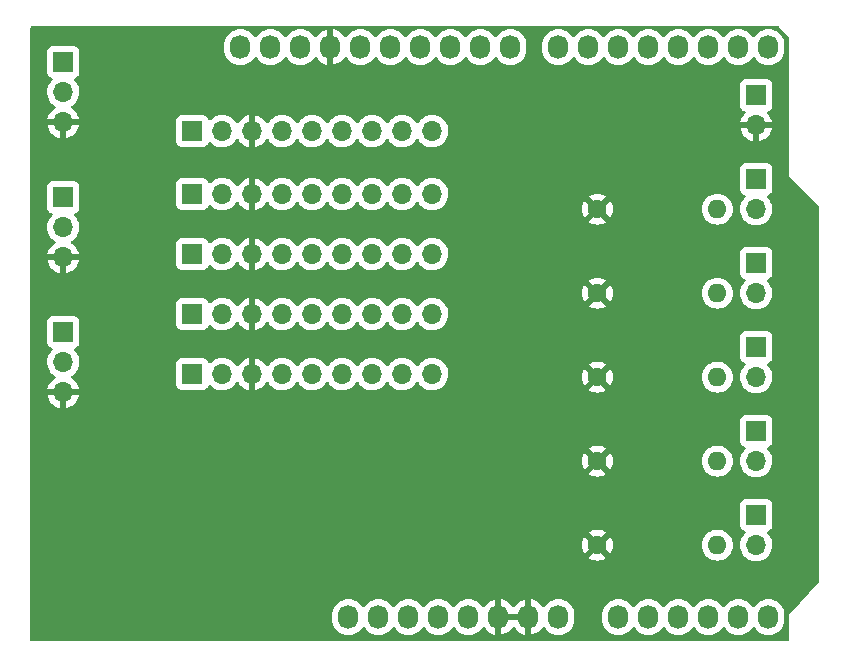
<source format=gbr>
%TF.GenerationSoftware,KiCad,Pcbnew,6.0.1*%
%TF.CreationDate,2022-02-02T08:09:41-07:00*%
%TF.ProjectId,aerogel_shield,6165726f-6765-46c5-9f73-6869656c642e,rev?*%
%TF.SameCoordinates,Original*%
%TF.FileFunction,Copper,L2,Bot*%
%TF.FilePolarity,Positive*%
%FSLAX46Y46*%
G04 Gerber Fmt 4.6, Leading zero omitted, Abs format (unit mm)*
G04 Created by KiCad (PCBNEW 6.0.1) date 2022-02-02 08:09:41*
%MOMM*%
%LPD*%
G01*
G04 APERTURE LIST*
%TA.AperFunction,ComponentPad*%
%ADD10O,1.727200X2.032000*%
%TD*%
%TA.AperFunction,ComponentPad*%
%ADD11R,1.700000X1.700000*%
%TD*%
%TA.AperFunction,ComponentPad*%
%ADD12O,1.700000X1.700000*%
%TD*%
%TA.AperFunction,ComponentPad*%
%ADD13C,1.600000*%
%TD*%
%TA.AperFunction,ComponentPad*%
%ADD14O,1.600000X1.600000*%
%TD*%
G04 APERTURE END LIST*
D10*
%TO.P,P1,1,Pin_1*%
%TO.N,unconnected-(P1-Pad1)*%
X138938000Y-123825000D03*
%TO.P,P1,2,Pin_2*%
%TO.N,/IOREF*%
X141478000Y-123825000D03*
%TO.P,P1,3,Pin_3*%
%TO.N,/Reset*%
X144018000Y-123825000D03*
%TO.P,P1,4,Pin_4*%
%TO.N,+3V3*%
X146558000Y-123825000D03*
%TO.P,P1,5,Pin_5*%
%TO.N,+5V*%
X149098000Y-123825000D03*
%TO.P,P1,6,Pin_6*%
%TO.N,GND*%
X151638000Y-123825000D03*
%TO.P,P1,7,Pin_7*%
X154178000Y-123825000D03*
%TO.P,P1,8,Pin_8*%
%TO.N,/Vin*%
X156718000Y-123825000D03*
%TD*%
%TO.P,P2,1,Pin_1*%
%TO.N,/A0*%
X161798000Y-123825000D03*
%TO.P,P2,2,Pin_2*%
%TO.N,/A1*%
X164338000Y-123825000D03*
%TO.P,P2,3,Pin_3*%
%TO.N,/A2*%
X166878000Y-123825000D03*
%TO.P,P2,4,Pin_4*%
%TO.N,/A3*%
X169418000Y-123825000D03*
%TO.P,P2,5,Pin_5*%
%TO.N,/A4(SDA)*%
X171958000Y-123825000D03*
%TO.P,P2,6,Pin_6*%
%TO.N,/A5(SCL)*%
X174498000Y-123825000D03*
%TD*%
%TO.P,P3,1,Pin_1*%
%TO.N,/A5(SCL)*%
X129794000Y-75565000D03*
%TO.P,P3,2,Pin_2*%
%TO.N,/A4(SDA)*%
X132334000Y-75565000D03*
%TO.P,P3,3,Pin_3*%
%TO.N,/AREF*%
X134874000Y-75565000D03*
%TO.P,P3,4,Pin_4*%
%TO.N,GND*%
X137414000Y-75565000D03*
%TO.P,P3,5,Pin_5*%
%TO.N,/13(SCK)*%
X139954000Y-75565000D03*
%TO.P,P3,6,Pin_6*%
%TO.N,/12(MISO)*%
X142494000Y-75565000D03*
%TO.P,P3,7,Pin_7*%
%TO.N,/11(\u002A\u002A{slash}MOSI)*%
X145034000Y-75565000D03*
%TO.P,P3,8,Pin_8*%
%TO.N,/10(\u002A\u002A{slash}SS)*%
X147574000Y-75565000D03*
%TO.P,P3,9,Pin_9*%
%TO.N,/9(\u002A\u002A)*%
X150114000Y-75565000D03*
%TO.P,P3,10,Pin_10*%
%TO.N,/8*%
X152654000Y-75565000D03*
%TD*%
%TO.P,P4,1,Pin_1*%
%TO.N,/7*%
X156718000Y-75565000D03*
%TO.P,P4,2,Pin_2*%
%TO.N,/6(\u002A\u002A)*%
X159258000Y-75565000D03*
%TO.P,P4,3,Pin_3*%
%TO.N,/5(\u002A\u002A)*%
X161798000Y-75565000D03*
%TO.P,P4,4,Pin_4*%
%TO.N,/4*%
X164338000Y-75565000D03*
%TO.P,P4,5,Pin_5*%
%TO.N,/3(\u002A\u002A)*%
X166878000Y-75565000D03*
%TO.P,P4,6,Pin_6*%
%TO.N,/2*%
X169418000Y-75565000D03*
%TO.P,P4,7,Pin_7*%
%TO.N,/1(Tx)*%
X171958000Y-75565000D03*
%TO.P,P4,8,Pin_8*%
%TO.N,/0(Rx)*%
X174498000Y-75565000D03*
%TD*%
D11*
%TO.P,J8,1,Pin_1*%
%TO.N,+5V*%
X125730000Y-93091000D03*
D12*
%TO.P,J8,2,Pin_2*%
%TO.N,unconnected-(J8-Pad2)*%
X128270000Y-93091000D03*
%TO.P,J8,3,Pin_3*%
%TO.N,GND*%
X130810000Y-93091000D03*
%TO.P,J8,4,Pin_4*%
%TO.N,/13(SCK)*%
X133350000Y-93091000D03*
%TO.P,J8,5,Pin_5*%
%TO.N,/12(MISO)*%
X135890000Y-93091000D03*
%TO.P,J8,6,Pin_6*%
%TO.N,/11(\u002A\u002A{slash}MOSI)*%
X138430000Y-93091000D03*
%TO.P,J8,7,Pin_7*%
%TO.N,/8*%
X140970000Y-93091000D03*
%TO.P,J8,8,Pin_8*%
%TO.N,unconnected-(J8-Pad8)*%
X143510000Y-93091000D03*
%TO.P,J8,9,Pin_9*%
%TO.N,unconnected-(J8-Pad9)*%
X146050000Y-93091000D03*
%TD*%
D11*
%TO.P,J12,1,Pin_1*%
%TO.N,+5V*%
X114808000Y-76835000D03*
D12*
%TO.P,J12,2,Pin_2*%
%TO.N,/5(\u002A\u002A)*%
X114808000Y-79375000D03*
%TO.P,J12,3,Pin_3*%
%TO.N,GND*%
X114808000Y-81915000D03*
%TD*%
D11*
%TO.P,J2,1,Pin_1*%
%TO.N,Net-(J2-Pad1)*%
X173482000Y-86746000D03*
D12*
%TO.P,J2,2,Pin_2*%
%TO.N,/A0*%
X173482000Y-89286000D03*
%TD*%
D11*
%TO.P,J7,1,Pin_1*%
%TO.N,+5V*%
X125730000Y-88011000D03*
D12*
%TO.P,J7,2,Pin_2*%
%TO.N,unconnected-(J7-Pad2)*%
X128270000Y-88011000D03*
%TO.P,J7,3,Pin_3*%
%TO.N,GND*%
X130810000Y-88011000D03*
%TO.P,J7,4,Pin_4*%
%TO.N,/13(SCK)*%
X133350000Y-88011000D03*
%TO.P,J7,5,Pin_5*%
%TO.N,/12(MISO)*%
X135890000Y-88011000D03*
%TO.P,J7,6,Pin_6*%
%TO.N,/11(\u002A\u002A{slash}MOSI)*%
X138430000Y-88011000D03*
%TO.P,J7,7,Pin_7*%
%TO.N,/9(\u002A\u002A)*%
X140970000Y-88011000D03*
%TO.P,J7,8,Pin_8*%
%TO.N,unconnected-(J7-Pad8)*%
X143510000Y-88011000D03*
%TO.P,J7,9,Pin_9*%
%TO.N,unconnected-(J7-Pad9)*%
X146050000Y-88011000D03*
%TD*%
D11*
%TO.P,J3,1,Pin_1*%
%TO.N,Net-(J2-Pad1)*%
X173482000Y-93858000D03*
D12*
%TO.P,J3,2,Pin_2*%
%TO.N,/A1*%
X173482000Y-96398000D03*
%TD*%
D11*
%TO.P,J10,1,Pin_1*%
%TO.N,+5V*%
X125730000Y-98171000D03*
D12*
%TO.P,J10,2,Pin_2*%
%TO.N,unconnected-(J10-Pad2)*%
X128270000Y-98171000D03*
%TO.P,J10,3,Pin_3*%
%TO.N,GND*%
X130810000Y-98171000D03*
%TO.P,J10,4,Pin_4*%
%TO.N,/13(SCK)*%
X133350000Y-98171000D03*
%TO.P,J10,5,Pin_5*%
%TO.N,/12(MISO)*%
X135890000Y-98171000D03*
%TO.P,J10,6,Pin_6*%
%TO.N,/11(\u002A\u002A{slash}MOSI)*%
X138430000Y-98171000D03*
%TO.P,J10,7,Pin_7*%
%TO.N,/7*%
X140970000Y-98171000D03*
%TO.P,J10,8,Pin_8*%
%TO.N,unconnected-(J10-Pad8)*%
X143510000Y-98171000D03*
%TO.P,J10,9,Pin_9*%
%TO.N,unconnected-(J10-Pad9)*%
X146050000Y-98171000D03*
%TD*%
D11*
%TO.P,J6,1,Pin_1*%
%TO.N,Net-(J2-Pad1)*%
X173482000Y-108077000D03*
D12*
%TO.P,J6,2,Pin_2*%
%TO.N,/A3*%
X173482000Y-110617000D03*
%TD*%
D11*
%TO.P,J14,1,Pin_1*%
%TO.N,+5V*%
X114808000Y-99695000D03*
D12*
%TO.P,J14,2,Pin_2*%
%TO.N,/3(\u002A\u002A)*%
X114808000Y-102235000D03*
%TO.P,J14,3,Pin_3*%
%TO.N,GND*%
X114808000Y-104775000D03*
%TD*%
D11*
%TO.P,J9,1,Pin_1*%
%TO.N,Net-(J2-Pad1)*%
X173482000Y-115189000D03*
D12*
%TO.P,J9,2,Pin_2*%
%TO.N,/A4(SDA)*%
X173482000Y-117729000D03*
%TD*%
D13*
%TO.P,R5,1*%
%TO.N,GND*%
X160020000Y-117729000D03*
D14*
%TO.P,R5,2*%
%TO.N,/A4(SDA)*%
X170180000Y-117729000D03*
%TD*%
D11*
%TO.P,J13,1,Pin_1*%
%TO.N,+5V*%
X114808000Y-88280000D03*
D12*
%TO.P,J13,2,Pin_2*%
%TO.N,/4*%
X114808000Y-90820000D03*
%TO.P,J13,3,Pin_3*%
%TO.N,GND*%
X114808000Y-93360000D03*
%TD*%
D11*
%TO.P,J5,1,Pin_1*%
%TO.N,Net-(J2-Pad1)*%
X173482000Y-100965000D03*
D12*
%TO.P,J5,2,Pin_2*%
%TO.N,/A2*%
X173482000Y-103505000D03*
%TD*%
D13*
%TO.P,R4,1*%
%TO.N,GND*%
X160020000Y-110617000D03*
D14*
%TO.P,R4,2*%
%TO.N,/A3*%
X170180000Y-110617000D03*
%TD*%
D13*
%TO.P,R3,1*%
%TO.N,GND*%
X160020000Y-103505000D03*
D14*
%TO.P,R3,2*%
%TO.N,/A2*%
X170180000Y-103505000D03*
%TD*%
D13*
%TO.P,R2,1*%
%TO.N,GND*%
X160020000Y-96403000D03*
D14*
%TO.P,R2,2*%
%TO.N,/A1*%
X170180000Y-96403000D03*
%TD*%
D11*
%TO.P,J4,1,Pin_1*%
%TO.N,+5V*%
X125730000Y-82677000D03*
D12*
%TO.P,J4,2,Pin_2*%
%TO.N,unconnected-(J4-Pad2)*%
X128270000Y-82677000D03*
%TO.P,J4,3,Pin_3*%
%TO.N,GND*%
X130810000Y-82677000D03*
%TO.P,J4,4,Pin_4*%
%TO.N,/13(SCK)*%
X133350000Y-82677000D03*
%TO.P,J4,5,Pin_5*%
%TO.N,/12(MISO)*%
X135890000Y-82677000D03*
%TO.P,J4,6,Pin_6*%
%TO.N,/11(\u002A\u002A{slash}MOSI)*%
X138430000Y-82677000D03*
%TO.P,J4,7,Pin_7*%
%TO.N,/10(\u002A\u002A{slash}SS)*%
X140970000Y-82677000D03*
%TO.P,J4,8,Pin_8*%
%TO.N,unconnected-(J4-Pad8)*%
X143510000Y-82677000D03*
%TO.P,J4,9,Pin_9*%
%TO.N,unconnected-(J4-Pad9)*%
X146050000Y-82677000D03*
%TD*%
D13*
%TO.P,R1,1*%
%TO.N,GND*%
X160020000Y-89286000D03*
D14*
%TO.P,R1,2*%
%TO.N,/A0*%
X170180000Y-89286000D03*
%TD*%
D11*
%TO.P,J11,1,Pin_1*%
%TO.N,+5V*%
X125730000Y-103251000D03*
D12*
%TO.P,J11,2,Pin_2*%
%TO.N,unconnected-(J11-Pad2)*%
X128270000Y-103251000D03*
%TO.P,J11,3,Pin_3*%
%TO.N,GND*%
X130810000Y-103251000D03*
%TO.P,J11,4,Pin_4*%
%TO.N,/13(SCK)*%
X133350000Y-103251000D03*
%TO.P,J11,5,Pin_5*%
%TO.N,/12(MISO)*%
X135890000Y-103251000D03*
%TO.P,J11,6,Pin_6*%
%TO.N,/11(\u002A\u002A{slash}MOSI)*%
X138430000Y-103251000D03*
%TO.P,J11,7,Pin_7*%
%TO.N,/6(\u002A\u002A)*%
X140970000Y-103251000D03*
%TO.P,J11,8,Pin_8*%
%TO.N,unconnected-(J11-Pad8)*%
X143510000Y-103251000D03*
%TO.P,J11,9,Pin_9*%
%TO.N,unconnected-(J11-Pad9)*%
X146050000Y-103251000D03*
%TD*%
D11*
%TO.P,J1,1,Pin_1*%
%TO.N,Net-(J2-Pad1)*%
X173482000Y-79639000D03*
D12*
%TO.P,J1,2,Pin_2*%
%TO.N,GND*%
X173482000Y-82179000D03*
%TD*%
%TA.AperFunction,Conductor*%
%TO.N,GND*%
G36*
X129842331Y-73797948D02*
G01*
X129862455Y-73788488D01*
X129881761Y-73787000D01*
X132345046Y-73787000D01*
X132382331Y-73797948D01*
X132402455Y-73788488D01*
X132421761Y-73787000D01*
X134885046Y-73787000D01*
X134922331Y-73797948D01*
X134942455Y-73788488D01*
X134961761Y-73787000D01*
X139965046Y-73787000D01*
X140002331Y-73797948D01*
X140022455Y-73788488D01*
X140041761Y-73787000D01*
X142505046Y-73787000D01*
X142542331Y-73797948D01*
X142562455Y-73788488D01*
X142581761Y-73787000D01*
X145045046Y-73787000D01*
X145082331Y-73797948D01*
X145102455Y-73788488D01*
X145121761Y-73787000D01*
X147585046Y-73787000D01*
X147622331Y-73797948D01*
X147642455Y-73788488D01*
X147661761Y-73787000D01*
X150125046Y-73787000D01*
X150162331Y-73797948D01*
X150182455Y-73788488D01*
X150201761Y-73787000D01*
X152665046Y-73787000D01*
X152702331Y-73797948D01*
X152722455Y-73788488D01*
X152741761Y-73787000D01*
X156729046Y-73787000D01*
X156766331Y-73797948D01*
X156786455Y-73788488D01*
X156805761Y-73787000D01*
X159269046Y-73787000D01*
X159306331Y-73797948D01*
X159326455Y-73788488D01*
X159345761Y-73787000D01*
X161809046Y-73787000D01*
X161846331Y-73797948D01*
X161866455Y-73788488D01*
X161885761Y-73787000D01*
X164349046Y-73787000D01*
X164386331Y-73797948D01*
X164406455Y-73788488D01*
X164425761Y-73787000D01*
X166889046Y-73787000D01*
X166926331Y-73797948D01*
X166946455Y-73788488D01*
X166965761Y-73787000D01*
X169429046Y-73787000D01*
X169466331Y-73797948D01*
X169486455Y-73788488D01*
X169505761Y-73787000D01*
X171969046Y-73787000D01*
X172006331Y-73797948D01*
X172026455Y-73788488D01*
X172045761Y-73787000D01*
X174509046Y-73787000D01*
X174546331Y-73797948D01*
X174566455Y-73788488D01*
X174585761Y-73787000D01*
X175344129Y-73787000D01*
X175412250Y-73807002D01*
X175439646Y-73830827D01*
X176245517Y-74767567D01*
X176274781Y-74832252D01*
X176276000Y-74849740D01*
X176276000Y-86487000D01*
X178779095Y-88990095D01*
X178813121Y-89052407D01*
X178816000Y-89079190D01*
X178816000Y-120728288D01*
X178795998Y-120796409D01*
X178783232Y-120813045D01*
X176305161Y-123538923D01*
X176276000Y-123571000D01*
X176276000Y-125731000D01*
X176255998Y-125799121D01*
X176202342Y-125845614D01*
X176150000Y-125857000D01*
X112140000Y-125857000D01*
X112071879Y-125836998D01*
X112025386Y-125783342D01*
X112014000Y-125731000D01*
X112014000Y-124035868D01*
X137565900Y-124035868D01*
X137580626Y-124209420D01*
X137581964Y-124214577D01*
X137581965Y-124214580D01*
X137614816Y-124341146D01*
X137639125Y-124434806D01*
X137734762Y-124647113D01*
X137864804Y-124840272D01*
X138025532Y-125008758D01*
X138212350Y-125147754D01*
X138217102Y-125150170D01*
X138414244Y-125250402D01*
X138419916Y-125253286D01*
X138531106Y-125287812D01*
X138637193Y-125320753D01*
X138637199Y-125320754D01*
X138642296Y-125322337D01*
X138766660Y-125338820D01*
X138867848Y-125352232D01*
X138867852Y-125352232D01*
X138873132Y-125352932D01*
X138878462Y-125352732D01*
X138878463Y-125352732D01*
X138989477Y-125348564D01*
X139105822Y-125344197D01*
X139270713Y-125309599D01*
X139328486Y-125297477D01*
X139328489Y-125297476D01*
X139333713Y-125296380D01*
X139550290Y-125210850D01*
X139749359Y-125090051D01*
X139847492Y-125004896D01*
X139921197Y-124940939D01*
X139921199Y-124940937D01*
X139925230Y-124937439D01*
X139928613Y-124933313D01*
X139928617Y-124933309D01*
X140069487Y-124761504D01*
X140072872Y-124757376D01*
X140075672Y-124752458D01*
X140098845Y-124711748D01*
X140149927Y-124662442D01*
X140219558Y-124648580D01*
X140285629Y-124674563D01*
X140312867Y-124703713D01*
X140404804Y-124840272D01*
X140565532Y-125008758D01*
X140752350Y-125147754D01*
X140757102Y-125150170D01*
X140954244Y-125250402D01*
X140959916Y-125253286D01*
X141071106Y-125287812D01*
X141177193Y-125320753D01*
X141177199Y-125320754D01*
X141182296Y-125322337D01*
X141306660Y-125338820D01*
X141407848Y-125352232D01*
X141407852Y-125352232D01*
X141413132Y-125352932D01*
X141418462Y-125352732D01*
X141418463Y-125352732D01*
X141529477Y-125348564D01*
X141645822Y-125344197D01*
X141810713Y-125309599D01*
X141868486Y-125297477D01*
X141868489Y-125297476D01*
X141873713Y-125296380D01*
X142090290Y-125210850D01*
X142289359Y-125090051D01*
X142387492Y-125004896D01*
X142461197Y-124940939D01*
X142461199Y-124940937D01*
X142465230Y-124937439D01*
X142468613Y-124933313D01*
X142468617Y-124933309D01*
X142609487Y-124761504D01*
X142612872Y-124757376D01*
X142615672Y-124752458D01*
X142638845Y-124711748D01*
X142689927Y-124662442D01*
X142759558Y-124648580D01*
X142825629Y-124674563D01*
X142852867Y-124703713D01*
X142944804Y-124840272D01*
X143105532Y-125008758D01*
X143292350Y-125147754D01*
X143297102Y-125150170D01*
X143494244Y-125250402D01*
X143499916Y-125253286D01*
X143611106Y-125287812D01*
X143717193Y-125320753D01*
X143717199Y-125320754D01*
X143722296Y-125322337D01*
X143846660Y-125338820D01*
X143947848Y-125352232D01*
X143947852Y-125352232D01*
X143953132Y-125352932D01*
X143958462Y-125352732D01*
X143958463Y-125352732D01*
X144069477Y-125348564D01*
X144185822Y-125344197D01*
X144350713Y-125309599D01*
X144408486Y-125297477D01*
X144408489Y-125297476D01*
X144413713Y-125296380D01*
X144630290Y-125210850D01*
X144829359Y-125090051D01*
X144927492Y-125004896D01*
X145001197Y-124940939D01*
X145001199Y-124940937D01*
X145005230Y-124937439D01*
X145008613Y-124933313D01*
X145008617Y-124933309D01*
X145149487Y-124761504D01*
X145152872Y-124757376D01*
X145155672Y-124752458D01*
X145178845Y-124711748D01*
X145229927Y-124662442D01*
X145299558Y-124648580D01*
X145365629Y-124674563D01*
X145392867Y-124703713D01*
X145484804Y-124840272D01*
X145645532Y-125008758D01*
X145832350Y-125147754D01*
X145837102Y-125150170D01*
X146034244Y-125250402D01*
X146039916Y-125253286D01*
X146151106Y-125287812D01*
X146257193Y-125320753D01*
X146257199Y-125320754D01*
X146262296Y-125322337D01*
X146386660Y-125338820D01*
X146487848Y-125352232D01*
X146487852Y-125352232D01*
X146493132Y-125352932D01*
X146498462Y-125352732D01*
X146498463Y-125352732D01*
X146609477Y-125348564D01*
X146725822Y-125344197D01*
X146890713Y-125309599D01*
X146948486Y-125297477D01*
X146948489Y-125297476D01*
X146953713Y-125296380D01*
X147170290Y-125210850D01*
X147369359Y-125090051D01*
X147467492Y-125004896D01*
X147541197Y-124940939D01*
X147541199Y-124940937D01*
X147545230Y-124937439D01*
X147548613Y-124933313D01*
X147548617Y-124933309D01*
X147689487Y-124761504D01*
X147692872Y-124757376D01*
X147695672Y-124752458D01*
X147718845Y-124711748D01*
X147769927Y-124662442D01*
X147839558Y-124648580D01*
X147905629Y-124674563D01*
X147932867Y-124703713D01*
X148024804Y-124840272D01*
X148185532Y-125008758D01*
X148372350Y-125147754D01*
X148377102Y-125150170D01*
X148574244Y-125250402D01*
X148579916Y-125253286D01*
X148691106Y-125287812D01*
X148797193Y-125320753D01*
X148797199Y-125320754D01*
X148802296Y-125322337D01*
X148926660Y-125338820D01*
X149027848Y-125352232D01*
X149027852Y-125352232D01*
X149033132Y-125352932D01*
X149038462Y-125352732D01*
X149038463Y-125352732D01*
X149149477Y-125348564D01*
X149265822Y-125344197D01*
X149430713Y-125309599D01*
X149488486Y-125297477D01*
X149488489Y-125297476D01*
X149493713Y-125296380D01*
X149710290Y-125210850D01*
X149909359Y-125090051D01*
X150007492Y-125004896D01*
X150081197Y-124940939D01*
X150081199Y-124940937D01*
X150085230Y-124937439D01*
X150088613Y-124933313D01*
X150088617Y-124933309D01*
X150229487Y-124761504D01*
X150232872Y-124757376D01*
X150259122Y-124711261D01*
X150310202Y-124661956D01*
X150379832Y-124648094D01*
X150445904Y-124674077D01*
X150473143Y-124703227D01*
X150562215Y-124835530D01*
X150568876Y-124843816D01*
X150722180Y-125004520D01*
X150730148Y-125011569D01*
X150908336Y-125144144D01*
X150917366Y-125149743D01*
X151115347Y-125250402D01*
X151125208Y-125254405D01*
X151337301Y-125320263D01*
X151347696Y-125322548D01*
X151366041Y-125324980D01*
X151380208Y-125322783D01*
X151384000Y-125309599D01*
X151384000Y-125307488D01*
X151892000Y-125307488D01*
X151895973Y-125321019D01*
X151906580Y-125322544D01*
X152028343Y-125296996D01*
X152038539Y-125293936D01*
X152245097Y-125212363D01*
X152254634Y-125207629D01*
X152444503Y-125092414D01*
X152453093Y-125086150D01*
X152620837Y-124940589D01*
X152628257Y-124932959D01*
X152769073Y-124761220D01*
X152775095Y-124752458D01*
X152798810Y-124710798D01*
X152849893Y-124661492D01*
X152919524Y-124647631D01*
X152985594Y-124673615D01*
X153012832Y-124702764D01*
X153102215Y-124835531D01*
X153108876Y-124843816D01*
X153262180Y-125004520D01*
X153270148Y-125011569D01*
X153448336Y-125144144D01*
X153457366Y-125149743D01*
X153655347Y-125250402D01*
X153665208Y-125254405D01*
X153877301Y-125320263D01*
X153887696Y-125322548D01*
X153906041Y-125324980D01*
X153920208Y-125322783D01*
X153924000Y-125309599D01*
X153924000Y-125307488D01*
X154432000Y-125307488D01*
X154435973Y-125321019D01*
X154446580Y-125322544D01*
X154568343Y-125296996D01*
X154578539Y-125293936D01*
X154785097Y-125212363D01*
X154794634Y-125207629D01*
X154984503Y-125092414D01*
X154993093Y-125086150D01*
X155160837Y-124940589D01*
X155168257Y-124932959D01*
X155309073Y-124761220D01*
X155315102Y-124752449D01*
X155338533Y-124711285D01*
X155389615Y-124661978D01*
X155459245Y-124648116D01*
X155525316Y-124674099D01*
X155552555Y-124703249D01*
X155644804Y-124840272D01*
X155805532Y-125008758D01*
X155992350Y-125147754D01*
X155997102Y-125150170D01*
X156194244Y-125250402D01*
X156199916Y-125253286D01*
X156311106Y-125287812D01*
X156417193Y-125320753D01*
X156417199Y-125320754D01*
X156422296Y-125322337D01*
X156546660Y-125338820D01*
X156647848Y-125352232D01*
X156647852Y-125352232D01*
X156653132Y-125352932D01*
X156658462Y-125352732D01*
X156658463Y-125352732D01*
X156769477Y-125348564D01*
X156885822Y-125344197D01*
X157050713Y-125309599D01*
X157108486Y-125297477D01*
X157108489Y-125297476D01*
X157113713Y-125296380D01*
X157330290Y-125210850D01*
X157529359Y-125090051D01*
X157627492Y-125004896D01*
X157701197Y-124940939D01*
X157701199Y-124940937D01*
X157705230Y-124937439D01*
X157708613Y-124933313D01*
X157708617Y-124933309D01*
X157849487Y-124761504D01*
X157852872Y-124757376D01*
X157855672Y-124752458D01*
X157965422Y-124559654D01*
X157968065Y-124555011D01*
X157988239Y-124499435D01*
X158045695Y-124341146D01*
X158045696Y-124341142D01*
X158047515Y-124336131D01*
X158088950Y-124106993D01*
X158089632Y-124092548D01*
X158090030Y-124084095D01*
X158090030Y-124084086D01*
X158090100Y-124082606D01*
X158090100Y-124035868D01*
X160425900Y-124035868D01*
X160440626Y-124209420D01*
X160441964Y-124214577D01*
X160441965Y-124214580D01*
X160474816Y-124341146D01*
X160499125Y-124434806D01*
X160594762Y-124647113D01*
X160724804Y-124840272D01*
X160885532Y-125008758D01*
X161072350Y-125147754D01*
X161077102Y-125150170D01*
X161274244Y-125250402D01*
X161279916Y-125253286D01*
X161391106Y-125287812D01*
X161497193Y-125320753D01*
X161497199Y-125320754D01*
X161502296Y-125322337D01*
X161626660Y-125338820D01*
X161727848Y-125352232D01*
X161727852Y-125352232D01*
X161733132Y-125352932D01*
X161738462Y-125352732D01*
X161738463Y-125352732D01*
X161849477Y-125348564D01*
X161965822Y-125344197D01*
X162130713Y-125309599D01*
X162188486Y-125297477D01*
X162188489Y-125297476D01*
X162193713Y-125296380D01*
X162410290Y-125210850D01*
X162609359Y-125090051D01*
X162707492Y-125004896D01*
X162781197Y-124940939D01*
X162781199Y-124940937D01*
X162785230Y-124937439D01*
X162788613Y-124933313D01*
X162788617Y-124933309D01*
X162929487Y-124761504D01*
X162932872Y-124757376D01*
X162935672Y-124752458D01*
X162958845Y-124711748D01*
X163009927Y-124662442D01*
X163079558Y-124648580D01*
X163145629Y-124674563D01*
X163172867Y-124703713D01*
X163264804Y-124840272D01*
X163425532Y-125008758D01*
X163612350Y-125147754D01*
X163617102Y-125150170D01*
X163814244Y-125250402D01*
X163819916Y-125253286D01*
X163931106Y-125287812D01*
X164037193Y-125320753D01*
X164037199Y-125320754D01*
X164042296Y-125322337D01*
X164166660Y-125338820D01*
X164267848Y-125352232D01*
X164267852Y-125352232D01*
X164273132Y-125352932D01*
X164278462Y-125352732D01*
X164278463Y-125352732D01*
X164389477Y-125348564D01*
X164505822Y-125344197D01*
X164670713Y-125309599D01*
X164728486Y-125297477D01*
X164728489Y-125297476D01*
X164733713Y-125296380D01*
X164950290Y-125210850D01*
X165149359Y-125090051D01*
X165247492Y-125004896D01*
X165321197Y-124940939D01*
X165321199Y-124940937D01*
X165325230Y-124937439D01*
X165328613Y-124933313D01*
X165328617Y-124933309D01*
X165469487Y-124761504D01*
X165472872Y-124757376D01*
X165475672Y-124752458D01*
X165498845Y-124711748D01*
X165549927Y-124662442D01*
X165619558Y-124648580D01*
X165685629Y-124674563D01*
X165712867Y-124703713D01*
X165804804Y-124840272D01*
X165965532Y-125008758D01*
X166152350Y-125147754D01*
X166157102Y-125150170D01*
X166354244Y-125250402D01*
X166359916Y-125253286D01*
X166471106Y-125287812D01*
X166577193Y-125320753D01*
X166577199Y-125320754D01*
X166582296Y-125322337D01*
X166706660Y-125338820D01*
X166807848Y-125352232D01*
X166807852Y-125352232D01*
X166813132Y-125352932D01*
X166818462Y-125352732D01*
X166818463Y-125352732D01*
X166929477Y-125348564D01*
X167045822Y-125344197D01*
X167210713Y-125309599D01*
X167268486Y-125297477D01*
X167268489Y-125297476D01*
X167273713Y-125296380D01*
X167490290Y-125210850D01*
X167689359Y-125090051D01*
X167787492Y-125004896D01*
X167861197Y-124940939D01*
X167861199Y-124940937D01*
X167865230Y-124937439D01*
X167868613Y-124933313D01*
X167868617Y-124933309D01*
X168009487Y-124761504D01*
X168012872Y-124757376D01*
X168015672Y-124752458D01*
X168038845Y-124711748D01*
X168089927Y-124662442D01*
X168159558Y-124648580D01*
X168225629Y-124674563D01*
X168252867Y-124703713D01*
X168344804Y-124840272D01*
X168505532Y-125008758D01*
X168692350Y-125147754D01*
X168697102Y-125150170D01*
X168894244Y-125250402D01*
X168899916Y-125253286D01*
X169011106Y-125287812D01*
X169117193Y-125320753D01*
X169117199Y-125320754D01*
X169122296Y-125322337D01*
X169246660Y-125338820D01*
X169347848Y-125352232D01*
X169347852Y-125352232D01*
X169353132Y-125352932D01*
X169358462Y-125352732D01*
X169358463Y-125352732D01*
X169469477Y-125348564D01*
X169585822Y-125344197D01*
X169750713Y-125309599D01*
X169808486Y-125297477D01*
X169808489Y-125297476D01*
X169813713Y-125296380D01*
X170030290Y-125210850D01*
X170229359Y-125090051D01*
X170327492Y-125004896D01*
X170401197Y-124940939D01*
X170401199Y-124940937D01*
X170405230Y-124937439D01*
X170408613Y-124933313D01*
X170408617Y-124933309D01*
X170549487Y-124761504D01*
X170552872Y-124757376D01*
X170555672Y-124752458D01*
X170578845Y-124711748D01*
X170629927Y-124662442D01*
X170699558Y-124648580D01*
X170765629Y-124674563D01*
X170792867Y-124703713D01*
X170884804Y-124840272D01*
X171045532Y-125008758D01*
X171232350Y-125147754D01*
X171237102Y-125150170D01*
X171434244Y-125250402D01*
X171439916Y-125253286D01*
X171551106Y-125287812D01*
X171657193Y-125320753D01*
X171657199Y-125320754D01*
X171662296Y-125322337D01*
X171786660Y-125338820D01*
X171887848Y-125352232D01*
X171887852Y-125352232D01*
X171893132Y-125352932D01*
X171898462Y-125352732D01*
X171898463Y-125352732D01*
X172009477Y-125348564D01*
X172125822Y-125344197D01*
X172290713Y-125309599D01*
X172348486Y-125297477D01*
X172348489Y-125297476D01*
X172353713Y-125296380D01*
X172570290Y-125210850D01*
X172769359Y-125090051D01*
X172867492Y-125004896D01*
X172941197Y-124940939D01*
X172941199Y-124940937D01*
X172945230Y-124937439D01*
X172948613Y-124933313D01*
X172948617Y-124933309D01*
X173089487Y-124761504D01*
X173092872Y-124757376D01*
X173095672Y-124752458D01*
X173118845Y-124711748D01*
X173169927Y-124662442D01*
X173239558Y-124648580D01*
X173305629Y-124674563D01*
X173332867Y-124703713D01*
X173424804Y-124840272D01*
X173585532Y-125008758D01*
X173772350Y-125147754D01*
X173777102Y-125150170D01*
X173974244Y-125250402D01*
X173979916Y-125253286D01*
X174091106Y-125287812D01*
X174197193Y-125320753D01*
X174197199Y-125320754D01*
X174202296Y-125322337D01*
X174326660Y-125338820D01*
X174427848Y-125352232D01*
X174427852Y-125352232D01*
X174433132Y-125352932D01*
X174438462Y-125352732D01*
X174438463Y-125352732D01*
X174549477Y-125348564D01*
X174665822Y-125344197D01*
X174830713Y-125309599D01*
X174888486Y-125297477D01*
X174888489Y-125297476D01*
X174893713Y-125296380D01*
X175110290Y-125210850D01*
X175309359Y-125090051D01*
X175407492Y-125004896D01*
X175481197Y-124940939D01*
X175481199Y-124940937D01*
X175485230Y-124937439D01*
X175488613Y-124933313D01*
X175488617Y-124933309D01*
X175629487Y-124761504D01*
X175632872Y-124757376D01*
X175635672Y-124752458D01*
X175745422Y-124559654D01*
X175748065Y-124555011D01*
X175768239Y-124499435D01*
X175825695Y-124341146D01*
X175825696Y-124341142D01*
X175827515Y-124336131D01*
X175868950Y-124106993D01*
X175869632Y-124092548D01*
X175870030Y-124084095D01*
X175870030Y-124084086D01*
X175870100Y-124082606D01*
X175870100Y-123614132D01*
X175855374Y-123440580D01*
X175853708Y-123434160D01*
X175798217Y-123220363D01*
X175798216Y-123220359D01*
X175796875Y-123215194D01*
X175701238Y-123002887D01*
X175571196Y-122809728D01*
X175410468Y-122641242D01*
X175223650Y-122502246D01*
X175096574Y-122437637D01*
X175020842Y-122399133D01*
X175020841Y-122399133D01*
X175016084Y-122396714D01*
X174877299Y-122353620D01*
X174798807Y-122329247D01*
X174798801Y-122329246D01*
X174793704Y-122327663D01*
X174669340Y-122311180D01*
X174568152Y-122297768D01*
X174568148Y-122297768D01*
X174562868Y-122297068D01*
X174557538Y-122297268D01*
X174557537Y-122297268D01*
X174446523Y-122301435D01*
X174330178Y-122305803D01*
X174247474Y-122323156D01*
X174107514Y-122352523D01*
X174107511Y-122352524D01*
X174102287Y-122353620D01*
X173885710Y-122439150D01*
X173686641Y-122559949D01*
X173682611Y-122563446D01*
X173588075Y-122645480D01*
X173510770Y-122712561D01*
X173507387Y-122716687D01*
X173507383Y-122716691D01*
X173434262Y-122805869D01*
X173363128Y-122892624D01*
X173360490Y-122897259D01*
X173360487Y-122897263D01*
X173337155Y-122938252D01*
X173286073Y-122987558D01*
X173216442Y-123001420D01*
X173150371Y-122975437D01*
X173123133Y-122946287D01*
X173034388Y-122814470D01*
X173031196Y-122809728D01*
X172870468Y-122641242D01*
X172683650Y-122502246D01*
X172556574Y-122437637D01*
X172480842Y-122399133D01*
X172480841Y-122399133D01*
X172476084Y-122396714D01*
X172337299Y-122353620D01*
X172258807Y-122329247D01*
X172258801Y-122329246D01*
X172253704Y-122327663D01*
X172129340Y-122311180D01*
X172028152Y-122297768D01*
X172028148Y-122297768D01*
X172022868Y-122297068D01*
X172017538Y-122297268D01*
X172017537Y-122297268D01*
X171906523Y-122301435D01*
X171790178Y-122305803D01*
X171707474Y-122323156D01*
X171567514Y-122352523D01*
X171567511Y-122352524D01*
X171562287Y-122353620D01*
X171345710Y-122439150D01*
X171146641Y-122559949D01*
X171142611Y-122563446D01*
X171048075Y-122645480D01*
X170970770Y-122712561D01*
X170967387Y-122716687D01*
X170967383Y-122716691D01*
X170894262Y-122805869D01*
X170823128Y-122892624D01*
X170820490Y-122897259D01*
X170820487Y-122897263D01*
X170797155Y-122938252D01*
X170746073Y-122987558D01*
X170676442Y-123001420D01*
X170610371Y-122975437D01*
X170583133Y-122946287D01*
X170494388Y-122814470D01*
X170491196Y-122809728D01*
X170330468Y-122641242D01*
X170143650Y-122502246D01*
X170016574Y-122437637D01*
X169940842Y-122399133D01*
X169940841Y-122399133D01*
X169936084Y-122396714D01*
X169797299Y-122353620D01*
X169718807Y-122329247D01*
X169718801Y-122329246D01*
X169713704Y-122327663D01*
X169589340Y-122311180D01*
X169488152Y-122297768D01*
X169488148Y-122297768D01*
X169482868Y-122297068D01*
X169477538Y-122297268D01*
X169477537Y-122297268D01*
X169366523Y-122301435D01*
X169250178Y-122305803D01*
X169167474Y-122323156D01*
X169027514Y-122352523D01*
X169027511Y-122352524D01*
X169022287Y-122353620D01*
X168805710Y-122439150D01*
X168606641Y-122559949D01*
X168602611Y-122563446D01*
X168508075Y-122645480D01*
X168430770Y-122712561D01*
X168427387Y-122716687D01*
X168427383Y-122716691D01*
X168354262Y-122805869D01*
X168283128Y-122892624D01*
X168280490Y-122897259D01*
X168280487Y-122897263D01*
X168257155Y-122938252D01*
X168206073Y-122987558D01*
X168136442Y-123001420D01*
X168070371Y-122975437D01*
X168043133Y-122946287D01*
X167954388Y-122814470D01*
X167951196Y-122809728D01*
X167790468Y-122641242D01*
X167603650Y-122502246D01*
X167476574Y-122437637D01*
X167400842Y-122399133D01*
X167400841Y-122399133D01*
X167396084Y-122396714D01*
X167257299Y-122353620D01*
X167178807Y-122329247D01*
X167178801Y-122329246D01*
X167173704Y-122327663D01*
X167049340Y-122311180D01*
X166948152Y-122297768D01*
X166948148Y-122297768D01*
X166942868Y-122297068D01*
X166937538Y-122297268D01*
X166937537Y-122297268D01*
X166826523Y-122301435D01*
X166710178Y-122305803D01*
X166627474Y-122323156D01*
X166487514Y-122352523D01*
X166487511Y-122352524D01*
X166482287Y-122353620D01*
X166265710Y-122439150D01*
X166066641Y-122559949D01*
X166062611Y-122563446D01*
X165968075Y-122645480D01*
X165890770Y-122712561D01*
X165887387Y-122716687D01*
X165887383Y-122716691D01*
X165814262Y-122805869D01*
X165743128Y-122892624D01*
X165740490Y-122897259D01*
X165740487Y-122897263D01*
X165717155Y-122938252D01*
X165666073Y-122987558D01*
X165596442Y-123001420D01*
X165530371Y-122975437D01*
X165503133Y-122946287D01*
X165414388Y-122814470D01*
X165411196Y-122809728D01*
X165250468Y-122641242D01*
X165063650Y-122502246D01*
X164936574Y-122437637D01*
X164860842Y-122399133D01*
X164860841Y-122399133D01*
X164856084Y-122396714D01*
X164717299Y-122353620D01*
X164638807Y-122329247D01*
X164638801Y-122329246D01*
X164633704Y-122327663D01*
X164509340Y-122311180D01*
X164408152Y-122297768D01*
X164408148Y-122297768D01*
X164402868Y-122297068D01*
X164397538Y-122297268D01*
X164397537Y-122297268D01*
X164286523Y-122301435D01*
X164170178Y-122305803D01*
X164087474Y-122323156D01*
X163947514Y-122352523D01*
X163947511Y-122352524D01*
X163942287Y-122353620D01*
X163725710Y-122439150D01*
X163526641Y-122559949D01*
X163522611Y-122563446D01*
X163428075Y-122645480D01*
X163350770Y-122712561D01*
X163347387Y-122716687D01*
X163347383Y-122716691D01*
X163274262Y-122805869D01*
X163203128Y-122892624D01*
X163200490Y-122897259D01*
X163200487Y-122897263D01*
X163177155Y-122938252D01*
X163126073Y-122987558D01*
X163056442Y-123001420D01*
X162990371Y-122975437D01*
X162963133Y-122946287D01*
X162874388Y-122814470D01*
X162871196Y-122809728D01*
X162710468Y-122641242D01*
X162523650Y-122502246D01*
X162396574Y-122437637D01*
X162320842Y-122399133D01*
X162320841Y-122399133D01*
X162316084Y-122396714D01*
X162177299Y-122353620D01*
X162098807Y-122329247D01*
X162098801Y-122329246D01*
X162093704Y-122327663D01*
X161969340Y-122311180D01*
X161868152Y-122297768D01*
X161868148Y-122297768D01*
X161862868Y-122297068D01*
X161857538Y-122297268D01*
X161857537Y-122297268D01*
X161746523Y-122301435D01*
X161630178Y-122305803D01*
X161547474Y-122323156D01*
X161407514Y-122352523D01*
X161407511Y-122352524D01*
X161402287Y-122353620D01*
X161185710Y-122439150D01*
X160986641Y-122559949D01*
X160982611Y-122563446D01*
X160888075Y-122645480D01*
X160810770Y-122712561D01*
X160807387Y-122716687D01*
X160807383Y-122716691D01*
X160734262Y-122805869D01*
X160663128Y-122892624D01*
X160660490Y-122897259D01*
X160660487Y-122897263D01*
X160597589Y-123007760D01*
X160547935Y-123094989D01*
X160546114Y-123100005D01*
X160546112Y-123100010D01*
X160504302Y-123215194D01*
X160468485Y-123313869D01*
X160427050Y-123543007D01*
X160426855Y-123547146D01*
X160426854Y-123547153D01*
X160425970Y-123565905D01*
X160425900Y-123567394D01*
X160425900Y-124035868D01*
X158090100Y-124035868D01*
X158090100Y-123614132D01*
X158075374Y-123440580D01*
X158073708Y-123434160D01*
X158018217Y-123220363D01*
X158018216Y-123220359D01*
X158016875Y-123215194D01*
X157921238Y-123002887D01*
X157791196Y-122809728D01*
X157630468Y-122641242D01*
X157443650Y-122502246D01*
X157316574Y-122437637D01*
X157240842Y-122399133D01*
X157240841Y-122399133D01*
X157236084Y-122396714D01*
X157097299Y-122353620D01*
X157018807Y-122329247D01*
X157018801Y-122329246D01*
X157013704Y-122327663D01*
X156889340Y-122311180D01*
X156788152Y-122297768D01*
X156788148Y-122297768D01*
X156782868Y-122297068D01*
X156777538Y-122297268D01*
X156777537Y-122297268D01*
X156666523Y-122301435D01*
X156550178Y-122305803D01*
X156467474Y-122323156D01*
X156327514Y-122352523D01*
X156327511Y-122352524D01*
X156322287Y-122353620D01*
X156105710Y-122439150D01*
X155906641Y-122559949D01*
X155902611Y-122563446D01*
X155808075Y-122645480D01*
X155730770Y-122712561D01*
X155727387Y-122716687D01*
X155727383Y-122716691D01*
X155654262Y-122805869D01*
X155583128Y-122892624D01*
X155556878Y-122938739D01*
X155505798Y-122988044D01*
X155436168Y-123001906D01*
X155370096Y-122975923D01*
X155342857Y-122946773D01*
X155253785Y-122814470D01*
X155247124Y-122806184D01*
X155093820Y-122645480D01*
X155085852Y-122638431D01*
X154907664Y-122505856D01*
X154898634Y-122500257D01*
X154700653Y-122399598D01*
X154690792Y-122395595D01*
X154478699Y-122329737D01*
X154468304Y-122327452D01*
X154449959Y-122325020D01*
X154435792Y-122327217D01*
X154432000Y-122340401D01*
X154432000Y-125307488D01*
X153924000Y-125307488D01*
X153924000Y-124097115D01*
X153919525Y-124081876D01*
X153918135Y-124080671D01*
X153910452Y-124079000D01*
X151910115Y-124079000D01*
X151894876Y-124083475D01*
X151893671Y-124084865D01*
X151892000Y-124092548D01*
X151892000Y-125307488D01*
X151384000Y-125307488D01*
X151384000Y-123552885D01*
X151892000Y-123552885D01*
X151896475Y-123568124D01*
X151897865Y-123569329D01*
X151905548Y-123571000D01*
X153905885Y-123571000D01*
X153921124Y-123566525D01*
X153922329Y-123565135D01*
X153924000Y-123557452D01*
X153924000Y-122342512D01*
X153920027Y-122328981D01*
X153909420Y-122327456D01*
X153787657Y-122353004D01*
X153777461Y-122356064D01*
X153570903Y-122437637D01*
X153561366Y-122442371D01*
X153371497Y-122557586D01*
X153362907Y-122563850D01*
X153195163Y-122709411D01*
X153187743Y-122717041D01*
X153046927Y-122888780D01*
X153040905Y-122897542D01*
X153017190Y-122939202D01*
X152966107Y-122988508D01*
X152896476Y-123002369D01*
X152830406Y-122976385D01*
X152803168Y-122947236D01*
X152713785Y-122814469D01*
X152707124Y-122806184D01*
X152553820Y-122645480D01*
X152545852Y-122638431D01*
X152367664Y-122505856D01*
X152358634Y-122500257D01*
X152160653Y-122399598D01*
X152150792Y-122395595D01*
X151938699Y-122329737D01*
X151928304Y-122327452D01*
X151909959Y-122325020D01*
X151895792Y-122327217D01*
X151892000Y-122340401D01*
X151892000Y-123552885D01*
X151384000Y-123552885D01*
X151384000Y-122342512D01*
X151380027Y-122328981D01*
X151369420Y-122327456D01*
X151247657Y-122353004D01*
X151237461Y-122356064D01*
X151030903Y-122437637D01*
X151021366Y-122442371D01*
X150831497Y-122557586D01*
X150822907Y-122563850D01*
X150655163Y-122709411D01*
X150647743Y-122717041D01*
X150506927Y-122888780D01*
X150500898Y-122897551D01*
X150477467Y-122938715D01*
X150426385Y-122988022D01*
X150356755Y-123001884D01*
X150290684Y-122975901D01*
X150263445Y-122946751D01*
X150224417Y-122888780D01*
X150171196Y-122809728D01*
X150010468Y-122641242D01*
X149823650Y-122502246D01*
X149696574Y-122437637D01*
X149620842Y-122399133D01*
X149620841Y-122399133D01*
X149616084Y-122396714D01*
X149477299Y-122353620D01*
X149398807Y-122329247D01*
X149398801Y-122329246D01*
X149393704Y-122327663D01*
X149269340Y-122311180D01*
X149168152Y-122297768D01*
X149168148Y-122297768D01*
X149162868Y-122297068D01*
X149157538Y-122297268D01*
X149157537Y-122297268D01*
X149046523Y-122301435D01*
X148930178Y-122305803D01*
X148847474Y-122323156D01*
X148707514Y-122352523D01*
X148707511Y-122352524D01*
X148702287Y-122353620D01*
X148485710Y-122439150D01*
X148286641Y-122559949D01*
X148282611Y-122563446D01*
X148188075Y-122645480D01*
X148110770Y-122712561D01*
X148107387Y-122716687D01*
X148107383Y-122716691D01*
X148034262Y-122805869D01*
X147963128Y-122892624D01*
X147960490Y-122897259D01*
X147960487Y-122897263D01*
X147937155Y-122938252D01*
X147886073Y-122987558D01*
X147816442Y-123001420D01*
X147750371Y-122975437D01*
X147723133Y-122946287D01*
X147634388Y-122814470D01*
X147631196Y-122809728D01*
X147470468Y-122641242D01*
X147283650Y-122502246D01*
X147156574Y-122437637D01*
X147080842Y-122399133D01*
X147080841Y-122399133D01*
X147076084Y-122396714D01*
X146937299Y-122353620D01*
X146858807Y-122329247D01*
X146858801Y-122329246D01*
X146853704Y-122327663D01*
X146729340Y-122311180D01*
X146628152Y-122297768D01*
X146628148Y-122297768D01*
X146622868Y-122297068D01*
X146617538Y-122297268D01*
X146617537Y-122297268D01*
X146506523Y-122301435D01*
X146390178Y-122305803D01*
X146307474Y-122323156D01*
X146167514Y-122352523D01*
X146167511Y-122352524D01*
X146162287Y-122353620D01*
X145945710Y-122439150D01*
X145746641Y-122559949D01*
X145742611Y-122563446D01*
X145648075Y-122645480D01*
X145570770Y-122712561D01*
X145567387Y-122716687D01*
X145567383Y-122716691D01*
X145494262Y-122805869D01*
X145423128Y-122892624D01*
X145420490Y-122897259D01*
X145420487Y-122897263D01*
X145397155Y-122938252D01*
X145346073Y-122987558D01*
X145276442Y-123001420D01*
X145210371Y-122975437D01*
X145183133Y-122946287D01*
X145094388Y-122814470D01*
X145091196Y-122809728D01*
X144930468Y-122641242D01*
X144743650Y-122502246D01*
X144616574Y-122437637D01*
X144540842Y-122399133D01*
X144540841Y-122399133D01*
X144536084Y-122396714D01*
X144397299Y-122353620D01*
X144318807Y-122329247D01*
X144318801Y-122329246D01*
X144313704Y-122327663D01*
X144189340Y-122311180D01*
X144088152Y-122297768D01*
X144088148Y-122297768D01*
X144082868Y-122297068D01*
X144077538Y-122297268D01*
X144077537Y-122297268D01*
X143966523Y-122301435D01*
X143850178Y-122305803D01*
X143767474Y-122323156D01*
X143627514Y-122352523D01*
X143627511Y-122352524D01*
X143622287Y-122353620D01*
X143405710Y-122439150D01*
X143206641Y-122559949D01*
X143202611Y-122563446D01*
X143108075Y-122645480D01*
X143030770Y-122712561D01*
X143027387Y-122716687D01*
X143027383Y-122716691D01*
X142954262Y-122805869D01*
X142883128Y-122892624D01*
X142880490Y-122897259D01*
X142880487Y-122897263D01*
X142857155Y-122938252D01*
X142806073Y-122987558D01*
X142736442Y-123001420D01*
X142670371Y-122975437D01*
X142643133Y-122946287D01*
X142554388Y-122814470D01*
X142551196Y-122809728D01*
X142390468Y-122641242D01*
X142203650Y-122502246D01*
X142076574Y-122437637D01*
X142000842Y-122399133D01*
X142000841Y-122399133D01*
X141996084Y-122396714D01*
X141857299Y-122353620D01*
X141778807Y-122329247D01*
X141778801Y-122329246D01*
X141773704Y-122327663D01*
X141649340Y-122311180D01*
X141548152Y-122297768D01*
X141548148Y-122297768D01*
X141542868Y-122297068D01*
X141537538Y-122297268D01*
X141537537Y-122297268D01*
X141426523Y-122301435D01*
X141310178Y-122305803D01*
X141227474Y-122323156D01*
X141087514Y-122352523D01*
X141087511Y-122352524D01*
X141082287Y-122353620D01*
X140865710Y-122439150D01*
X140666641Y-122559949D01*
X140662611Y-122563446D01*
X140568075Y-122645480D01*
X140490770Y-122712561D01*
X140487387Y-122716687D01*
X140487383Y-122716691D01*
X140414262Y-122805869D01*
X140343128Y-122892624D01*
X140340490Y-122897259D01*
X140340487Y-122897263D01*
X140317155Y-122938252D01*
X140266073Y-122987558D01*
X140196442Y-123001420D01*
X140130371Y-122975437D01*
X140103133Y-122946287D01*
X140014388Y-122814470D01*
X140011196Y-122809728D01*
X139850468Y-122641242D01*
X139663650Y-122502246D01*
X139536574Y-122437637D01*
X139460842Y-122399133D01*
X139460841Y-122399133D01*
X139456084Y-122396714D01*
X139317299Y-122353620D01*
X139238807Y-122329247D01*
X139238801Y-122329246D01*
X139233704Y-122327663D01*
X139109340Y-122311180D01*
X139008152Y-122297768D01*
X139008148Y-122297768D01*
X139002868Y-122297068D01*
X138997538Y-122297268D01*
X138997537Y-122297268D01*
X138886523Y-122301435D01*
X138770178Y-122305803D01*
X138687474Y-122323156D01*
X138547514Y-122352523D01*
X138547511Y-122352524D01*
X138542287Y-122353620D01*
X138325710Y-122439150D01*
X138126641Y-122559949D01*
X138122611Y-122563446D01*
X138028075Y-122645480D01*
X137950770Y-122712561D01*
X137947387Y-122716687D01*
X137947383Y-122716691D01*
X137874262Y-122805869D01*
X137803128Y-122892624D01*
X137800490Y-122897259D01*
X137800487Y-122897263D01*
X137737589Y-123007760D01*
X137687935Y-123094989D01*
X137686114Y-123100005D01*
X137686112Y-123100010D01*
X137644302Y-123215194D01*
X137608485Y-123313869D01*
X137567050Y-123543007D01*
X137566855Y-123547146D01*
X137566854Y-123547153D01*
X137565970Y-123565905D01*
X137565900Y-123567394D01*
X137565900Y-124035868D01*
X112014000Y-124035868D01*
X112014000Y-118815062D01*
X159298493Y-118815062D01*
X159307789Y-118827077D01*
X159358994Y-118862931D01*
X159368489Y-118868414D01*
X159565947Y-118960490D01*
X159576239Y-118964236D01*
X159786688Y-119020625D01*
X159797481Y-119022528D01*
X160014525Y-119041517D01*
X160025475Y-119041517D01*
X160242519Y-119022528D01*
X160253312Y-119020625D01*
X160463761Y-118964236D01*
X160474053Y-118960490D01*
X160671511Y-118868414D01*
X160681006Y-118862931D01*
X160733048Y-118826491D01*
X160741424Y-118816012D01*
X160734356Y-118802566D01*
X160032812Y-118101022D01*
X160018868Y-118093408D01*
X160017035Y-118093539D01*
X160010420Y-118097790D01*
X159304923Y-118803287D01*
X159298493Y-118815062D01*
X112014000Y-118815062D01*
X112014000Y-117734475D01*
X158707483Y-117734475D01*
X158726472Y-117951519D01*
X158728375Y-117962312D01*
X158784764Y-118172761D01*
X158788510Y-118183053D01*
X158880586Y-118380511D01*
X158886069Y-118390006D01*
X158922509Y-118442048D01*
X158932988Y-118450424D01*
X158946434Y-118443356D01*
X159647978Y-117741812D01*
X159654356Y-117730132D01*
X160384408Y-117730132D01*
X160384539Y-117731965D01*
X160388790Y-117738580D01*
X161094287Y-118444077D01*
X161106062Y-118450507D01*
X161118077Y-118441211D01*
X161153931Y-118390006D01*
X161159414Y-118380511D01*
X161251490Y-118183053D01*
X161255236Y-118172761D01*
X161311625Y-117962312D01*
X161313528Y-117951519D01*
X161332517Y-117734475D01*
X161332517Y-117729000D01*
X168866502Y-117729000D01*
X168886457Y-117957087D01*
X168887881Y-117962400D01*
X168887881Y-117962402D01*
X168935851Y-118141425D01*
X168945716Y-118178243D01*
X168948039Y-118183224D01*
X168948039Y-118183225D01*
X169040151Y-118380762D01*
X169040154Y-118380767D01*
X169042477Y-118385749D01*
X169045634Y-118390257D01*
X169149078Y-118537990D01*
X169173802Y-118573300D01*
X169335700Y-118735198D01*
X169340208Y-118738355D01*
X169340211Y-118738357D01*
X169380445Y-118766529D01*
X169523251Y-118866523D01*
X169528233Y-118868846D01*
X169528238Y-118868849D01*
X169724765Y-118960490D01*
X169730757Y-118963284D01*
X169736065Y-118964706D01*
X169736067Y-118964707D01*
X169946598Y-119021119D01*
X169946600Y-119021119D01*
X169951913Y-119022543D01*
X170180000Y-119042498D01*
X170408087Y-119022543D01*
X170413400Y-119021119D01*
X170413402Y-119021119D01*
X170623933Y-118964707D01*
X170623935Y-118964706D01*
X170629243Y-118963284D01*
X170635235Y-118960490D01*
X170831762Y-118868849D01*
X170831767Y-118868846D01*
X170836749Y-118866523D01*
X170979555Y-118766529D01*
X171019789Y-118738357D01*
X171019792Y-118738355D01*
X171024300Y-118735198D01*
X171186198Y-118573300D01*
X171210923Y-118537990D01*
X171314366Y-118390257D01*
X171317523Y-118385749D01*
X171319846Y-118380767D01*
X171319849Y-118380762D01*
X171411961Y-118183225D01*
X171411961Y-118183224D01*
X171414284Y-118178243D01*
X171424150Y-118141425D01*
X171472119Y-117962402D01*
X171472119Y-117962400D01*
X171473543Y-117957087D01*
X171493498Y-117729000D01*
X171490584Y-117695695D01*
X172119251Y-117695695D01*
X172119548Y-117700848D01*
X172119548Y-117700851D01*
X172125011Y-117795590D01*
X172132110Y-117918715D01*
X172133247Y-117923761D01*
X172133248Y-117923767D01*
X172141935Y-117962312D01*
X172181222Y-118136639D01*
X172265266Y-118343616D01*
X172381987Y-118534088D01*
X172528250Y-118702938D01*
X172700126Y-118845632D01*
X172893000Y-118958338D01*
X172897825Y-118960180D01*
X172897826Y-118960181D01*
X172970612Y-118987975D01*
X173101692Y-119038030D01*
X173106760Y-119039061D01*
X173106763Y-119039062D01*
X173214017Y-119060883D01*
X173320597Y-119082567D01*
X173325772Y-119082757D01*
X173325774Y-119082757D01*
X173538673Y-119090564D01*
X173538677Y-119090564D01*
X173543837Y-119090753D01*
X173548957Y-119090097D01*
X173548959Y-119090097D01*
X173760288Y-119063025D01*
X173760289Y-119063025D01*
X173765416Y-119062368D01*
X173831646Y-119042498D01*
X173974429Y-118999661D01*
X173974434Y-118999659D01*
X173979384Y-118998174D01*
X174179994Y-118899896D01*
X174361860Y-118770173D01*
X174393788Y-118738357D01*
X174516435Y-118616137D01*
X174520096Y-118612489D01*
X174551498Y-118568789D01*
X174647435Y-118435277D01*
X174650453Y-118431077D01*
X174670628Y-118390257D01*
X174747136Y-118235453D01*
X174747137Y-118235451D01*
X174749430Y-118230811D01*
X174814370Y-118017069D01*
X174843529Y-117795590D01*
X174845156Y-117729000D01*
X174826852Y-117506361D01*
X174772431Y-117289702D01*
X174683354Y-117084840D01*
X174562014Y-116897277D01*
X174547024Y-116880803D01*
X174414798Y-116735488D01*
X174383746Y-116671642D01*
X174392141Y-116601143D01*
X174437317Y-116546375D01*
X174463761Y-116532706D01*
X174570297Y-116492767D01*
X174578705Y-116489615D01*
X174695261Y-116402261D01*
X174782615Y-116285705D01*
X174833745Y-116149316D01*
X174840500Y-116087134D01*
X174840500Y-114290866D01*
X174833745Y-114228684D01*
X174782615Y-114092295D01*
X174695261Y-113975739D01*
X174578705Y-113888385D01*
X174442316Y-113837255D01*
X174380134Y-113830500D01*
X172583866Y-113830500D01*
X172521684Y-113837255D01*
X172385295Y-113888385D01*
X172268739Y-113975739D01*
X172181385Y-114092295D01*
X172130255Y-114228684D01*
X172123500Y-114290866D01*
X172123500Y-116087134D01*
X172130255Y-116149316D01*
X172181385Y-116285705D01*
X172268739Y-116402261D01*
X172385295Y-116489615D01*
X172393704Y-116492767D01*
X172393705Y-116492768D01*
X172502451Y-116533535D01*
X172559216Y-116576176D01*
X172583916Y-116642738D01*
X172568709Y-116712087D01*
X172549316Y-116738568D01*
X172422629Y-116871138D01*
X172419715Y-116875410D01*
X172419714Y-116875411D01*
X172410300Y-116889211D01*
X172296743Y-117055680D01*
X172202688Y-117258305D01*
X172142989Y-117473570D01*
X172119251Y-117695695D01*
X171490584Y-117695695D01*
X171473543Y-117500913D01*
X171467593Y-117478707D01*
X171415707Y-117285067D01*
X171415706Y-117285065D01*
X171414284Y-117279757D01*
X171402092Y-117253610D01*
X171319849Y-117077238D01*
X171319846Y-117077233D01*
X171317523Y-117072251D01*
X171244098Y-116967389D01*
X171189357Y-116889211D01*
X171189355Y-116889208D01*
X171186198Y-116884700D01*
X171024300Y-116722802D01*
X171019792Y-116719645D01*
X171019789Y-116719643D01*
X170893920Y-116631509D01*
X170836749Y-116591477D01*
X170831767Y-116589154D01*
X170831762Y-116589151D01*
X170634225Y-116497039D01*
X170634224Y-116497039D01*
X170629243Y-116494716D01*
X170623935Y-116493294D01*
X170623933Y-116493293D01*
X170413402Y-116436881D01*
X170413400Y-116436881D01*
X170408087Y-116435457D01*
X170180000Y-116415502D01*
X169951913Y-116435457D01*
X169946600Y-116436881D01*
X169946598Y-116436881D01*
X169736067Y-116493293D01*
X169736065Y-116493294D01*
X169730757Y-116494716D01*
X169725776Y-116497039D01*
X169725775Y-116497039D01*
X169528238Y-116589151D01*
X169528233Y-116589154D01*
X169523251Y-116591477D01*
X169466080Y-116631509D01*
X169340211Y-116719643D01*
X169340208Y-116719645D01*
X169335700Y-116722802D01*
X169173802Y-116884700D01*
X169170645Y-116889208D01*
X169170643Y-116889211D01*
X169115902Y-116967389D01*
X169042477Y-117072251D01*
X169040154Y-117077233D01*
X169040151Y-117077238D01*
X168957908Y-117253610D01*
X168945716Y-117279757D01*
X168944294Y-117285065D01*
X168944293Y-117285067D01*
X168892407Y-117478707D01*
X168886457Y-117500913D01*
X168866502Y-117729000D01*
X161332517Y-117729000D01*
X161332517Y-117723525D01*
X161313528Y-117506481D01*
X161311625Y-117495688D01*
X161255236Y-117285239D01*
X161251490Y-117274947D01*
X161159414Y-117077489D01*
X161153931Y-117067994D01*
X161117491Y-117015952D01*
X161107012Y-117007576D01*
X161093566Y-117014644D01*
X160392022Y-117716188D01*
X160384408Y-117730132D01*
X159654356Y-117730132D01*
X159655592Y-117727868D01*
X159655461Y-117726035D01*
X159651210Y-117719420D01*
X158945713Y-117013923D01*
X158933938Y-117007493D01*
X158921923Y-117016789D01*
X158886069Y-117067994D01*
X158880586Y-117077489D01*
X158788510Y-117274947D01*
X158784764Y-117285239D01*
X158728375Y-117495688D01*
X158726472Y-117506481D01*
X158707483Y-117723525D01*
X158707483Y-117734475D01*
X112014000Y-117734475D01*
X112014000Y-116641988D01*
X159298576Y-116641988D01*
X159305644Y-116655434D01*
X160007188Y-117356978D01*
X160021132Y-117364592D01*
X160022965Y-117364461D01*
X160029580Y-117360210D01*
X160735077Y-116654713D01*
X160741507Y-116642938D01*
X160732211Y-116630923D01*
X160681006Y-116595069D01*
X160671511Y-116589586D01*
X160474053Y-116497510D01*
X160463761Y-116493764D01*
X160253312Y-116437375D01*
X160242519Y-116435472D01*
X160025475Y-116416483D01*
X160014525Y-116416483D01*
X159797481Y-116435472D01*
X159786688Y-116437375D01*
X159576239Y-116493764D01*
X159565947Y-116497510D01*
X159368489Y-116589586D01*
X159358994Y-116595069D01*
X159306952Y-116631509D01*
X159298576Y-116641988D01*
X112014000Y-116641988D01*
X112014000Y-111703062D01*
X159298493Y-111703062D01*
X159307789Y-111715077D01*
X159358994Y-111750931D01*
X159368489Y-111756414D01*
X159565947Y-111848490D01*
X159576239Y-111852236D01*
X159786688Y-111908625D01*
X159797481Y-111910528D01*
X160014525Y-111929517D01*
X160025475Y-111929517D01*
X160242519Y-111910528D01*
X160253312Y-111908625D01*
X160463761Y-111852236D01*
X160474053Y-111848490D01*
X160671511Y-111756414D01*
X160681006Y-111750931D01*
X160733048Y-111714491D01*
X160741424Y-111704012D01*
X160734356Y-111690566D01*
X160032812Y-110989022D01*
X160018868Y-110981408D01*
X160017035Y-110981539D01*
X160010420Y-110985790D01*
X159304923Y-111691287D01*
X159298493Y-111703062D01*
X112014000Y-111703062D01*
X112014000Y-110622475D01*
X158707483Y-110622475D01*
X158726472Y-110839519D01*
X158728375Y-110850312D01*
X158784764Y-111060761D01*
X158788510Y-111071053D01*
X158880586Y-111268511D01*
X158886069Y-111278006D01*
X158922509Y-111330048D01*
X158932988Y-111338424D01*
X158946434Y-111331356D01*
X159647978Y-110629812D01*
X159654356Y-110618132D01*
X160384408Y-110618132D01*
X160384539Y-110619965D01*
X160388790Y-110626580D01*
X161094287Y-111332077D01*
X161106062Y-111338507D01*
X161118077Y-111329211D01*
X161153931Y-111278006D01*
X161159414Y-111268511D01*
X161251490Y-111071053D01*
X161255236Y-111060761D01*
X161311625Y-110850312D01*
X161313528Y-110839519D01*
X161332517Y-110622475D01*
X161332517Y-110617000D01*
X168866502Y-110617000D01*
X168886457Y-110845087D01*
X168887881Y-110850400D01*
X168887881Y-110850402D01*
X168935851Y-111029425D01*
X168945716Y-111066243D01*
X168948039Y-111071224D01*
X168948039Y-111071225D01*
X169040151Y-111268762D01*
X169040154Y-111268767D01*
X169042477Y-111273749D01*
X169045634Y-111278257D01*
X169149078Y-111425990D01*
X169173802Y-111461300D01*
X169335700Y-111623198D01*
X169340208Y-111626355D01*
X169340211Y-111626357D01*
X169380445Y-111654529D01*
X169523251Y-111754523D01*
X169528233Y-111756846D01*
X169528238Y-111756849D01*
X169724765Y-111848490D01*
X169730757Y-111851284D01*
X169736065Y-111852706D01*
X169736067Y-111852707D01*
X169946598Y-111909119D01*
X169946600Y-111909119D01*
X169951913Y-111910543D01*
X170180000Y-111930498D01*
X170408087Y-111910543D01*
X170413400Y-111909119D01*
X170413402Y-111909119D01*
X170623933Y-111852707D01*
X170623935Y-111852706D01*
X170629243Y-111851284D01*
X170635235Y-111848490D01*
X170831762Y-111756849D01*
X170831767Y-111756846D01*
X170836749Y-111754523D01*
X170979555Y-111654529D01*
X171019789Y-111626357D01*
X171019792Y-111626355D01*
X171024300Y-111623198D01*
X171186198Y-111461300D01*
X171210923Y-111425990D01*
X171314366Y-111278257D01*
X171317523Y-111273749D01*
X171319846Y-111268767D01*
X171319849Y-111268762D01*
X171411961Y-111071225D01*
X171411961Y-111071224D01*
X171414284Y-111066243D01*
X171424150Y-111029425D01*
X171472119Y-110850402D01*
X171472119Y-110850400D01*
X171473543Y-110845087D01*
X171493498Y-110617000D01*
X171490584Y-110583695D01*
X172119251Y-110583695D01*
X172119548Y-110588848D01*
X172119548Y-110588851D01*
X172125011Y-110683590D01*
X172132110Y-110806715D01*
X172133247Y-110811761D01*
X172133248Y-110811767D01*
X172141935Y-110850312D01*
X172181222Y-111024639D01*
X172265266Y-111231616D01*
X172381987Y-111422088D01*
X172528250Y-111590938D01*
X172700126Y-111733632D01*
X172893000Y-111846338D01*
X172897825Y-111848180D01*
X172897826Y-111848181D01*
X172970612Y-111875975D01*
X173101692Y-111926030D01*
X173106760Y-111927061D01*
X173106763Y-111927062D01*
X173214017Y-111948883D01*
X173320597Y-111970567D01*
X173325772Y-111970757D01*
X173325774Y-111970757D01*
X173538673Y-111978564D01*
X173538677Y-111978564D01*
X173543837Y-111978753D01*
X173548957Y-111978097D01*
X173548959Y-111978097D01*
X173760288Y-111951025D01*
X173760289Y-111951025D01*
X173765416Y-111950368D01*
X173831646Y-111930498D01*
X173974429Y-111887661D01*
X173974434Y-111887659D01*
X173979384Y-111886174D01*
X174179994Y-111787896D01*
X174361860Y-111658173D01*
X174393788Y-111626357D01*
X174516435Y-111504137D01*
X174520096Y-111500489D01*
X174551498Y-111456789D01*
X174647435Y-111323277D01*
X174650453Y-111319077D01*
X174670628Y-111278257D01*
X174747136Y-111123453D01*
X174747137Y-111123451D01*
X174749430Y-111118811D01*
X174814370Y-110905069D01*
X174843529Y-110683590D01*
X174845156Y-110617000D01*
X174826852Y-110394361D01*
X174772431Y-110177702D01*
X174683354Y-109972840D01*
X174562014Y-109785277D01*
X174547024Y-109768803D01*
X174414798Y-109623488D01*
X174383746Y-109559642D01*
X174392141Y-109489143D01*
X174437317Y-109434375D01*
X174463761Y-109420706D01*
X174570297Y-109380767D01*
X174578705Y-109377615D01*
X174695261Y-109290261D01*
X174782615Y-109173705D01*
X174833745Y-109037316D01*
X174840500Y-108975134D01*
X174840500Y-107178866D01*
X174833745Y-107116684D01*
X174782615Y-106980295D01*
X174695261Y-106863739D01*
X174578705Y-106776385D01*
X174442316Y-106725255D01*
X174380134Y-106718500D01*
X172583866Y-106718500D01*
X172521684Y-106725255D01*
X172385295Y-106776385D01*
X172268739Y-106863739D01*
X172181385Y-106980295D01*
X172130255Y-107116684D01*
X172123500Y-107178866D01*
X172123500Y-108975134D01*
X172130255Y-109037316D01*
X172181385Y-109173705D01*
X172268739Y-109290261D01*
X172385295Y-109377615D01*
X172393704Y-109380767D01*
X172393705Y-109380768D01*
X172502451Y-109421535D01*
X172559216Y-109464176D01*
X172583916Y-109530738D01*
X172568709Y-109600087D01*
X172549316Y-109626568D01*
X172422629Y-109759138D01*
X172419715Y-109763410D01*
X172419714Y-109763411D01*
X172410300Y-109777211D01*
X172296743Y-109943680D01*
X172202688Y-110146305D01*
X172142989Y-110361570D01*
X172119251Y-110583695D01*
X171490584Y-110583695D01*
X171473543Y-110388913D01*
X171467593Y-110366707D01*
X171415707Y-110173067D01*
X171415706Y-110173065D01*
X171414284Y-110167757D01*
X171402092Y-110141610D01*
X171319849Y-109965238D01*
X171319846Y-109965233D01*
X171317523Y-109960251D01*
X171244098Y-109855389D01*
X171189357Y-109777211D01*
X171189355Y-109777208D01*
X171186198Y-109772700D01*
X171024300Y-109610802D01*
X171019792Y-109607645D01*
X171019789Y-109607643D01*
X170893920Y-109519509D01*
X170836749Y-109479477D01*
X170831767Y-109477154D01*
X170831762Y-109477151D01*
X170634225Y-109385039D01*
X170634224Y-109385039D01*
X170629243Y-109382716D01*
X170623935Y-109381294D01*
X170623933Y-109381293D01*
X170413402Y-109324881D01*
X170413400Y-109324881D01*
X170408087Y-109323457D01*
X170180000Y-109303502D01*
X169951913Y-109323457D01*
X169946600Y-109324881D01*
X169946598Y-109324881D01*
X169736067Y-109381293D01*
X169736065Y-109381294D01*
X169730757Y-109382716D01*
X169725776Y-109385039D01*
X169725775Y-109385039D01*
X169528238Y-109477151D01*
X169528233Y-109477154D01*
X169523251Y-109479477D01*
X169466080Y-109519509D01*
X169340211Y-109607643D01*
X169340208Y-109607645D01*
X169335700Y-109610802D01*
X169173802Y-109772700D01*
X169170645Y-109777208D01*
X169170643Y-109777211D01*
X169115902Y-109855389D01*
X169042477Y-109960251D01*
X169040154Y-109965233D01*
X169040151Y-109965238D01*
X168957908Y-110141610D01*
X168945716Y-110167757D01*
X168944294Y-110173065D01*
X168944293Y-110173067D01*
X168892407Y-110366707D01*
X168886457Y-110388913D01*
X168866502Y-110617000D01*
X161332517Y-110617000D01*
X161332517Y-110611525D01*
X161313528Y-110394481D01*
X161311625Y-110383688D01*
X161255236Y-110173239D01*
X161251490Y-110162947D01*
X161159414Y-109965489D01*
X161153931Y-109955994D01*
X161117491Y-109903952D01*
X161107012Y-109895576D01*
X161093566Y-109902644D01*
X160392022Y-110604188D01*
X160384408Y-110618132D01*
X159654356Y-110618132D01*
X159655592Y-110615868D01*
X159655461Y-110614035D01*
X159651210Y-110607420D01*
X158945713Y-109901923D01*
X158933938Y-109895493D01*
X158921923Y-109904789D01*
X158886069Y-109955994D01*
X158880586Y-109965489D01*
X158788510Y-110162947D01*
X158784764Y-110173239D01*
X158728375Y-110383688D01*
X158726472Y-110394481D01*
X158707483Y-110611525D01*
X158707483Y-110622475D01*
X112014000Y-110622475D01*
X112014000Y-109529988D01*
X159298576Y-109529988D01*
X159305644Y-109543434D01*
X160007188Y-110244978D01*
X160021132Y-110252592D01*
X160022965Y-110252461D01*
X160029580Y-110248210D01*
X160735077Y-109542713D01*
X160741507Y-109530938D01*
X160732211Y-109518923D01*
X160681006Y-109483069D01*
X160671511Y-109477586D01*
X160474053Y-109385510D01*
X160463761Y-109381764D01*
X160253312Y-109325375D01*
X160242519Y-109323472D01*
X160025475Y-109304483D01*
X160014525Y-109304483D01*
X159797481Y-109323472D01*
X159786688Y-109325375D01*
X159576239Y-109381764D01*
X159565947Y-109385510D01*
X159368489Y-109477586D01*
X159358994Y-109483069D01*
X159306952Y-109519509D01*
X159298576Y-109529988D01*
X112014000Y-109529988D01*
X112014000Y-105042966D01*
X113476257Y-105042966D01*
X113506565Y-105177446D01*
X113509645Y-105187275D01*
X113589770Y-105384603D01*
X113594413Y-105393794D01*
X113705694Y-105575388D01*
X113711777Y-105583699D01*
X113851213Y-105744667D01*
X113858580Y-105751883D01*
X114022434Y-105887916D01*
X114030881Y-105893831D01*
X114214756Y-106001279D01*
X114224042Y-106005729D01*
X114423001Y-106081703D01*
X114432899Y-106084579D01*
X114536250Y-106105606D01*
X114550299Y-106104410D01*
X114554000Y-106094065D01*
X114554000Y-106093517D01*
X115062000Y-106093517D01*
X115066064Y-106107359D01*
X115079478Y-106109393D01*
X115086184Y-106108534D01*
X115096262Y-106106392D01*
X115300255Y-106045191D01*
X115309842Y-106041433D01*
X115501095Y-105947739D01*
X115509945Y-105942464D01*
X115683328Y-105818792D01*
X115691200Y-105812139D01*
X115842052Y-105661812D01*
X115848730Y-105653965D01*
X115973003Y-105481020D01*
X115978313Y-105472183D01*
X116072670Y-105281267D01*
X116076469Y-105271672D01*
X116138377Y-105067910D01*
X116140555Y-105057837D01*
X116141986Y-105046962D01*
X116139775Y-105032778D01*
X116126617Y-105029000D01*
X115080115Y-105029000D01*
X115064876Y-105033475D01*
X115063671Y-105034865D01*
X115062000Y-105042548D01*
X115062000Y-106093517D01*
X114554000Y-106093517D01*
X114554000Y-105047115D01*
X114549525Y-105031876D01*
X114548135Y-105030671D01*
X114540452Y-105029000D01*
X113491225Y-105029000D01*
X113477694Y-105032973D01*
X113476257Y-105042966D01*
X112014000Y-105042966D01*
X112014000Y-102201695D01*
X113445251Y-102201695D01*
X113445548Y-102206848D01*
X113445548Y-102206851D01*
X113453967Y-102352866D01*
X113458110Y-102424715D01*
X113459247Y-102429761D01*
X113459248Y-102429767D01*
X113479119Y-102517939D01*
X113507222Y-102642639D01*
X113591266Y-102849616D01*
X113593965Y-102854020D01*
X113700801Y-103028361D01*
X113707987Y-103040088D01*
X113854250Y-103208938D01*
X114026126Y-103351632D01*
X114099955Y-103394774D01*
X114148679Y-103446412D01*
X114161750Y-103516195D01*
X114135019Y-103581967D01*
X114094562Y-103615327D01*
X114086457Y-103619546D01*
X114077738Y-103625036D01*
X113907433Y-103752905D01*
X113899726Y-103759748D01*
X113752590Y-103913717D01*
X113746104Y-103921727D01*
X113626098Y-104097649D01*
X113621000Y-104106623D01*
X113531338Y-104299783D01*
X113527775Y-104309470D01*
X113472389Y-104509183D01*
X113473912Y-104517607D01*
X113486292Y-104521000D01*
X116126344Y-104521000D01*
X116139875Y-104517027D01*
X116141180Y-104507947D01*
X116099214Y-104340875D01*
X116095894Y-104331124D01*
X116016764Y-104149134D01*
X124371500Y-104149134D01*
X124378255Y-104211316D01*
X124429385Y-104347705D01*
X124516739Y-104464261D01*
X124633295Y-104551615D01*
X124769684Y-104602745D01*
X124831866Y-104609500D01*
X126628134Y-104609500D01*
X126690316Y-104602745D01*
X126826705Y-104551615D01*
X126943261Y-104464261D01*
X127030615Y-104347705D01*
X127052799Y-104288529D01*
X127074598Y-104230382D01*
X127117240Y-104173618D01*
X127183802Y-104148918D01*
X127253150Y-104164126D01*
X127287817Y-104192114D01*
X127316250Y-104224938D01*
X127488126Y-104367632D01*
X127681000Y-104480338D01*
X127889692Y-104560030D01*
X127894760Y-104561061D01*
X127894763Y-104561062D01*
X127989862Y-104580410D01*
X128108597Y-104604567D01*
X128113772Y-104604757D01*
X128113774Y-104604757D01*
X128326673Y-104612564D01*
X128326677Y-104612564D01*
X128331837Y-104612753D01*
X128336957Y-104612097D01*
X128336959Y-104612097D01*
X128548288Y-104585025D01*
X128548289Y-104585025D01*
X128553416Y-104584368D01*
X128558366Y-104582883D01*
X128762429Y-104521661D01*
X128762434Y-104521659D01*
X128767384Y-104520174D01*
X128967994Y-104421896D01*
X129149860Y-104292173D01*
X129224245Y-104218048D01*
X129278355Y-104164126D01*
X129308096Y-104134489D01*
X129438453Y-103953077D01*
X129439640Y-103953930D01*
X129486960Y-103910362D01*
X129556897Y-103898145D01*
X129622338Y-103925678D01*
X129650166Y-103957511D01*
X129707694Y-104051388D01*
X129713777Y-104059699D01*
X129853213Y-104220667D01*
X129860580Y-104227883D01*
X130024434Y-104363916D01*
X130032881Y-104369831D01*
X130216756Y-104477279D01*
X130226042Y-104481729D01*
X130425001Y-104557703D01*
X130434899Y-104560579D01*
X130538250Y-104581606D01*
X130552299Y-104580410D01*
X130556000Y-104570065D01*
X130556000Y-104569517D01*
X131064000Y-104569517D01*
X131068064Y-104583359D01*
X131081478Y-104585393D01*
X131088184Y-104584534D01*
X131098262Y-104582392D01*
X131302255Y-104521191D01*
X131311842Y-104517433D01*
X131503095Y-104423739D01*
X131511945Y-104418464D01*
X131685328Y-104294792D01*
X131693200Y-104288139D01*
X131844052Y-104137812D01*
X131850730Y-104129965D01*
X131978022Y-103952819D01*
X131979279Y-103953722D01*
X132026373Y-103910362D01*
X132096311Y-103898145D01*
X132161751Y-103925678D01*
X132189579Y-103957511D01*
X132249987Y-104056088D01*
X132396250Y-104224938D01*
X132568126Y-104367632D01*
X132761000Y-104480338D01*
X132969692Y-104560030D01*
X132974760Y-104561061D01*
X132974763Y-104561062D01*
X133069862Y-104580410D01*
X133188597Y-104604567D01*
X133193772Y-104604757D01*
X133193774Y-104604757D01*
X133406673Y-104612564D01*
X133406677Y-104612564D01*
X133411837Y-104612753D01*
X133416957Y-104612097D01*
X133416959Y-104612097D01*
X133628288Y-104585025D01*
X133628289Y-104585025D01*
X133633416Y-104584368D01*
X133638366Y-104582883D01*
X133842429Y-104521661D01*
X133842434Y-104521659D01*
X133847384Y-104520174D01*
X134047994Y-104421896D01*
X134229860Y-104292173D01*
X134304245Y-104218048D01*
X134358355Y-104164126D01*
X134388096Y-104134489D01*
X134518453Y-103953077D01*
X134519776Y-103954028D01*
X134566645Y-103910857D01*
X134636580Y-103898625D01*
X134702026Y-103926144D01*
X134729875Y-103957994D01*
X134789987Y-104056088D01*
X134936250Y-104224938D01*
X135108126Y-104367632D01*
X135301000Y-104480338D01*
X135509692Y-104560030D01*
X135514760Y-104561061D01*
X135514763Y-104561062D01*
X135609862Y-104580410D01*
X135728597Y-104604567D01*
X135733772Y-104604757D01*
X135733774Y-104604757D01*
X135946673Y-104612564D01*
X135946677Y-104612564D01*
X135951837Y-104612753D01*
X135956957Y-104612097D01*
X135956959Y-104612097D01*
X136168288Y-104585025D01*
X136168289Y-104585025D01*
X136173416Y-104584368D01*
X136178366Y-104582883D01*
X136382429Y-104521661D01*
X136382434Y-104521659D01*
X136387384Y-104520174D01*
X136587994Y-104421896D01*
X136769860Y-104292173D01*
X136844245Y-104218048D01*
X136898355Y-104164126D01*
X136928096Y-104134489D01*
X137058453Y-103953077D01*
X137059776Y-103954028D01*
X137106645Y-103910857D01*
X137176580Y-103898625D01*
X137242026Y-103926144D01*
X137269875Y-103957994D01*
X137329987Y-104056088D01*
X137476250Y-104224938D01*
X137648126Y-104367632D01*
X137841000Y-104480338D01*
X138049692Y-104560030D01*
X138054760Y-104561061D01*
X138054763Y-104561062D01*
X138149862Y-104580410D01*
X138268597Y-104604567D01*
X138273772Y-104604757D01*
X138273774Y-104604757D01*
X138486673Y-104612564D01*
X138486677Y-104612564D01*
X138491837Y-104612753D01*
X138496957Y-104612097D01*
X138496959Y-104612097D01*
X138708288Y-104585025D01*
X138708289Y-104585025D01*
X138713416Y-104584368D01*
X138718366Y-104582883D01*
X138922429Y-104521661D01*
X138922434Y-104521659D01*
X138927384Y-104520174D01*
X139127994Y-104421896D01*
X139309860Y-104292173D01*
X139384245Y-104218048D01*
X139438355Y-104164126D01*
X139468096Y-104134489D01*
X139598453Y-103953077D01*
X139599776Y-103954028D01*
X139646645Y-103910857D01*
X139716580Y-103898625D01*
X139782026Y-103926144D01*
X139809875Y-103957994D01*
X139869987Y-104056088D01*
X140016250Y-104224938D01*
X140188126Y-104367632D01*
X140381000Y-104480338D01*
X140589692Y-104560030D01*
X140594760Y-104561061D01*
X140594763Y-104561062D01*
X140689862Y-104580410D01*
X140808597Y-104604567D01*
X140813772Y-104604757D01*
X140813774Y-104604757D01*
X141026673Y-104612564D01*
X141026677Y-104612564D01*
X141031837Y-104612753D01*
X141036957Y-104612097D01*
X141036959Y-104612097D01*
X141248288Y-104585025D01*
X141248289Y-104585025D01*
X141253416Y-104584368D01*
X141258366Y-104582883D01*
X141462429Y-104521661D01*
X141462434Y-104521659D01*
X141467384Y-104520174D01*
X141667994Y-104421896D01*
X141849860Y-104292173D01*
X141924245Y-104218048D01*
X141978355Y-104164126D01*
X142008096Y-104134489D01*
X142138453Y-103953077D01*
X142139776Y-103954028D01*
X142186645Y-103910857D01*
X142256580Y-103898625D01*
X142322026Y-103926144D01*
X142349875Y-103957994D01*
X142409987Y-104056088D01*
X142556250Y-104224938D01*
X142728126Y-104367632D01*
X142921000Y-104480338D01*
X143129692Y-104560030D01*
X143134760Y-104561061D01*
X143134763Y-104561062D01*
X143229862Y-104580410D01*
X143348597Y-104604567D01*
X143353772Y-104604757D01*
X143353774Y-104604757D01*
X143566673Y-104612564D01*
X143566677Y-104612564D01*
X143571837Y-104612753D01*
X143576957Y-104612097D01*
X143576959Y-104612097D01*
X143788288Y-104585025D01*
X143788289Y-104585025D01*
X143793416Y-104584368D01*
X143798366Y-104582883D01*
X144002429Y-104521661D01*
X144002434Y-104521659D01*
X144007384Y-104520174D01*
X144207994Y-104421896D01*
X144389860Y-104292173D01*
X144464245Y-104218048D01*
X144518355Y-104164126D01*
X144548096Y-104134489D01*
X144678453Y-103953077D01*
X144679776Y-103954028D01*
X144726645Y-103910857D01*
X144796580Y-103898625D01*
X144862026Y-103926144D01*
X144889875Y-103957994D01*
X144949987Y-104056088D01*
X145096250Y-104224938D01*
X145268126Y-104367632D01*
X145461000Y-104480338D01*
X145669692Y-104560030D01*
X145674760Y-104561061D01*
X145674763Y-104561062D01*
X145769862Y-104580410D01*
X145888597Y-104604567D01*
X145893772Y-104604757D01*
X145893774Y-104604757D01*
X146106673Y-104612564D01*
X146106677Y-104612564D01*
X146111837Y-104612753D01*
X146116957Y-104612097D01*
X146116959Y-104612097D01*
X146281162Y-104591062D01*
X159298493Y-104591062D01*
X159307789Y-104603077D01*
X159358994Y-104638931D01*
X159368489Y-104644414D01*
X159565947Y-104736490D01*
X159576239Y-104740236D01*
X159786688Y-104796625D01*
X159797481Y-104798528D01*
X160014525Y-104817517D01*
X160025475Y-104817517D01*
X160242519Y-104798528D01*
X160253312Y-104796625D01*
X160463761Y-104740236D01*
X160474053Y-104736490D01*
X160671511Y-104644414D01*
X160681006Y-104638931D01*
X160733048Y-104602491D01*
X160741424Y-104592012D01*
X160734356Y-104578566D01*
X160032812Y-103877022D01*
X160018868Y-103869408D01*
X160017035Y-103869539D01*
X160010420Y-103873790D01*
X159304923Y-104579287D01*
X159298493Y-104591062D01*
X146281162Y-104591062D01*
X146328288Y-104585025D01*
X146328289Y-104585025D01*
X146333416Y-104584368D01*
X146338366Y-104582883D01*
X146542429Y-104521661D01*
X146542434Y-104521659D01*
X146547384Y-104520174D01*
X146747994Y-104421896D01*
X146929860Y-104292173D01*
X147004245Y-104218048D01*
X147058355Y-104164126D01*
X147088096Y-104134489D01*
X147218453Y-103953077D01*
X147231995Y-103925678D01*
X147315136Y-103757453D01*
X147315137Y-103757451D01*
X147317430Y-103752811D01*
X147382370Y-103539069D01*
X147386135Y-103510475D01*
X158707483Y-103510475D01*
X158726472Y-103727519D01*
X158728375Y-103738312D01*
X158784764Y-103948761D01*
X158788510Y-103959053D01*
X158880586Y-104156511D01*
X158886069Y-104166006D01*
X158922509Y-104218048D01*
X158932988Y-104226424D01*
X158946434Y-104219356D01*
X159647978Y-103517812D01*
X159654356Y-103506132D01*
X160384408Y-103506132D01*
X160384539Y-103507965D01*
X160388790Y-103514580D01*
X161094287Y-104220077D01*
X161106062Y-104226507D01*
X161118077Y-104217211D01*
X161153931Y-104166006D01*
X161159414Y-104156511D01*
X161251490Y-103959053D01*
X161255236Y-103948761D01*
X161311625Y-103738312D01*
X161313528Y-103727519D01*
X161332517Y-103510475D01*
X161332517Y-103505000D01*
X168866502Y-103505000D01*
X168886457Y-103733087D01*
X168887881Y-103738400D01*
X168887881Y-103738402D01*
X168944161Y-103948438D01*
X168945716Y-103954243D01*
X168948039Y-103959224D01*
X168948039Y-103959225D01*
X169040151Y-104156762D01*
X169040154Y-104156767D01*
X169042477Y-104161749D01*
X169115902Y-104266611D01*
X169167903Y-104340875D01*
X169173802Y-104349300D01*
X169335700Y-104511198D01*
X169340208Y-104514355D01*
X169340211Y-104514357D01*
X169380445Y-104542529D01*
X169523251Y-104642523D01*
X169528233Y-104644846D01*
X169528238Y-104644849D01*
X169724765Y-104736490D01*
X169730757Y-104739284D01*
X169736065Y-104740706D01*
X169736067Y-104740707D01*
X169946598Y-104797119D01*
X169946600Y-104797119D01*
X169951913Y-104798543D01*
X170180000Y-104818498D01*
X170408087Y-104798543D01*
X170413400Y-104797119D01*
X170413402Y-104797119D01*
X170623933Y-104740707D01*
X170623935Y-104740706D01*
X170629243Y-104739284D01*
X170635235Y-104736490D01*
X170831762Y-104644849D01*
X170831767Y-104644846D01*
X170836749Y-104642523D01*
X170979555Y-104542529D01*
X171019789Y-104514357D01*
X171019792Y-104514355D01*
X171024300Y-104511198D01*
X171186198Y-104349300D01*
X171192098Y-104340875D01*
X171244098Y-104266611D01*
X171317523Y-104161749D01*
X171319846Y-104156767D01*
X171319849Y-104156762D01*
X171411961Y-103959225D01*
X171411961Y-103959224D01*
X171414284Y-103954243D01*
X171415840Y-103948438D01*
X171472119Y-103738402D01*
X171472119Y-103738400D01*
X171473543Y-103733087D01*
X171493498Y-103505000D01*
X171490584Y-103471695D01*
X172119251Y-103471695D01*
X172119548Y-103476848D01*
X172119548Y-103476851D01*
X172127636Y-103617120D01*
X172132110Y-103694715D01*
X172133247Y-103699761D01*
X172133248Y-103699767D01*
X172145224Y-103752905D01*
X172181222Y-103912639D01*
X172265266Y-104119616D01*
X172276616Y-104138137D01*
X172372614Y-104294792D01*
X172381987Y-104310088D01*
X172528250Y-104478938D01*
X172674035Y-104599971D01*
X172689204Y-104612564D01*
X172700126Y-104621632D01*
X172893000Y-104734338D01*
X172897825Y-104736180D01*
X172897826Y-104736181D01*
X172970612Y-104763975D01*
X173101692Y-104814030D01*
X173106760Y-104815061D01*
X173106763Y-104815062D01*
X173214017Y-104836883D01*
X173320597Y-104858567D01*
X173325772Y-104858757D01*
X173325774Y-104858757D01*
X173538673Y-104866564D01*
X173538677Y-104866564D01*
X173543837Y-104866753D01*
X173548957Y-104866097D01*
X173548959Y-104866097D01*
X173760288Y-104839025D01*
X173760289Y-104839025D01*
X173765416Y-104838368D01*
X173831646Y-104818498D01*
X173974429Y-104775661D01*
X173974434Y-104775659D01*
X173979384Y-104774174D01*
X174179994Y-104675896D01*
X174361860Y-104546173D01*
X174386930Y-104521191D01*
X174484287Y-104424173D01*
X174520096Y-104388489D01*
X174537754Y-104363916D01*
X174647435Y-104211277D01*
X174650453Y-104207077D01*
X174666990Y-104173618D01*
X174747136Y-104011453D01*
X174747137Y-104011451D01*
X174749430Y-104006811D01*
X174791176Y-103869408D01*
X174812865Y-103798023D01*
X174812865Y-103798021D01*
X174814370Y-103793069D01*
X174843529Y-103571590D01*
X174843649Y-103566687D01*
X174845074Y-103508365D01*
X174845074Y-103508361D01*
X174845156Y-103505000D01*
X174826852Y-103282361D01*
X174772431Y-103065702D01*
X174683354Y-102860840D01*
X174562014Y-102673277D01*
X174547024Y-102656803D01*
X174414798Y-102511488D01*
X174383746Y-102447642D01*
X174392141Y-102377143D01*
X174437317Y-102322375D01*
X174463761Y-102308706D01*
X174570297Y-102268767D01*
X174578705Y-102265615D01*
X174695261Y-102178261D01*
X174782615Y-102061705D01*
X174833745Y-101925316D01*
X174840500Y-101863134D01*
X174840500Y-100066866D01*
X174833745Y-100004684D01*
X174782615Y-99868295D01*
X174695261Y-99751739D01*
X174578705Y-99664385D01*
X174442316Y-99613255D01*
X174380134Y-99606500D01*
X172583866Y-99606500D01*
X172521684Y-99613255D01*
X172385295Y-99664385D01*
X172268739Y-99751739D01*
X172181385Y-99868295D01*
X172130255Y-100004684D01*
X172123500Y-100066866D01*
X172123500Y-101863134D01*
X172130255Y-101925316D01*
X172181385Y-102061705D01*
X172268739Y-102178261D01*
X172385295Y-102265615D01*
X172393704Y-102268767D01*
X172393705Y-102268768D01*
X172502451Y-102309535D01*
X172559216Y-102352176D01*
X172583916Y-102418738D01*
X172568709Y-102488087D01*
X172549316Y-102514568D01*
X172431748Y-102637596D01*
X172422629Y-102647138D01*
X172419715Y-102651410D01*
X172419714Y-102651411D01*
X172334556Y-102776249D01*
X172296743Y-102831680D01*
X172202688Y-103034305D01*
X172142989Y-103249570D01*
X172119251Y-103471695D01*
X171490584Y-103471695D01*
X171473543Y-103276913D01*
X171466600Y-103251000D01*
X171415707Y-103061067D01*
X171415706Y-103061065D01*
X171414284Y-103055757D01*
X171408797Y-103043990D01*
X171319849Y-102853238D01*
X171319846Y-102853233D01*
X171317523Y-102848251D01*
X171236023Y-102731857D01*
X171189357Y-102665211D01*
X171189355Y-102665208D01*
X171186198Y-102660700D01*
X171024300Y-102498802D01*
X171019792Y-102495645D01*
X171019789Y-102495643D01*
X170893920Y-102407509D01*
X170836749Y-102367477D01*
X170831767Y-102365154D01*
X170831762Y-102365151D01*
X170634225Y-102273039D01*
X170634224Y-102273039D01*
X170629243Y-102270716D01*
X170623935Y-102269294D01*
X170623933Y-102269293D01*
X170413402Y-102212881D01*
X170413400Y-102212881D01*
X170408087Y-102211457D01*
X170180000Y-102191502D01*
X169951913Y-102211457D01*
X169946600Y-102212881D01*
X169946598Y-102212881D01*
X169736067Y-102269293D01*
X169736065Y-102269294D01*
X169730757Y-102270716D01*
X169725776Y-102273039D01*
X169725775Y-102273039D01*
X169528238Y-102365151D01*
X169528233Y-102365154D01*
X169523251Y-102367477D01*
X169466080Y-102407509D01*
X169340211Y-102495643D01*
X169340208Y-102495645D01*
X169335700Y-102498802D01*
X169173802Y-102660700D01*
X169170645Y-102665208D01*
X169170643Y-102665211D01*
X169123977Y-102731857D01*
X169042477Y-102848251D01*
X169040154Y-102853233D01*
X169040151Y-102853238D01*
X168951203Y-103043990D01*
X168945716Y-103055757D01*
X168944294Y-103061065D01*
X168944293Y-103061067D01*
X168893400Y-103251000D01*
X168886457Y-103276913D01*
X168866502Y-103505000D01*
X161332517Y-103505000D01*
X161332517Y-103499525D01*
X161313528Y-103282481D01*
X161311625Y-103271688D01*
X161255236Y-103061239D01*
X161251490Y-103050947D01*
X161159414Y-102853489D01*
X161153931Y-102843994D01*
X161117491Y-102791952D01*
X161107012Y-102783576D01*
X161093566Y-102790644D01*
X160392022Y-103492188D01*
X160384408Y-103506132D01*
X159654356Y-103506132D01*
X159655592Y-103503868D01*
X159655461Y-103502035D01*
X159651210Y-103495420D01*
X158945713Y-102789923D01*
X158933938Y-102783493D01*
X158921923Y-102792789D01*
X158886069Y-102843994D01*
X158880586Y-102853489D01*
X158788510Y-103050947D01*
X158784764Y-103061239D01*
X158728375Y-103271688D01*
X158726472Y-103282481D01*
X158707483Y-103499525D01*
X158707483Y-103510475D01*
X147386135Y-103510475D01*
X147411529Y-103317590D01*
X147412468Y-103279171D01*
X147413074Y-103254365D01*
X147413074Y-103254361D01*
X147413156Y-103251000D01*
X147394852Y-103028361D01*
X147340431Y-102811702D01*
X147251354Y-102606840D01*
X147181461Y-102498802D01*
X147132822Y-102423617D01*
X147132820Y-102423614D01*
X147130014Y-102419277D01*
X147128841Y-102417988D01*
X159298576Y-102417988D01*
X159305644Y-102431434D01*
X160007188Y-103132978D01*
X160021132Y-103140592D01*
X160022965Y-103140461D01*
X160029580Y-103136210D01*
X160735077Y-102430713D01*
X160741507Y-102418938D01*
X160732211Y-102406923D01*
X160681006Y-102371069D01*
X160671511Y-102365586D01*
X160474053Y-102273510D01*
X160463761Y-102269764D01*
X160253312Y-102213375D01*
X160242519Y-102211472D01*
X160025475Y-102192483D01*
X160014525Y-102192483D01*
X159797481Y-102211472D01*
X159786688Y-102213375D01*
X159576239Y-102269764D01*
X159565947Y-102273510D01*
X159368489Y-102365586D01*
X159358994Y-102371069D01*
X159306952Y-102407509D01*
X159298576Y-102417988D01*
X147128841Y-102417988D01*
X146979670Y-102254051D01*
X146975619Y-102250852D01*
X146975615Y-102250848D01*
X146808414Y-102118800D01*
X146808410Y-102118798D01*
X146804359Y-102115598D01*
X146768028Y-102095542D01*
X146719749Y-102068891D01*
X146608789Y-102007638D01*
X146603920Y-102005914D01*
X146603916Y-102005912D01*
X146403087Y-101934795D01*
X146403083Y-101934794D01*
X146398212Y-101933069D01*
X146393119Y-101932162D01*
X146393116Y-101932161D01*
X146183373Y-101894800D01*
X146183367Y-101894799D01*
X146178284Y-101893894D01*
X146104452Y-101892992D01*
X145960081Y-101891228D01*
X145960079Y-101891228D01*
X145954911Y-101891165D01*
X145734091Y-101924955D01*
X145521756Y-101994357D01*
X145323607Y-102097507D01*
X145319474Y-102100610D01*
X145319471Y-102100612D01*
X145169943Y-102212881D01*
X145144965Y-102231635D01*
X145141393Y-102235373D01*
X145030413Y-102351507D01*
X144990629Y-102393138D01*
X144883201Y-102550621D01*
X144828293Y-102595621D01*
X144757768Y-102603792D01*
X144694021Y-102572538D01*
X144673324Y-102548054D01*
X144592822Y-102423617D01*
X144592820Y-102423614D01*
X144590014Y-102419277D01*
X144439670Y-102254051D01*
X144435619Y-102250852D01*
X144435615Y-102250848D01*
X144268414Y-102118800D01*
X144268410Y-102118798D01*
X144264359Y-102115598D01*
X144228028Y-102095542D01*
X144179749Y-102068891D01*
X144068789Y-102007638D01*
X144063920Y-102005914D01*
X144063916Y-102005912D01*
X143863087Y-101934795D01*
X143863083Y-101934794D01*
X143858212Y-101933069D01*
X143853119Y-101932162D01*
X143853116Y-101932161D01*
X143643373Y-101894800D01*
X143643367Y-101894799D01*
X143638284Y-101893894D01*
X143564452Y-101892992D01*
X143420081Y-101891228D01*
X143420079Y-101891228D01*
X143414911Y-101891165D01*
X143194091Y-101924955D01*
X142981756Y-101994357D01*
X142783607Y-102097507D01*
X142779474Y-102100610D01*
X142779471Y-102100612D01*
X142629943Y-102212881D01*
X142604965Y-102231635D01*
X142601393Y-102235373D01*
X142490413Y-102351507D01*
X142450629Y-102393138D01*
X142343201Y-102550621D01*
X142288293Y-102595621D01*
X142217768Y-102603792D01*
X142154021Y-102572538D01*
X142133324Y-102548054D01*
X142052822Y-102423617D01*
X142052820Y-102423614D01*
X142050014Y-102419277D01*
X141899670Y-102254051D01*
X141895619Y-102250852D01*
X141895615Y-102250848D01*
X141728414Y-102118800D01*
X141728410Y-102118798D01*
X141724359Y-102115598D01*
X141688028Y-102095542D01*
X141639749Y-102068891D01*
X141528789Y-102007638D01*
X141523920Y-102005914D01*
X141523916Y-102005912D01*
X141323087Y-101934795D01*
X141323083Y-101934794D01*
X141318212Y-101933069D01*
X141313119Y-101932162D01*
X141313116Y-101932161D01*
X141103373Y-101894800D01*
X141103367Y-101894799D01*
X141098284Y-101893894D01*
X141024452Y-101892992D01*
X140880081Y-101891228D01*
X140880079Y-101891228D01*
X140874911Y-101891165D01*
X140654091Y-101924955D01*
X140441756Y-101994357D01*
X140243607Y-102097507D01*
X140239474Y-102100610D01*
X140239471Y-102100612D01*
X140089943Y-102212881D01*
X140064965Y-102231635D01*
X140061393Y-102235373D01*
X139950413Y-102351507D01*
X139910629Y-102393138D01*
X139803201Y-102550621D01*
X139748293Y-102595621D01*
X139677768Y-102603792D01*
X139614021Y-102572538D01*
X139593324Y-102548054D01*
X139512822Y-102423617D01*
X139512820Y-102423614D01*
X139510014Y-102419277D01*
X139359670Y-102254051D01*
X139355619Y-102250852D01*
X139355615Y-102250848D01*
X139188414Y-102118800D01*
X139188410Y-102118798D01*
X139184359Y-102115598D01*
X139148028Y-102095542D01*
X139099749Y-102068891D01*
X138988789Y-102007638D01*
X138983920Y-102005914D01*
X138983916Y-102005912D01*
X138783087Y-101934795D01*
X138783083Y-101934794D01*
X138778212Y-101933069D01*
X138773119Y-101932162D01*
X138773116Y-101932161D01*
X138563373Y-101894800D01*
X138563367Y-101894799D01*
X138558284Y-101893894D01*
X138484452Y-101892992D01*
X138340081Y-101891228D01*
X138340079Y-101891228D01*
X138334911Y-101891165D01*
X138114091Y-101924955D01*
X137901756Y-101994357D01*
X137703607Y-102097507D01*
X137699474Y-102100610D01*
X137699471Y-102100612D01*
X137549943Y-102212881D01*
X137524965Y-102231635D01*
X137521393Y-102235373D01*
X137410413Y-102351507D01*
X137370629Y-102393138D01*
X137263201Y-102550621D01*
X137208293Y-102595621D01*
X137137768Y-102603792D01*
X137074021Y-102572538D01*
X137053324Y-102548054D01*
X136972822Y-102423617D01*
X136972820Y-102423614D01*
X136970014Y-102419277D01*
X136819670Y-102254051D01*
X136815619Y-102250852D01*
X136815615Y-102250848D01*
X136648414Y-102118800D01*
X136648410Y-102118798D01*
X136644359Y-102115598D01*
X136608028Y-102095542D01*
X136559749Y-102068891D01*
X136448789Y-102007638D01*
X136443920Y-102005914D01*
X136443916Y-102005912D01*
X136243087Y-101934795D01*
X136243083Y-101934794D01*
X136238212Y-101933069D01*
X136233119Y-101932162D01*
X136233116Y-101932161D01*
X136023373Y-101894800D01*
X136023367Y-101894799D01*
X136018284Y-101893894D01*
X135944452Y-101892992D01*
X135800081Y-101891228D01*
X135800079Y-101891228D01*
X135794911Y-101891165D01*
X135574091Y-101924955D01*
X135361756Y-101994357D01*
X135163607Y-102097507D01*
X135159474Y-102100610D01*
X135159471Y-102100612D01*
X135009943Y-102212881D01*
X134984965Y-102231635D01*
X134981393Y-102235373D01*
X134870413Y-102351507D01*
X134830629Y-102393138D01*
X134723201Y-102550621D01*
X134668293Y-102595621D01*
X134597768Y-102603792D01*
X134534021Y-102572538D01*
X134513324Y-102548054D01*
X134432822Y-102423617D01*
X134432820Y-102423614D01*
X134430014Y-102419277D01*
X134279670Y-102254051D01*
X134275619Y-102250852D01*
X134275615Y-102250848D01*
X134108414Y-102118800D01*
X134108410Y-102118798D01*
X134104359Y-102115598D01*
X134068028Y-102095542D01*
X134019749Y-102068891D01*
X133908789Y-102007638D01*
X133903920Y-102005914D01*
X133903916Y-102005912D01*
X133703087Y-101934795D01*
X133703083Y-101934794D01*
X133698212Y-101933069D01*
X133693119Y-101932162D01*
X133693116Y-101932161D01*
X133483373Y-101894800D01*
X133483367Y-101894799D01*
X133478284Y-101893894D01*
X133404452Y-101892992D01*
X133260081Y-101891228D01*
X133260079Y-101891228D01*
X133254911Y-101891165D01*
X133034091Y-101924955D01*
X132821756Y-101994357D01*
X132623607Y-102097507D01*
X132619474Y-102100610D01*
X132619471Y-102100612D01*
X132469943Y-102212881D01*
X132444965Y-102231635D01*
X132441393Y-102235373D01*
X132330413Y-102351507D01*
X132290629Y-102393138D01*
X132287720Y-102397403D01*
X132287714Y-102397411D01*
X132280826Y-102407509D01*
X132183204Y-102550618D01*
X132182898Y-102551066D01*
X132127987Y-102596069D01*
X132057462Y-102604240D01*
X131993715Y-102572986D01*
X131973018Y-102548502D01*
X131892426Y-102423926D01*
X131886136Y-102415757D01*
X131742806Y-102258240D01*
X131735273Y-102251215D01*
X131568139Y-102119222D01*
X131559552Y-102113517D01*
X131373117Y-102010599D01*
X131363705Y-102006369D01*
X131162959Y-101935280D01*
X131152988Y-101932646D01*
X131081837Y-101919972D01*
X131068540Y-101921432D01*
X131064000Y-101935989D01*
X131064000Y-104569517D01*
X130556000Y-104569517D01*
X130556000Y-101934102D01*
X130552082Y-101920758D01*
X130537806Y-101918771D01*
X130499324Y-101924660D01*
X130489288Y-101927051D01*
X130286868Y-101993212D01*
X130277359Y-101997209D01*
X130088463Y-102095542D01*
X130079738Y-102101036D01*
X129909433Y-102228905D01*
X129901726Y-102235748D01*
X129754590Y-102389717D01*
X129748109Y-102397722D01*
X129643498Y-102551074D01*
X129588587Y-102596076D01*
X129518062Y-102604247D01*
X129454315Y-102572993D01*
X129433618Y-102548509D01*
X129352822Y-102423617D01*
X129352820Y-102423614D01*
X129350014Y-102419277D01*
X129199670Y-102254051D01*
X129195619Y-102250852D01*
X129195615Y-102250848D01*
X129028414Y-102118800D01*
X129028410Y-102118798D01*
X129024359Y-102115598D01*
X128988028Y-102095542D01*
X128939749Y-102068891D01*
X128828789Y-102007638D01*
X128823920Y-102005914D01*
X128823916Y-102005912D01*
X128623087Y-101934795D01*
X128623083Y-101934794D01*
X128618212Y-101933069D01*
X128613119Y-101932162D01*
X128613116Y-101932161D01*
X128403373Y-101894800D01*
X128403367Y-101894799D01*
X128398284Y-101893894D01*
X128324452Y-101892992D01*
X128180081Y-101891228D01*
X128180079Y-101891228D01*
X128174911Y-101891165D01*
X127954091Y-101924955D01*
X127741756Y-101994357D01*
X127543607Y-102097507D01*
X127539474Y-102100610D01*
X127539471Y-102100612D01*
X127389943Y-102212881D01*
X127364965Y-102231635D01*
X127298115Y-102301590D01*
X127284283Y-102316064D01*
X127222759Y-102351494D01*
X127151846Y-102348037D01*
X127094060Y-102306791D01*
X127075207Y-102273243D01*
X127033767Y-102162703D01*
X127030615Y-102154295D01*
X126943261Y-102037739D01*
X126826705Y-101950385D01*
X126690316Y-101899255D01*
X126628134Y-101892500D01*
X124831866Y-101892500D01*
X124769684Y-101899255D01*
X124633295Y-101950385D01*
X124516739Y-102037739D01*
X124429385Y-102154295D01*
X124378255Y-102290684D01*
X124371500Y-102352866D01*
X124371500Y-104149134D01*
X116016764Y-104149134D01*
X116010972Y-104135814D01*
X116006105Y-104126739D01*
X115890426Y-103947926D01*
X115884136Y-103939757D01*
X115740806Y-103782240D01*
X115733273Y-103775215D01*
X115566139Y-103643222D01*
X115557556Y-103637520D01*
X115520602Y-103617120D01*
X115470631Y-103566687D01*
X115455859Y-103497245D01*
X115480975Y-103430839D01*
X115508327Y-103404232D01*
X115531797Y-103387491D01*
X115687860Y-103276173D01*
X115709745Y-103254365D01*
X115769209Y-103195107D01*
X115846096Y-103118489D01*
X115905594Y-103035689D01*
X115973435Y-102941277D01*
X115976453Y-102937077D01*
X116014132Y-102860840D01*
X116073136Y-102741453D01*
X116073137Y-102741451D01*
X116075430Y-102736811D01*
X116125451Y-102572172D01*
X116138865Y-102528023D01*
X116138865Y-102528021D01*
X116140370Y-102523069D01*
X116169529Y-102301590D01*
X116169611Y-102298240D01*
X116171074Y-102238365D01*
X116171074Y-102238361D01*
X116171156Y-102235000D01*
X116152852Y-102012361D01*
X116098431Y-101795702D01*
X116009354Y-101590840D01*
X115888014Y-101403277D01*
X115884532Y-101399450D01*
X115740798Y-101241488D01*
X115709746Y-101177642D01*
X115718141Y-101107143D01*
X115763317Y-101052375D01*
X115789761Y-101038706D01*
X115896297Y-100998767D01*
X115904705Y-100995615D01*
X116021261Y-100908261D01*
X116108615Y-100791705D01*
X116159745Y-100655316D01*
X116166500Y-100593134D01*
X116166500Y-99069134D01*
X124371500Y-99069134D01*
X124378255Y-99131316D01*
X124429385Y-99267705D01*
X124516739Y-99384261D01*
X124633295Y-99471615D01*
X124769684Y-99522745D01*
X124831866Y-99529500D01*
X126628134Y-99529500D01*
X126690316Y-99522745D01*
X126826705Y-99471615D01*
X126943261Y-99384261D01*
X127030615Y-99267705D01*
X127052799Y-99208529D01*
X127074598Y-99150382D01*
X127117240Y-99093618D01*
X127183802Y-99068918D01*
X127253150Y-99084126D01*
X127287817Y-99112114D01*
X127316250Y-99144938D01*
X127488126Y-99287632D01*
X127681000Y-99400338D01*
X127889692Y-99480030D01*
X127894760Y-99481061D01*
X127894763Y-99481062D01*
X127989862Y-99500410D01*
X128108597Y-99524567D01*
X128113772Y-99524757D01*
X128113774Y-99524757D01*
X128326673Y-99532564D01*
X128326677Y-99532564D01*
X128331837Y-99532753D01*
X128336957Y-99532097D01*
X128336959Y-99532097D01*
X128548288Y-99505025D01*
X128548289Y-99505025D01*
X128553416Y-99504368D01*
X128558366Y-99502883D01*
X128762429Y-99441661D01*
X128762434Y-99441659D01*
X128767384Y-99440174D01*
X128967994Y-99341896D01*
X129149860Y-99212173D01*
X129308096Y-99054489D01*
X129438453Y-98873077D01*
X129439640Y-98873930D01*
X129486960Y-98830362D01*
X129556897Y-98818145D01*
X129622338Y-98845678D01*
X129650166Y-98877511D01*
X129707694Y-98971388D01*
X129713777Y-98979699D01*
X129853213Y-99140667D01*
X129860580Y-99147883D01*
X130024434Y-99283916D01*
X130032881Y-99289831D01*
X130216756Y-99397279D01*
X130226042Y-99401729D01*
X130425001Y-99477703D01*
X130434899Y-99480579D01*
X130538250Y-99501606D01*
X130552299Y-99500410D01*
X130556000Y-99490065D01*
X130556000Y-99489517D01*
X131064000Y-99489517D01*
X131068064Y-99503359D01*
X131081478Y-99505393D01*
X131088184Y-99504534D01*
X131098262Y-99502392D01*
X131302255Y-99441191D01*
X131311842Y-99437433D01*
X131503095Y-99343739D01*
X131511945Y-99338464D01*
X131685328Y-99214792D01*
X131693200Y-99208139D01*
X131844052Y-99057812D01*
X131850730Y-99049965D01*
X131978022Y-98872819D01*
X131979279Y-98873722D01*
X132026373Y-98830362D01*
X132096311Y-98818145D01*
X132161751Y-98845678D01*
X132189579Y-98877511D01*
X132249987Y-98976088D01*
X132396250Y-99144938D01*
X132568126Y-99287632D01*
X132761000Y-99400338D01*
X132969692Y-99480030D01*
X132974760Y-99481061D01*
X132974763Y-99481062D01*
X133069862Y-99500410D01*
X133188597Y-99524567D01*
X133193772Y-99524757D01*
X133193774Y-99524757D01*
X133406673Y-99532564D01*
X133406677Y-99532564D01*
X133411837Y-99532753D01*
X133416957Y-99532097D01*
X133416959Y-99532097D01*
X133628288Y-99505025D01*
X133628289Y-99505025D01*
X133633416Y-99504368D01*
X133638366Y-99502883D01*
X133842429Y-99441661D01*
X133842434Y-99441659D01*
X133847384Y-99440174D01*
X134047994Y-99341896D01*
X134229860Y-99212173D01*
X134388096Y-99054489D01*
X134518453Y-98873077D01*
X134519776Y-98874028D01*
X134566645Y-98830857D01*
X134636580Y-98818625D01*
X134702026Y-98846144D01*
X134729875Y-98877994D01*
X134789987Y-98976088D01*
X134936250Y-99144938D01*
X135108126Y-99287632D01*
X135301000Y-99400338D01*
X135509692Y-99480030D01*
X135514760Y-99481061D01*
X135514763Y-99481062D01*
X135609862Y-99500410D01*
X135728597Y-99524567D01*
X135733772Y-99524757D01*
X135733774Y-99524757D01*
X135946673Y-99532564D01*
X135946677Y-99532564D01*
X135951837Y-99532753D01*
X135956957Y-99532097D01*
X135956959Y-99532097D01*
X136168288Y-99505025D01*
X136168289Y-99505025D01*
X136173416Y-99504368D01*
X136178366Y-99502883D01*
X136382429Y-99441661D01*
X136382434Y-99441659D01*
X136387384Y-99440174D01*
X136587994Y-99341896D01*
X136769860Y-99212173D01*
X136928096Y-99054489D01*
X137058453Y-98873077D01*
X137059776Y-98874028D01*
X137106645Y-98830857D01*
X137176580Y-98818625D01*
X137242026Y-98846144D01*
X137269875Y-98877994D01*
X137329987Y-98976088D01*
X137476250Y-99144938D01*
X137648126Y-99287632D01*
X137841000Y-99400338D01*
X138049692Y-99480030D01*
X138054760Y-99481061D01*
X138054763Y-99481062D01*
X138149862Y-99500410D01*
X138268597Y-99524567D01*
X138273772Y-99524757D01*
X138273774Y-99524757D01*
X138486673Y-99532564D01*
X138486677Y-99532564D01*
X138491837Y-99532753D01*
X138496957Y-99532097D01*
X138496959Y-99532097D01*
X138708288Y-99505025D01*
X138708289Y-99505025D01*
X138713416Y-99504368D01*
X138718366Y-99502883D01*
X138922429Y-99441661D01*
X138922434Y-99441659D01*
X138927384Y-99440174D01*
X139127994Y-99341896D01*
X139309860Y-99212173D01*
X139468096Y-99054489D01*
X139598453Y-98873077D01*
X139599776Y-98874028D01*
X139646645Y-98830857D01*
X139716580Y-98818625D01*
X139782026Y-98846144D01*
X139809875Y-98877994D01*
X139869987Y-98976088D01*
X140016250Y-99144938D01*
X140188126Y-99287632D01*
X140381000Y-99400338D01*
X140589692Y-99480030D01*
X140594760Y-99481061D01*
X140594763Y-99481062D01*
X140689862Y-99500410D01*
X140808597Y-99524567D01*
X140813772Y-99524757D01*
X140813774Y-99524757D01*
X141026673Y-99532564D01*
X141026677Y-99532564D01*
X141031837Y-99532753D01*
X141036957Y-99532097D01*
X141036959Y-99532097D01*
X141248288Y-99505025D01*
X141248289Y-99505025D01*
X141253416Y-99504368D01*
X141258366Y-99502883D01*
X141462429Y-99441661D01*
X141462434Y-99441659D01*
X141467384Y-99440174D01*
X141667994Y-99341896D01*
X141849860Y-99212173D01*
X142008096Y-99054489D01*
X142138453Y-98873077D01*
X142139776Y-98874028D01*
X142186645Y-98830857D01*
X142256580Y-98818625D01*
X142322026Y-98846144D01*
X142349875Y-98877994D01*
X142409987Y-98976088D01*
X142556250Y-99144938D01*
X142728126Y-99287632D01*
X142921000Y-99400338D01*
X143129692Y-99480030D01*
X143134760Y-99481061D01*
X143134763Y-99481062D01*
X143229862Y-99500410D01*
X143348597Y-99524567D01*
X143353772Y-99524757D01*
X143353774Y-99524757D01*
X143566673Y-99532564D01*
X143566677Y-99532564D01*
X143571837Y-99532753D01*
X143576957Y-99532097D01*
X143576959Y-99532097D01*
X143788288Y-99505025D01*
X143788289Y-99505025D01*
X143793416Y-99504368D01*
X143798366Y-99502883D01*
X144002429Y-99441661D01*
X144002434Y-99441659D01*
X144007384Y-99440174D01*
X144207994Y-99341896D01*
X144389860Y-99212173D01*
X144548096Y-99054489D01*
X144678453Y-98873077D01*
X144679776Y-98874028D01*
X144726645Y-98830857D01*
X144796580Y-98818625D01*
X144862026Y-98846144D01*
X144889875Y-98877994D01*
X144949987Y-98976088D01*
X145096250Y-99144938D01*
X145268126Y-99287632D01*
X145461000Y-99400338D01*
X145669692Y-99480030D01*
X145674760Y-99481061D01*
X145674763Y-99481062D01*
X145769862Y-99500410D01*
X145888597Y-99524567D01*
X145893772Y-99524757D01*
X145893774Y-99524757D01*
X146106673Y-99532564D01*
X146106677Y-99532564D01*
X146111837Y-99532753D01*
X146116957Y-99532097D01*
X146116959Y-99532097D01*
X146328288Y-99505025D01*
X146328289Y-99505025D01*
X146333416Y-99504368D01*
X146338366Y-99502883D01*
X146542429Y-99441661D01*
X146542434Y-99441659D01*
X146547384Y-99440174D01*
X146747994Y-99341896D01*
X146929860Y-99212173D01*
X147088096Y-99054489D01*
X147218453Y-98873077D01*
X147231995Y-98845678D01*
X147315136Y-98677453D01*
X147315137Y-98677451D01*
X147317430Y-98672811D01*
X147382370Y-98459069D01*
X147411529Y-98237590D01*
X147413156Y-98171000D01*
X147394852Y-97948361D01*
X147340431Y-97731702D01*
X147251354Y-97526840D01*
X147226914Y-97489062D01*
X159298493Y-97489062D01*
X159307789Y-97501077D01*
X159358994Y-97536931D01*
X159368489Y-97542414D01*
X159565947Y-97634490D01*
X159576239Y-97638236D01*
X159786688Y-97694625D01*
X159797481Y-97696528D01*
X160014525Y-97715517D01*
X160025475Y-97715517D01*
X160242519Y-97696528D01*
X160253312Y-97694625D01*
X160463761Y-97638236D01*
X160474053Y-97634490D01*
X160671511Y-97542414D01*
X160681006Y-97536931D01*
X160733048Y-97500491D01*
X160741424Y-97490012D01*
X160734356Y-97476566D01*
X160032812Y-96775022D01*
X160018868Y-96767408D01*
X160017035Y-96767539D01*
X160010420Y-96771790D01*
X159304923Y-97477287D01*
X159298493Y-97489062D01*
X147226914Y-97489062D01*
X147153280Y-97375240D01*
X147132822Y-97343617D01*
X147132820Y-97343614D01*
X147130014Y-97339277D01*
X146979670Y-97174051D01*
X146975619Y-97170852D01*
X146975615Y-97170848D01*
X146808414Y-97038800D01*
X146808410Y-97038798D01*
X146804359Y-97035598D01*
X146768028Y-97015542D01*
X146752136Y-97006769D01*
X146608789Y-96927638D01*
X146603920Y-96925914D01*
X146603916Y-96925912D01*
X146403087Y-96854795D01*
X146403083Y-96854794D01*
X146398212Y-96853069D01*
X146393119Y-96852162D01*
X146393116Y-96852161D01*
X146183373Y-96814800D01*
X146183367Y-96814799D01*
X146178284Y-96813894D01*
X146104452Y-96812992D01*
X145960081Y-96811228D01*
X145960079Y-96811228D01*
X145954911Y-96811165D01*
X145734091Y-96844955D01*
X145521756Y-96914357D01*
X145448757Y-96952358D01*
X145333003Y-97012616D01*
X145323607Y-97017507D01*
X145319474Y-97020610D01*
X145319471Y-97020612D01*
X145181096Y-97124507D01*
X145144965Y-97151635D01*
X145088536Y-97210684D01*
X145020874Y-97281489D01*
X144990629Y-97313138D01*
X144883201Y-97470621D01*
X144828293Y-97515621D01*
X144757768Y-97523792D01*
X144694021Y-97492538D01*
X144673324Y-97468054D01*
X144592822Y-97343617D01*
X144592820Y-97343614D01*
X144590014Y-97339277D01*
X144439670Y-97174051D01*
X144435619Y-97170852D01*
X144435615Y-97170848D01*
X144268414Y-97038800D01*
X144268410Y-97038798D01*
X144264359Y-97035598D01*
X144228028Y-97015542D01*
X144212136Y-97006769D01*
X144068789Y-96927638D01*
X144063920Y-96925914D01*
X144063916Y-96925912D01*
X143863087Y-96854795D01*
X143863083Y-96854794D01*
X143858212Y-96853069D01*
X143853119Y-96852162D01*
X143853116Y-96852161D01*
X143643373Y-96814800D01*
X143643367Y-96814799D01*
X143638284Y-96813894D01*
X143564452Y-96812992D01*
X143420081Y-96811228D01*
X143420079Y-96811228D01*
X143414911Y-96811165D01*
X143194091Y-96844955D01*
X142981756Y-96914357D01*
X142908757Y-96952358D01*
X142793003Y-97012616D01*
X142783607Y-97017507D01*
X142779474Y-97020610D01*
X142779471Y-97020612D01*
X142641096Y-97124507D01*
X142604965Y-97151635D01*
X142548536Y-97210684D01*
X142480874Y-97281489D01*
X142450629Y-97313138D01*
X142343201Y-97470621D01*
X142288293Y-97515621D01*
X142217768Y-97523792D01*
X142154021Y-97492538D01*
X142133324Y-97468054D01*
X142052822Y-97343617D01*
X142052820Y-97343614D01*
X142050014Y-97339277D01*
X141899670Y-97174051D01*
X141895619Y-97170852D01*
X141895615Y-97170848D01*
X141728414Y-97038800D01*
X141728410Y-97038798D01*
X141724359Y-97035598D01*
X141688028Y-97015542D01*
X141672136Y-97006769D01*
X141528789Y-96927638D01*
X141523920Y-96925914D01*
X141523916Y-96925912D01*
X141323087Y-96854795D01*
X141323083Y-96854794D01*
X141318212Y-96853069D01*
X141313119Y-96852162D01*
X141313116Y-96852161D01*
X141103373Y-96814800D01*
X141103367Y-96814799D01*
X141098284Y-96813894D01*
X141024452Y-96812992D01*
X140880081Y-96811228D01*
X140880079Y-96811228D01*
X140874911Y-96811165D01*
X140654091Y-96844955D01*
X140441756Y-96914357D01*
X140368757Y-96952358D01*
X140253003Y-97012616D01*
X140243607Y-97017507D01*
X140239474Y-97020610D01*
X140239471Y-97020612D01*
X140101096Y-97124507D01*
X140064965Y-97151635D01*
X140008536Y-97210684D01*
X139940874Y-97281489D01*
X139910629Y-97313138D01*
X139803201Y-97470621D01*
X139748293Y-97515621D01*
X139677768Y-97523792D01*
X139614021Y-97492538D01*
X139593324Y-97468054D01*
X139512822Y-97343617D01*
X139512820Y-97343614D01*
X139510014Y-97339277D01*
X139359670Y-97174051D01*
X139355619Y-97170852D01*
X139355615Y-97170848D01*
X139188414Y-97038800D01*
X139188410Y-97038798D01*
X139184359Y-97035598D01*
X139148028Y-97015542D01*
X139132136Y-97006769D01*
X138988789Y-96927638D01*
X138983920Y-96925914D01*
X138983916Y-96925912D01*
X138783087Y-96854795D01*
X138783083Y-96854794D01*
X138778212Y-96853069D01*
X138773119Y-96852162D01*
X138773116Y-96852161D01*
X138563373Y-96814800D01*
X138563367Y-96814799D01*
X138558284Y-96813894D01*
X138484452Y-96812992D01*
X138340081Y-96811228D01*
X138340079Y-96811228D01*
X138334911Y-96811165D01*
X138114091Y-96844955D01*
X137901756Y-96914357D01*
X137828757Y-96952358D01*
X137713003Y-97012616D01*
X137703607Y-97017507D01*
X137699474Y-97020610D01*
X137699471Y-97020612D01*
X137561096Y-97124507D01*
X137524965Y-97151635D01*
X137468536Y-97210684D01*
X137400874Y-97281489D01*
X137370629Y-97313138D01*
X137263201Y-97470621D01*
X137208293Y-97515621D01*
X137137768Y-97523792D01*
X137074021Y-97492538D01*
X137053324Y-97468054D01*
X136972822Y-97343617D01*
X136972820Y-97343614D01*
X136970014Y-97339277D01*
X136819670Y-97174051D01*
X136815619Y-97170852D01*
X136815615Y-97170848D01*
X136648414Y-97038800D01*
X136648410Y-97038798D01*
X136644359Y-97035598D01*
X136608028Y-97015542D01*
X136592136Y-97006769D01*
X136448789Y-96927638D01*
X136443920Y-96925914D01*
X136443916Y-96925912D01*
X136243087Y-96854795D01*
X136243083Y-96854794D01*
X136238212Y-96853069D01*
X136233119Y-96852162D01*
X136233116Y-96852161D01*
X136023373Y-96814800D01*
X136023367Y-96814799D01*
X136018284Y-96813894D01*
X135944452Y-96812992D01*
X135800081Y-96811228D01*
X135800079Y-96811228D01*
X135794911Y-96811165D01*
X135574091Y-96844955D01*
X135361756Y-96914357D01*
X135288757Y-96952358D01*
X135173003Y-97012616D01*
X135163607Y-97017507D01*
X135159474Y-97020610D01*
X135159471Y-97020612D01*
X135021096Y-97124507D01*
X134984965Y-97151635D01*
X134928536Y-97210684D01*
X134860874Y-97281489D01*
X134830629Y-97313138D01*
X134723201Y-97470621D01*
X134668293Y-97515621D01*
X134597768Y-97523792D01*
X134534021Y-97492538D01*
X134513324Y-97468054D01*
X134432822Y-97343617D01*
X134432820Y-97343614D01*
X134430014Y-97339277D01*
X134279670Y-97174051D01*
X134275619Y-97170852D01*
X134275615Y-97170848D01*
X134108414Y-97038800D01*
X134108410Y-97038798D01*
X134104359Y-97035598D01*
X134068028Y-97015542D01*
X134052136Y-97006769D01*
X133908789Y-96927638D01*
X133903920Y-96925914D01*
X133903916Y-96925912D01*
X133703087Y-96854795D01*
X133703083Y-96854794D01*
X133698212Y-96853069D01*
X133693119Y-96852162D01*
X133693116Y-96852161D01*
X133483373Y-96814800D01*
X133483367Y-96814799D01*
X133478284Y-96813894D01*
X133404452Y-96812992D01*
X133260081Y-96811228D01*
X133260079Y-96811228D01*
X133254911Y-96811165D01*
X133034091Y-96844955D01*
X132821756Y-96914357D01*
X132748757Y-96952358D01*
X132633003Y-97012616D01*
X132623607Y-97017507D01*
X132619474Y-97020610D01*
X132619471Y-97020612D01*
X132481096Y-97124507D01*
X132444965Y-97151635D01*
X132388536Y-97210684D01*
X132320874Y-97281489D01*
X132290629Y-97313138D01*
X132287720Y-97317403D01*
X132287714Y-97317411D01*
X132250518Y-97371938D01*
X132183204Y-97470618D01*
X132182898Y-97471066D01*
X132127987Y-97516069D01*
X132057462Y-97524240D01*
X131993715Y-97492986D01*
X131973018Y-97468502D01*
X131892426Y-97343926D01*
X131886136Y-97335757D01*
X131742806Y-97178240D01*
X131735273Y-97171215D01*
X131568139Y-97039222D01*
X131559552Y-97033517D01*
X131373117Y-96930599D01*
X131363705Y-96926369D01*
X131162959Y-96855280D01*
X131152988Y-96852646D01*
X131081837Y-96839972D01*
X131068540Y-96841432D01*
X131064000Y-96855989D01*
X131064000Y-99489517D01*
X130556000Y-99489517D01*
X130556000Y-96854102D01*
X130552082Y-96840758D01*
X130537806Y-96838771D01*
X130499324Y-96844660D01*
X130489288Y-96847051D01*
X130286868Y-96913212D01*
X130277359Y-96917209D01*
X130088463Y-97015542D01*
X130079738Y-97021036D01*
X129909433Y-97148905D01*
X129901726Y-97155748D01*
X129754590Y-97309717D01*
X129748109Y-97317722D01*
X129643498Y-97471074D01*
X129588587Y-97516076D01*
X129518062Y-97524247D01*
X129454315Y-97492993D01*
X129433618Y-97468509D01*
X129352822Y-97343617D01*
X129352820Y-97343614D01*
X129350014Y-97339277D01*
X129199670Y-97174051D01*
X129195619Y-97170852D01*
X129195615Y-97170848D01*
X129028414Y-97038800D01*
X129028410Y-97038798D01*
X129024359Y-97035598D01*
X128988028Y-97015542D01*
X128972136Y-97006769D01*
X128828789Y-96927638D01*
X128823920Y-96925914D01*
X128823916Y-96925912D01*
X128623087Y-96854795D01*
X128623083Y-96854794D01*
X128618212Y-96853069D01*
X128613119Y-96852162D01*
X128613116Y-96852161D01*
X128403373Y-96814800D01*
X128403367Y-96814799D01*
X128398284Y-96813894D01*
X128324452Y-96812992D01*
X128180081Y-96811228D01*
X128180079Y-96811228D01*
X128174911Y-96811165D01*
X127954091Y-96844955D01*
X127741756Y-96914357D01*
X127668757Y-96952358D01*
X127553003Y-97012616D01*
X127543607Y-97017507D01*
X127539474Y-97020610D01*
X127539471Y-97020612D01*
X127401096Y-97124507D01*
X127364965Y-97151635D01*
X127308537Y-97210684D01*
X127284283Y-97236064D01*
X127222759Y-97271494D01*
X127151846Y-97268037D01*
X127094060Y-97226791D01*
X127075207Y-97193243D01*
X127033767Y-97082703D01*
X127030615Y-97074295D01*
X126943261Y-96957739D01*
X126826705Y-96870385D01*
X126690316Y-96819255D01*
X126628134Y-96812500D01*
X124831866Y-96812500D01*
X124769684Y-96819255D01*
X124633295Y-96870385D01*
X124516739Y-96957739D01*
X124429385Y-97074295D01*
X124378255Y-97210684D01*
X124371500Y-97272866D01*
X124371500Y-99069134D01*
X116166500Y-99069134D01*
X116166500Y-98796866D01*
X116159745Y-98734684D01*
X116108615Y-98598295D01*
X116021261Y-98481739D01*
X115904705Y-98394385D01*
X115768316Y-98343255D01*
X115706134Y-98336500D01*
X113909866Y-98336500D01*
X113847684Y-98343255D01*
X113711295Y-98394385D01*
X113594739Y-98481739D01*
X113507385Y-98598295D01*
X113456255Y-98734684D01*
X113449500Y-98796866D01*
X113449500Y-100593134D01*
X113456255Y-100655316D01*
X113507385Y-100791705D01*
X113594739Y-100908261D01*
X113711295Y-100995615D01*
X113719704Y-100998767D01*
X113719705Y-100998768D01*
X113828451Y-101039535D01*
X113885216Y-101082176D01*
X113909916Y-101148738D01*
X113894709Y-101218087D01*
X113875316Y-101244568D01*
X113748629Y-101377138D01*
X113622743Y-101561680D01*
X113528688Y-101764305D01*
X113468989Y-101979570D01*
X113445251Y-102201695D01*
X112014000Y-102201695D01*
X112014000Y-96408475D01*
X158707483Y-96408475D01*
X158726472Y-96625519D01*
X158728375Y-96636312D01*
X158784764Y-96846761D01*
X158788510Y-96857053D01*
X158880586Y-97054511D01*
X158886069Y-97064006D01*
X158922509Y-97116048D01*
X158932988Y-97124424D01*
X158946434Y-97117356D01*
X159647978Y-96415812D01*
X159654356Y-96404132D01*
X160384408Y-96404132D01*
X160384539Y-96405965D01*
X160388790Y-96412580D01*
X161094287Y-97118077D01*
X161106062Y-97124507D01*
X161118077Y-97115211D01*
X161153931Y-97064006D01*
X161159414Y-97054511D01*
X161251490Y-96857053D01*
X161255236Y-96846761D01*
X161311625Y-96636312D01*
X161313528Y-96625519D01*
X161332517Y-96408475D01*
X161332517Y-96403000D01*
X168866502Y-96403000D01*
X168886457Y-96631087D01*
X168887881Y-96636400D01*
X168887881Y-96636402D01*
X168943554Y-96844173D01*
X168945716Y-96852243D01*
X168948039Y-96857224D01*
X168948039Y-96857225D01*
X169040151Y-97054762D01*
X169040154Y-97054767D01*
X169042477Y-97059749D01*
X169109434Y-97155373D01*
X169145577Y-97206990D01*
X169173802Y-97247300D01*
X169335700Y-97409198D01*
X169340208Y-97412355D01*
X169340211Y-97412357D01*
X169382790Y-97442171D01*
X169523251Y-97540523D01*
X169528233Y-97542846D01*
X169528238Y-97542849D01*
X169713380Y-97629181D01*
X169730757Y-97637284D01*
X169736065Y-97638706D01*
X169736067Y-97638707D01*
X169946598Y-97695119D01*
X169946600Y-97695119D01*
X169951913Y-97696543D01*
X170180000Y-97716498D01*
X170408087Y-97696543D01*
X170413400Y-97695119D01*
X170413402Y-97695119D01*
X170623933Y-97638707D01*
X170623935Y-97638706D01*
X170629243Y-97637284D01*
X170646620Y-97629181D01*
X170831762Y-97542849D01*
X170831767Y-97542846D01*
X170836749Y-97540523D01*
X170977210Y-97442171D01*
X171019789Y-97412357D01*
X171019792Y-97412355D01*
X171024300Y-97409198D01*
X171186198Y-97247300D01*
X171214424Y-97206990D01*
X171250566Y-97155373D01*
X171317523Y-97059749D01*
X171319846Y-97054767D01*
X171319849Y-97054762D01*
X171411961Y-96857225D01*
X171411961Y-96857224D01*
X171414284Y-96852243D01*
X171416447Y-96844173D01*
X171472119Y-96636402D01*
X171472119Y-96636400D01*
X171473543Y-96631087D01*
X171493498Y-96403000D01*
X171490147Y-96364695D01*
X172119251Y-96364695D01*
X172119548Y-96369848D01*
X172119548Y-96369851D01*
X172125011Y-96464590D01*
X172132110Y-96587715D01*
X172133247Y-96592761D01*
X172133248Y-96592767D01*
X172140649Y-96625607D01*
X172181222Y-96805639D01*
X172265266Y-97012616D01*
X172281312Y-97038800D01*
X172329451Y-97117356D01*
X172381987Y-97203088D01*
X172528250Y-97371938D01*
X172700126Y-97514632D01*
X172893000Y-97627338D01*
X172897825Y-97629180D01*
X172897826Y-97629181D01*
X172919046Y-97637284D01*
X173101692Y-97707030D01*
X173106760Y-97708061D01*
X173106763Y-97708062D01*
X173148228Y-97716498D01*
X173320597Y-97751567D01*
X173325772Y-97751757D01*
X173325774Y-97751757D01*
X173538673Y-97759564D01*
X173538677Y-97759564D01*
X173543837Y-97759753D01*
X173548957Y-97759097D01*
X173548959Y-97759097D01*
X173760288Y-97732025D01*
X173760289Y-97732025D01*
X173765416Y-97731368D01*
X173814980Y-97716498D01*
X173974429Y-97668661D01*
X173974434Y-97668659D01*
X173979384Y-97667174D01*
X174179994Y-97568896D01*
X174361860Y-97439173D01*
X174520096Y-97281489D01*
X174579594Y-97198689D01*
X174647435Y-97104277D01*
X174650453Y-97100077D01*
X174668157Y-97064257D01*
X174747136Y-96904453D01*
X174747137Y-96904451D01*
X174749430Y-96899811D01*
X174814370Y-96686069D01*
X174843529Y-96464590D01*
X174844900Y-96408475D01*
X174845074Y-96401365D01*
X174845074Y-96401361D01*
X174845156Y-96398000D01*
X174826852Y-96175361D01*
X174772431Y-95958702D01*
X174683354Y-95753840D01*
X174562014Y-95566277D01*
X174558532Y-95562450D01*
X174414798Y-95404488D01*
X174383746Y-95340642D01*
X174392141Y-95270143D01*
X174437317Y-95215375D01*
X174463761Y-95201706D01*
X174570297Y-95161767D01*
X174578705Y-95158615D01*
X174695261Y-95071261D01*
X174782615Y-94954705D01*
X174833745Y-94818316D01*
X174840500Y-94756134D01*
X174840500Y-92959866D01*
X174833745Y-92897684D01*
X174782615Y-92761295D01*
X174695261Y-92644739D01*
X174578705Y-92557385D01*
X174442316Y-92506255D01*
X174380134Y-92499500D01*
X172583866Y-92499500D01*
X172521684Y-92506255D01*
X172385295Y-92557385D01*
X172268739Y-92644739D01*
X172181385Y-92761295D01*
X172130255Y-92897684D01*
X172123500Y-92959866D01*
X172123500Y-94756134D01*
X172130255Y-94818316D01*
X172181385Y-94954705D01*
X172268739Y-95071261D01*
X172385295Y-95158615D01*
X172393704Y-95161767D01*
X172393705Y-95161768D01*
X172502451Y-95202535D01*
X172559216Y-95245176D01*
X172583916Y-95311738D01*
X172568709Y-95381087D01*
X172549316Y-95407568D01*
X172422629Y-95540138D01*
X172296743Y-95724680D01*
X172202688Y-95927305D01*
X172142989Y-96142570D01*
X172119251Y-96364695D01*
X171490147Y-96364695D01*
X171473543Y-96174913D01*
X171436981Y-96038461D01*
X171415707Y-95959067D01*
X171415706Y-95959065D01*
X171414284Y-95953757D01*
X171319966Y-95751489D01*
X171319849Y-95751238D01*
X171319846Y-95751233D01*
X171317523Y-95746251D01*
X171244098Y-95641389D01*
X171189357Y-95563211D01*
X171189355Y-95563208D01*
X171186198Y-95558700D01*
X171024300Y-95396802D01*
X171019792Y-95393645D01*
X171019789Y-95393643D01*
X170893920Y-95305509D01*
X170836749Y-95265477D01*
X170831767Y-95263154D01*
X170831762Y-95263151D01*
X170634225Y-95171039D01*
X170634224Y-95171039D01*
X170629243Y-95168716D01*
X170623935Y-95167294D01*
X170623933Y-95167293D01*
X170413402Y-95110881D01*
X170413400Y-95110881D01*
X170408087Y-95109457D01*
X170180000Y-95089502D01*
X169951913Y-95109457D01*
X169946600Y-95110881D01*
X169946598Y-95110881D01*
X169736067Y-95167293D01*
X169736065Y-95167294D01*
X169730757Y-95168716D01*
X169725776Y-95171039D01*
X169725775Y-95171039D01*
X169528238Y-95263151D01*
X169528233Y-95263154D01*
X169523251Y-95265477D01*
X169466080Y-95305509D01*
X169340211Y-95393643D01*
X169340208Y-95393645D01*
X169335700Y-95396802D01*
X169173802Y-95558700D01*
X169170645Y-95563208D01*
X169170643Y-95563211D01*
X169115902Y-95641389D01*
X169042477Y-95746251D01*
X169040154Y-95751233D01*
X169040151Y-95751238D01*
X169040034Y-95751489D01*
X168945716Y-95953757D01*
X168944294Y-95959065D01*
X168944293Y-95959067D01*
X168923019Y-96038461D01*
X168886457Y-96174913D01*
X168866502Y-96403000D01*
X161332517Y-96403000D01*
X161332517Y-96397525D01*
X161313528Y-96180481D01*
X161311625Y-96169688D01*
X161255236Y-95959239D01*
X161251490Y-95948947D01*
X161159414Y-95751489D01*
X161153931Y-95741994D01*
X161117491Y-95689952D01*
X161107012Y-95681576D01*
X161093566Y-95688644D01*
X160392022Y-96390188D01*
X160384408Y-96404132D01*
X159654356Y-96404132D01*
X159655592Y-96401868D01*
X159655461Y-96400035D01*
X159651210Y-96393420D01*
X158945713Y-95687923D01*
X158933938Y-95681493D01*
X158921923Y-95690789D01*
X158886069Y-95741994D01*
X158880586Y-95751489D01*
X158788510Y-95948947D01*
X158784764Y-95959239D01*
X158728375Y-96169688D01*
X158726472Y-96180481D01*
X158707483Y-96397525D01*
X158707483Y-96408475D01*
X112014000Y-96408475D01*
X112014000Y-95315988D01*
X159298576Y-95315988D01*
X159305644Y-95329434D01*
X160007188Y-96030978D01*
X160021132Y-96038592D01*
X160022965Y-96038461D01*
X160029580Y-96034210D01*
X160735077Y-95328713D01*
X160741507Y-95316938D01*
X160732211Y-95304923D01*
X160681006Y-95269069D01*
X160671511Y-95263586D01*
X160474053Y-95171510D01*
X160463761Y-95167764D01*
X160253312Y-95111375D01*
X160242519Y-95109472D01*
X160025475Y-95090483D01*
X160014525Y-95090483D01*
X159797481Y-95109472D01*
X159786688Y-95111375D01*
X159576239Y-95167764D01*
X159565947Y-95171510D01*
X159368489Y-95263586D01*
X159358994Y-95269069D01*
X159306952Y-95305509D01*
X159298576Y-95315988D01*
X112014000Y-95315988D01*
X112014000Y-93627966D01*
X113476257Y-93627966D01*
X113506565Y-93762446D01*
X113509645Y-93772275D01*
X113589770Y-93969603D01*
X113594413Y-93978794D01*
X113705694Y-94160388D01*
X113711777Y-94168699D01*
X113851213Y-94329667D01*
X113858580Y-94336883D01*
X114022434Y-94472916D01*
X114030881Y-94478831D01*
X114214756Y-94586279D01*
X114224042Y-94590729D01*
X114423001Y-94666703D01*
X114432899Y-94669579D01*
X114536250Y-94690606D01*
X114550299Y-94689410D01*
X114554000Y-94679065D01*
X114554000Y-94678517D01*
X115062000Y-94678517D01*
X115066064Y-94692359D01*
X115079478Y-94694393D01*
X115086184Y-94693534D01*
X115096262Y-94691392D01*
X115300255Y-94630191D01*
X115309842Y-94626433D01*
X115501095Y-94532739D01*
X115509945Y-94527464D01*
X115683328Y-94403792D01*
X115691200Y-94397139D01*
X115842052Y-94246812D01*
X115848730Y-94238965D01*
X115973003Y-94066020D01*
X115978313Y-94057183D01*
X116011945Y-93989134D01*
X124371500Y-93989134D01*
X124378255Y-94051316D01*
X124429385Y-94187705D01*
X124516739Y-94304261D01*
X124633295Y-94391615D01*
X124769684Y-94442745D01*
X124831866Y-94449500D01*
X126628134Y-94449500D01*
X126690316Y-94442745D01*
X126826705Y-94391615D01*
X126943261Y-94304261D01*
X127030615Y-94187705D01*
X127052799Y-94128529D01*
X127074598Y-94070382D01*
X127117240Y-94013618D01*
X127183802Y-93988918D01*
X127253150Y-94004126D01*
X127287817Y-94032114D01*
X127316250Y-94064938D01*
X127488126Y-94207632D01*
X127681000Y-94320338D01*
X127889692Y-94400030D01*
X127894760Y-94401061D01*
X127894763Y-94401062D01*
X127989862Y-94420410D01*
X128108597Y-94444567D01*
X128113772Y-94444757D01*
X128113774Y-94444757D01*
X128326673Y-94452564D01*
X128326677Y-94452564D01*
X128331837Y-94452753D01*
X128336957Y-94452097D01*
X128336959Y-94452097D01*
X128548288Y-94425025D01*
X128548289Y-94425025D01*
X128553416Y-94424368D01*
X128558366Y-94422883D01*
X128762429Y-94361661D01*
X128762434Y-94361659D01*
X128767384Y-94360174D01*
X128967994Y-94261896D01*
X129149860Y-94132173D01*
X129308096Y-93974489D01*
X129438453Y-93793077D01*
X129439640Y-93793930D01*
X129486960Y-93750362D01*
X129556897Y-93738145D01*
X129622338Y-93765678D01*
X129650166Y-93797511D01*
X129707694Y-93891388D01*
X129713777Y-93899699D01*
X129853213Y-94060667D01*
X129860580Y-94067883D01*
X130024434Y-94203916D01*
X130032881Y-94209831D01*
X130216756Y-94317279D01*
X130226042Y-94321729D01*
X130425001Y-94397703D01*
X130434899Y-94400579D01*
X130538250Y-94421606D01*
X130552299Y-94420410D01*
X130556000Y-94410065D01*
X130556000Y-94409517D01*
X131064000Y-94409517D01*
X131068064Y-94423359D01*
X131081478Y-94425393D01*
X131088184Y-94424534D01*
X131098262Y-94422392D01*
X131302255Y-94361191D01*
X131311842Y-94357433D01*
X131503095Y-94263739D01*
X131511945Y-94258464D01*
X131685328Y-94134792D01*
X131693200Y-94128139D01*
X131844052Y-93977812D01*
X131850730Y-93969965D01*
X131978022Y-93792819D01*
X131979279Y-93793722D01*
X132026373Y-93750362D01*
X132096311Y-93738145D01*
X132161751Y-93765678D01*
X132189579Y-93797511D01*
X132249987Y-93896088D01*
X132396250Y-94064938D01*
X132568126Y-94207632D01*
X132761000Y-94320338D01*
X132969692Y-94400030D01*
X132974760Y-94401061D01*
X132974763Y-94401062D01*
X133069862Y-94420410D01*
X133188597Y-94444567D01*
X133193772Y-94444757D01*
X133193774Y-94444757D01*
X133406673Y-94452564D01*
X133406677Y-94452564D01*
X133411837Y-94452753D01*
X133416957Y-94452097D01*
X133416959Y-94452097D01*
X133628288Y-94425025D01*
X133628289Y-94425025D01*
X133633416Y-94424368D01*
X133638366Y-94422883D01*
X133842429Y-94361661D01*
X133842434Y-94361659D01*
X133847384Y-94360174D01*
X134047994Y-94261896D01*
X134229860Y-94132173D01*
X134388096Y-93974489D01*
X134518453Y-93793077D01*
X134519776Y-93794028D01*
X134566645Y-93750857D01*
X134636580Y-93738625D01*
X134702026Y-93766144D01*
X134729875Y-93797994D01*
X134789987Y-93896088D01*
X134936250Y-94064938D01*
X135108126Y-94207632D01*
X135301000Y-94320338D01*
X135509692Y-94400030D01*
X135514760Y-94401061D01*
X135514763Y-94401062D01*
X135609862Y-94420410D01*
X135728597Y-94444567D01*
X135733772Y-94444757D01*
X135733774Y-94444757D01*
X135946673Y-94452564D01*
X135946677Y-94452564D01*
X135951837Y-94452753D01*
X135956957Y-94452097D01*
X135956959Y-94452097D01*
X136168288Y-94425025D01*
X136168289Y-94425025D01*
X136173416Y-94424368D01*
X136178366Y-94422883D01*
X136382429Y-94361661D01*
X136382434Y-94361659D01*
X136387384Y-94360174D01*
X136587994Y-94261896D01*
X136769860Y-94132173D01*
X136928096Y-93974489D01*
X137058453Y-93793077D01*
X137059776Y-93794028D01*
X137106645Y-93750857D01*
X137176580Y-93738625D01*
X137242026Y-93766144D01*
X137269875Y-93797994D01*
X137329987Y-93896088D01*
X137476250Y-94064938D01*
X137648126Y-94207632D01*
X137841000Y-94320338D01*
X138049692Y-94400030D01*
X138054760Y-94401061D01*
X138054763Y-94401062D01*
X138149862Y-94420410D01*
X138268597Y-94444567D01*
X138273772Y-94444757D01*
X138273774Y-94444757D01*
X138486673Y-94452564D01*
X138486677Y-94452564D01*
X138491837Y-94452753D01*
X138496957Y-94452097D01*
X138496959Y-94452097D01*
X138708288Y-94425025D01*
X138708289Y-94425025D01*
X138713416Y-94424368D01*
X138718366Y-94422883D01*
X138922429Y-94361661D01*
X138922434Y-94361659D01*
X138927384Y-94360174D01*
X139127994Y-94261896D01*
X139309860Y-94132173D01*
X139468096Y-93974489D01*
X139598453Y-93793077D01*
X139599776Y-93794028D01*
X139646645Y-93750857D01*
X139716580Y-93738625D01*
X139782026Y-93766144D01*
X139809875Y-93797994D01*
X139869987Y-93896088D01*
X140016250Y-94064938D01*
X140188126Y-94207632D01*
X140381000Y-94320338D01*
X140589692Y-94400030D01*
X140594760Y-94401061D01*
X140594763Y-94401062D01*
X140689862Y-94420410D01*
X140808597Y-94444567D01*
X140813772Y-94444757D01*
X140813774Y-94444757D01*
X141026673Y-94452564D01*
X141026677Y-94452564D01*
X141031837Y-94452753D01*
X141036957Y-94452097D01*
X141036959Y-94452097D01*
X141248288Y-94425025D01*
X141248289Y-94425025D01*
X141253416Y-94424368D01*
X141258366Y-94422883D01*
X141462429Y-94361661D01*
X141462434Y-94361659D01*
X141467384Y-94360174D01*
X141667994Y-94261896D01*
X141849860Y-94132173D01*
X142008096Y-93974489D01*
X142138453Y-93793077D01*
X142139776Y-93794028D01*
X142186645Y-93750857D01*
X142256580Y-93738625D01*
X142322026Y-93766144D01*
X142349875Y-93797994D01*
X142409987Y-93896088D01*
X142556250Y-94064938D01*
X142728126Y-94207632D01*
X142921000Y-94320338D01*
X143129692Y-94400030D01*
X143134760Y-94401061D01*
X143134763Y-94401062D01*
X143229862Y-94420410D01*
X143348597Y-94444567D01*
X143353772Y-94444757D01*
X143353774Y-94444757D01*
X143566673Y-94452564D01*
X143566677Y-94452564D01*
X143571837Y-94452753D01*
X143576957Y-94452097D01*
X143576959Y-94452097D01*
X143788288Y-94425025D01*
X143788289Y-94425025D01*
X143793416Y-94424368D01*
X143798366Y-94422883D01*
X144002429Y-94361661D01*
X144002434Y-94361659D01*
X144007384Y-94360174D01*
X144207994Y-94261896D01*
X144389860Y-94132173D01*
X144548096Y-93974489D01*
X144678453Y-93793077D01*
X144679776Y-93794028D01*
X144726645Y-93750857D01*
X144796580Y-93738625D01*
X144862026Y-93766144D01*
X144889875Y-93797994D01*
X144949987Y-93896088D01*
X145096250Y-94064938D01*
X145268126Y-94207632D01*
X145461000Y-94320338D01*
X145669692Y-94400030D01*
X145674760Y-94401061D01*
X145674763Y-94401062D01*
X145769862Y-94420410D01*
X145888597Y-94444567D01*
X145893772Y-94444757D01*
X145893774Y-94444757D01*
X146106673Y-94452564D01*
X146106677Y-94452564D01*
X146111837Y-94452753D01*
X146116957Y-94452097D01*
X146116959Y-94452097D01*
X146328288Y-94425025D01*
X146328289Y-94425025D01*
X146333416Y-94424368D01*
X146338366Y-94422883D01*
X146542429Y-94361661D01*
X146542434Y-94361659D01*
X146547384Y-94360174D01*
X146747994Y-94261896D01*
X146929860Y-94132173D01*
X147088096Y-93974489D01*
X147218453Y-93793077D01*
X147231995Y-93765678D01*
X147315136Y-93597453D01*
X147315137Y-93597451D01*
X147317430Y-93592811D01*
X147382370Y-93379069D01*
X147411529Y-93157590D01*
X147412790Y-93106000D01*
X147413074Y-93094365D01*
X147413074Y-93094361D01*
X147413156Y-93091000D01*
X147394852Y-92868361D01*
X147340431Y-92651702D01*
X147251354Y-92446840D01*
X147130014Y-92259277D01*
X146979670Y-92094051D01*
X146975619Y-92090852D01*
X146975615Y-92090848D01*
X146808414Y-91958800D01*
X146808410Y-91958798D01*
X146804359Y-91955598D01*
X146768028Y-91935542D01*
X146752136Y-91926769D01*
X146608789Y-91847638D01*
X146603920Y-91845914D01*
X146603916Y-91845912D01*
X146403087Y-91774795D01*
X146403083Y-91774794D01*
X146398212Y-91773069D01*
X146393119Y-91772162D01*
X146393116Y-91772161D01*
X146183373Y-91734800D01*
X146183367Y-91734799D01*
X146178284Y-91733894D01*
X146104452Y-91732992D01*
X145960081Y-91731228D01*
X145960079Y-91731228D01*
X145954911Y-91731165D01*
X145734091Y-91764955D01*
X145521756Y-91834357D01*
X145477243Y-91857529D01*
X145331637Y-91933327D01*
X145323607Y-91937507D01*
X145319474Y-91940610D01*
X145319471Y-91940612D01*
X145149100Y-92068530D01*
X145144965Y-92071635D01*
X145141393Y-92075373D01*
X145020271Y-92202120D01*
X144990629Y-92233138D01*
X144883201Y-92390621D01*
X144828293Y-92435621D01*
X144757768Y-92443792D01*
X144694021Y-92412538D01*
X144673324Y-92388054D01*
X144592822Y-92263617D01*
X144592820Y-92263614D01*
X144590014Y-92259277D01*
X144439670Y-92094051D01*
X144435619Y-92090852D01*
X144435615Y-92090848D01*
X144268414Y-91958800D01*
X144268410Y-91958798D01*
X144264359Y-91955598D01*
X144228028Y-91935542D01*
X144212136Y-91926769D01*
X144068789Y-91847638D01*
X144063920Y-91845914D01*
X144063916Y-91845912D01*
X143863087Y-91774795D01*
X143863083Y-91774794D01*
X143858212Y-91773069D01*
X143853119Y-91772162D01*
X143853116Y-91772161D01*
X143643373Y-91734800D01*
X143643367Y-91734799D01*
X143638284Y-91733894D01*
X143564452Y-91732992D01*
X143420081Y-91731228D01*
X143420079Y-91731228D01*
X143414911Y-91731165D01*
X143194091Y-91764955D01*
X142981756Y-91834357D01*
X142937243Y-91857529D01*
X142791637Y-91933327D01*
X142783607Y-91937507D01*
X142779474Y-91940610D01*
X142779471Y-91940612D01*
X142609100Y-92068530D01*
X142604965Y-92071635D01*
X142601393Y-92075373D01*
X142480271Y-92202120D01*
X142450629Y-92233138D01*
X142343201Y-92390621D01*
X142288293Y-92435621D01*
X142217768Y-92443792D01*
X142154021Y-92412538D01*
X142133324Y-92388054D01*
X142052822Y-92263617D01*
X142052820Y-92263614D01*
X142050014Y-92259277D01*
X141899670Y-92094051D01*
X141895619Y-92090852D01*
X141895615Y-92090848D01*
X141728414Y-91958800D01*
X141728410Y-91958798D01*
X141724359Y-91955598D01*
X141688028Y-91935542D01*
X141672136Y-91926769D01*
X141528789Y-91847638D01*
X141523920Y-91845914D01*
X141523916Y-91845912D01*
X141323087Y-91774795D01*
X141323083Y-91774794D01*
X141318212Y-91773069D01*
X141313119Y-91772162D01*
X141313116Y-91772161D01*
X141103373Y-91734800D01*
X141103367Y-91734799D01*
X141098284Y-91733894D01*
X141024452Y-91732992D01*
X140880081Y-91731228D01*
X140880079Y-91731228D01*
X140874911Y-91731165D01*
X140654091Y-91764955D01*
X140441756Y-91834357D01*
X140397243Y-91857529D01*
X140251637Y-91933327D01*
X140243607Y-91937507D01*
X140239474Y-91940610D01*
X140239471Y-91940612D01*
X140069100Y-92068530D01*
X140064965Y-92071635D01*
X140061393Y-92075373D01*
X139940271Y-92202120D01*
X139910629Y-92233138D01*
X139803201Y-92390621D01*
X139748293Y-92435621D01*
X139677768Y-92443792D01*
X139614021Y-92412538D01*
X139593324Y-92388054D01*
X139512822Y-92263617D01*
X139512820Y-92263614D01*
X139510014Y-92259277D01*
X139359670Y-92094051D01*
X139355619Y-92090852D01*
X139355615Y-92090848D01*
X139188414Y-91958800D01*
X139188410Y-91958798D01*
X139184359Y-91955598D01*
X139148028Y-91935542D01*
X139132136Y-91926769D01*
X138988789Y-91847638D01*
X138983920Y-91845914D01*
X138983916Y-91845912D01*
X138783087Y-91774795D01*
X138783083Y-91774794D01*
X138778212Y-91773069D01*
X138773119Y-91772162D01*
X138773116Y-91772161D01*
X138563373Y-91734800D01*
X138563367Y-91734799D01*
X138558284Y-91733894D01*
X138484452Y-91732992D01*
X138340081Y-91731228D01*
X138340079Y-91731228D01*
X138334911Y-91731165D01*
X138114091Y-91764955D01*
X137901756Y-91834357D01*
X137857243Y-91857529D01*
X137711637Y-91933327D01*
X137703607Y-91937507D01*
X137699474Y-91940610D01*
X137699471Y-91940612D01*
X137529100Y-92068530D01*
X137524965Y-92071635D01*
X137521393Y-92075373D01*
X137400271Y-92202120D01*
X137370629Y-92233138D01*
X137263201Y-92390621D01*
X137208293Y-92435621D01*
X137137768Y-92443792D01*
X137074021Y-92412538D01*
X137053324Y-92388054D01*
X136972822Y-92263617D01*
X136972820Y-92263614D01*
X136970014Y-92259277D01*
X136819670Y-92094051D01*
X136815619Y-92090852D01*
X136815615Y-92090848D01*
X136648414Y-91958800D01*
X136648410Y-91958798D01*
X136644359Y-91955598D01*
X136608028Y-91935542D01*
X136592136Y-91926769D01*
X136448789Y-91847638D01*
X136443920Y-91845914D01*
X136443916Y-91845912D01*
X136243087Y-91774795D01*
X136243083Y-91774794D01*
X136238212Y-91773069D01*
X136233119Y-91772162D01*
X136233116Y-91772161D01*
X136023373Y-91734800D01*
X136023367Y-91734799D01*
X136018284Y-91733894D01*
X135944452Y-91732992D01*
X135800081Y-91731228D01*
X135800079Y-91731228D01*
X135794911Y-91731165D01*
X135574091Y-91764955D01*
X135361756Y-91834357D01*
X135317243Y-91857529D01*
X135171637Y-91933327D01*
X135163607Y-91937507D01*
X135159474Y-91940610D01*
X135159471Y-91940612D01*
X134989100Y-92068530D01*
X134984965Y-92071635D01*
X134981393Y-92075373D01*
X134860271Y-92202120D01*
X134830629Y-92233138D01*
X134723201Y-92390621D01*
X134668293Y-92435621D01*
X134597768Y-92443792D01*
X134534021Y-92412538D01*
X134513324Y-92388054D01*
X134432822Y-92263617D01*
X134432820Y-92263614D01*
X134430014Y-92259277D01*
X134279670Y-92094051D01*
X134275619Y-92090852D01*
X134275615Y-92090848D01*
X134108414Y-91958800D01*
X134108410Y-91958798D01*
X134104359Y-91955598D01*
X134068028Y-91935542D01*
X134052136Y-91926769D01*
X133908789Y-91847638D01*
X133903920Y-91845914D01*
X133903916Y-91845912D01*
X133703087Y-91774795D01*
X133703083Y-91774794D01*
X133698212Y-91773069D01*
X133693119Y-91772162D01*
X133693116Y-91772161D01*
X133483373Y-91734800D01*
X133483367Y-91734799D01*
X133478284Y-91733894D01*
X133404452Y-91732992D01*
X133260081Y-91731228D01*
X133260079Y-91731228D01*
X133254911Y-91731165D01*
X133034091Y-91764955D01*
X132821756Y-91834357D01*
X132777243Y-91857529D01*
X132631637Y-91933327D01*
X132623607Y-91937507D01*
X132619474Y-91940610D01*
X132619471Y-91940612D01*
X132449100Y-92068530D01*
X132444965Y-92071635D01*
X132441393Y-92075373D01*
X132320271Y-92202120D01*
X132290629Y-92233138D01*
X132183204Y-92390618D01*
X132182898Y-92391066D01*
X132127987Y-92436069D01*
X132057462Y-92444240D01*
X131993715Y-92412986D01*
X131973018Y-92388502D01*
X131892426Y-92263926D01*
X131886136Y-92255757D01*
X131742806Y-92098240D01*
X131735273Y-92091215D01*
X131568139Y-91959222D01*
X131559552Y-91953517D01*
X131373117Y-91850599D01*
X131363705Y-91846369D01*
X131162959Y-91775280D01*
X131152988Y-91772646D01*
X131081837Y-91759972D01*
X131068540Y-91761432D01*
X131064000Y-91775989D01*
X131064000Y-94409517D01*
X130556000Y-94409517D01*
X130556000Y-91774102D01*
X130552082Y-91760758D01*
X130537806Y-91758771D01*
X130499324Y-91764660D01*
X130489288Y-91767051D01*
X130286868Y-91833212D01*
X130277359Y-91837209D01*
X130088463Y-91935542D01*
X130079738Y-91941036D01*
X129909433Y-92068905D01*
X129901726Y-92075748D01*
X129754590Y-92229717D01*
X129748109Y-92237722D01*
X129643498Y-92391074D01*
X129588587Y-92436076D01*
X129518062Y-92444247D01*
X129454315Y-92412993D01*
X129433618Y-92388509D01*
X129352822Y-92263617D01*
X129352820Y-92263614D01*
X129350014Y-92259277D01*
X129199670Y-92094051D01*
X129195619Y-92090852D01*
X129195615Y-92090848D01*
X129028414Y-91958800D01*
X129028410Y-91958798D01*
X129024359Y-91955598D01*
X128988028Y-91935542D01*
X128972136Y-91926769D01*
X128828789Y-91847638D01*
X128823920Y-91845914D01*
X128823916Y-91845912D01*
X128623087Y-91774795D01*
X128623083Y-91774794D01*
X128618212Y-91773069D01*
X128613119Y-91772162D01*
X128613116Y-91772161D01*
X128403373Y-91734800D01*
X128403367Y-91734799D01*
X128398284Y-91733894D01*
X128324452Y-91732992D01*
X128180081Y-91731228D01*
X128180079Y-91731228D01*
X128174911Y-91731165D01*
X127954091Y-91764955D01*
X127741756Y-91834357D01*
X127697243Y-91857529D01*
X127551637Y-91933327D01*
X127543607Y-91937507D01*
X127539474Y-91940610D01*
X127539471Y-91940612D01*
X127369100Y-92068530D01*
X127364965Y-92071635D01*
X127288466Y-92151687D01*
X127284283Y-92156064D01*
X127222759Y-92191494D01*
X127151846Y-92188037D01*
X127094060Y-92146791D01*
X127075207Y-92113243D01*
X127033767Y-92002703D01*
X127030615Y-91994295D01*
X126943261Y-91877739D01*
X126826705Y-91790385D01*
X126690316Y-91739255D01*
X126628134Y-91732500D01*
X124831866Y-91732500D01*
X124769684Y-91739255D01*
X124633295Y-91790385D01*
X124516739Y-91877739D01*
X124429385Y-91994295D01*
X124378255Y-92130684D01*
X124371500Y-92192866D01*
X124371500Y-93989134D01*
X116011945Y-93989134D01*
X116072670Y-93866267D01*
X116076469Y-93856672D01*
X116138377Y-93652910D01*
X116140555Y-93642837D01*
X116141986Y-93631962D01*
X116139775Y-93617778D01*
X116126617Y-93614000D01*
X115080115Y-93614000D01*
X115064876Y-93618475D01*
X115063671Y-93619865D01*
X115062000Y-93627548D01*
X115062000Y-94678517D01*
X114554000Y-94678517D01*
X114554000Y-93632115D01*
X114549525Y-93616876D01*
X114548135Y-93615671D01*
X114540452Y-93614000D01*
X113491225Y-93614000D01*
X113477694Y-93617973D01*
X113476257Y-93627966D01*
X112014000Y-93627966D01*
X112014000Y-90786695D01*
X113445251Y-90786695D01*
X113445548Y-90791848D01*
X113445548Y-90791851D01*
X113451011Y-90886590D01*
X113458110Y-91009715D01*
X113459247Y-91014761D01*
X113459248Y-91014767D01*
X113479119Y-91102939D01*
X113507222Y-91227639D01*
X113591266Y-91434616D01*
X113707987Y-91625088D01*
X113854250Y-91793938D01*
X114026126Y-91936632D01*
X114099955Y-91979774D01*
X114148679Y-92031412D01*
X114161750Y-92101195D01*
X114135019Y-92166967D01*
X114094562Y-92200327D01*
X114086457Y-92204546D01*
X114077738Y-92210036D01*
X113907433Y-92337905D01*
X113899726Y-92344748D01*
X113752590Y-92498717D01*
X113746104Y-92506727D01*
X113626098Y-92682649D01*
X113621000Y-92691623D01*
X113531338Y-92884783D01*
X113527775Y-92894470D01*
X113472389Y-93094183D01*
X113473912Y-93102607D01*
X113486292Y-93106000D01*
X116126344Y-93106000D01*
X116139875Y-93102027D01*
X116141180Y-93092947D01*
X116099214Y-92925875D01*
X116095894Y-92916124D01*
X116010972Y-92720814D01*
X116006105Y-92711739D01*
X115890426Y-92532926D01*
X115884136Y-92524757D01*
X115740806Y-92367240D01*
X115733273Y-92360215D01*
X115566139Y-92228222D01*
X115557556Y-92222520D01*
X115520602Y-92202120D01*
X115470631Y-92151687D01*
X115455859Y-92082245D01*
X115480975Y-92015839D01*
X115508327Y-91989232D01*
X115531797Y-91972491D01*
X115687860Y-91861173D01*
X115701443Y-91847638D01*
X115787950Y-91761432D01*
X115846096Y-91703489D01*
X115905594Y-91620689D01*
X115973435Y-91526277D01*
X115976453Y-91522077D01*
X116075430Y-91321811D01*
X116140370Y-91108069D01*
X116169529Y-90886590D01*
X116171156Y-90820000D01*
X116152852Y-90597361D01*
X116098431Y-90380702D01*
X116094674Y-90372062D01*
X159298493Y-90372062D01*
X159307789Y-90384077D01*
X159358994Y-90419931D01*
X159368489Y-90425414D01*
X159565947Y-90517490D01*
X159576239Y-90521236D01*
X159786688Y-90577625D01*
X159797481Y-90579528D01*
X160014525Y-90598517D01*
X160025475Y-90598517D01*
X160242519Y-90579528D01*
X160253312Y-90577625D01*
X160463761Y-90521236D01*
X160474053Y-90517490D01*
X160671511Y-90425414D01*
X160681006Y-90419931D01*
X160733048Y-90383491D01*
X160741424Y-90373012D01*
X160734356Y-90359566D01*
X160032812Y-89658022D01*
X160018868Y-89650408D01*
X160017035Y-89650539D01*
X160010420Y-89654790D01*
X159304923Y-90360287D01*
X159298493Y-90372062D01*
X116094674Y-90372062D01*
X116009354Y-90175840D01*
X115957050Y-90094990D01*
X115890822Y-89992617D01*
X115890820Y-89992614D01*
X115888014Y-89988277D01*
X115883611Y-89983438D01*
X115740798Y-89826488D01*
X115709746Y-89762642D01*
X115718141Y-89692143D01*
X115763317Y-89637375D01*
X115789761Y-89623706D01*
X115896297Y-89583767D01*
X115904705Y-89580615D01*
X116021261Y-89493261D01*
X116108615Y-89376705D01*
X116159745Y-89240316D01*
X116166500Y-89178134D01*
X116166500Y-88909134D01*
X124371500Y-88909134D01*
X124378255Y-88971316D01*
X124429385Y-89107705D01*
X124516739Y-89224261D01*
X124633295Y-89311615D01*
X124769684Y-89362745D01*
X124831866Y-89369500D01*
X126628134Y-89369500D01*
X126690316Y-89362745D01*
X126826705Y-89311615D01*
X126943261Y-89224261D01*
X127030615Y-89107705D01*
X127047239Y-89063361D01*
X127074598Y-88990382D01*
X127117240Y-88933618D01*
X127183802Y-88908918D01*
X127253150Y-88924126D01*
X127287817Y-88952114D01*
X127316250Y-88984938D01*
X127488126Y-89127632D01*
X127681000Y-89240338D01*
X127685825Y-89242180D01*
X127685826Y-89242181D01*
X127726862Y-89257851D01*
X127889692Y-89320030D01*
X127894760Y-89321061D01*
X127894763Y-89321062D01*
X127989862Y-89340410D01*
X128108597Y-89364567D01*
X128113772Y-89364757D01*
X128113774Y-89364757D01*
X128326673Y-89372564D01*
X128326677Y-89372564D01*
X128331837Y-89372753D01*
X128336957Y-89372097D01*
X128336959Y-89372097D01*
X128548288Y-89345025D01*
X128548289Y-89345025D01*
X128553416Y-89344368D01*
X128558366Y-89342883D01*
X128762429Y-89281661D01*
X128762434Y-89281659D01*
X128767384Y-89280174D01*
X128967994Y-89181896D01*
X129149860Y-89052173D01*
X129308096Y-88894489D01*
X129338829Y-88851720D01*
X129438453Y-88713077D01*
X129439640Y-88713930D01*
X129486960Y-88670362D01*
X129556897Y-88658145D01*
X129622338Y-88685678D01*
X129650166Y-88717511D01*
X129707694Y-88811388D01*
X129713777Y-88819699D01*
X129853213Y-88980667D01*
X129860580Y-88987883D01*
X130024434Y-89123916D01*
X130032881Y-89129831D01*
X130216756Y-89237279D01*
X130226042Y-89241729D01*
X130425001Y-89317703D01*
X130434899Y-89320579D01*
X130538250Y-89341606D01*
X130552299Y-89340410D01*
X130556000Y-89330065D01*
X130556000Y-89329517D01*
X131064000Y-89329517D01*
X131068064Y-89343359D01*
X131081478Y-89345393D01*
X131088184Y-89344534D01*
X131098262Y-89342392D01*
X131302255Y-89281191D01*
X131311842Y-89277433D01*
X131503095Y-89183739D01*
X131511945Y-89178464D01*
X131685328Y-89054792D01*
X131693200Y-89048139D01*
X131844052Y-88897812D01*
X131850730Y-88889965D01*
X131978022Y-88712819D01*
X131979279Y-88713722D01*
X132026373Y-88670362D01*
X132096311Y-88658145D01*
X132161751Y-88685678D01*
X132189579Y-88717511D01*
X132249987Y-88816088D01*
X132396250Y-88984938D01*
X132568126Y-89127632D01*
X132761000Y-89240338D01*
X132765825Y-89242180D01*
X132765826Y-89242181D01*
X132806862Y-89257851D01*
X132969692Y-89320030D01*
X132974760Y-89321061D01*
X132974763Y-89321062D01*
X133069862Y-89340410D01*
X133188597Y-89364567D01*
X133193772Y-89364757D01*
X133193774Y-89364757D01*
X133406673Y-89372564D01*
X133406677Y-89372564D01*
X133411837Y-89372753D01*
X133416957Y-89372097D01*
X133416959Y-89372097D01*
X133628288Y-89345025D01*
X133628289Y-89345025D01*
X133633416Y-89344368D01*
X133638366Y-89342883D01*
X133842429Y-89281661D01*
X133842434Y-89281659D01*
X133847384Y-89280174D01*
X134047994Y-89181896D01*
X134229860Y-89052173D01*
X134388096Y-88894489D01*
X134418829Y-88851720D01*
X134518453Y-88713077D01*
X134519776Y-88714028D01*
X134566645Y-88670857D01*
X134636580Y-88658625D01*
X134702026Y-88686144D01*
X134729875Y-88717994D01*
X134789987Y-88816088D01*
X134936250Y-88984938D01*
X135108126Y-89127632D01*
X135301000Y-89240338D01*
X135305825Y-89242180D01*
X135305826Y-89242181D01*
X135346862Y-89257851D01*
X135509692Y-89320030D01*
X135514760Y-89321061D01*
X135514763Y-89321062D01*
X135609862Y-89340410D01*
X135728597Y-89364567D01*
X135733772Y-89364757D01*
X135733774Y-89364757D01*
X135946673Y-89372564D01*
X135946677Y-89372564D01*
X135951837Y-89372753D01*
X135956957Y-89372097D01*
X135956959Y-89372097D01*
X136168288Y-89345025D01*
X136168289Y-89345025D01*
X136173416Y-89344368D01*
X136178366Y-89342883D01*
X136382429Y-89281661D01*
X136382434Y-89281659D01*
X136387384Y-89280174D01*
X136587994Y-89181896D01*
X136769860Y-89052173D01*
X136928096Y-88894489D01*
X136958829Y-88851720D01*
X137058453Y-88713077D01*
X137059776Y-88714028D01*
X137106645Y-88670857D01*
X137176580Y-88658625D01*
X137242026Y-88686144D01*
X137269875Y-88717994D01*
X137329987Y-88816088D01*
X137476250Y-88984938D01*
X137648126Y-89127632D01*
X137841000Y-89240338D01*
X137845825Y-89242180D01*
X137845826Y-89242181D01*
X137886862Y-89257851D01*
X138049692Y-89320030D01*
X138054760Y-89321061D01*
X138054763Y-89321062D01*
X138149862Y-89340410D01*
X138268597Y-89364567D01*
X138273772Y-89364757D01*
X138273774Y-89364757D01*
X138486673Y-89372564D01*
X138486677Y-89372564D01*
X138491837Y-89372753D01*
X138496957Y-89372097D01*
X138496959Y-89372097D01*
X138708288Y-89345025D01*
X138708289Y-89345025D01*
X138713416Y-89344368D01*
X138718366Y-89342883D01*
X138922429Y-89281661D01*
X138922434Y-89281659D01*
X138927384Y-89280174D01*
X139127994Y-89181896D01*
X139309860Y-89052173D01*
X139468096Y-88894489D01*
X139498829Y-88851720D01*
X139598453Y-88713077D01*
X139599776Y-88714028D01*
X139646645Y-88670857D01*
X139716580Y-88658625D01*
X139782026Y-88686144D01*
X139809875Y-88717994D01*
X139869987Y-88816088D01*
X140016250Y-88984938D01*
X140188126Y-89127632D01*
X140381000Y-89240338D01*
X140385825Y-89242180D01*
X140385826Y-89242181D01*
X140426862Y-89257851D01*
X140589692Y-89320030D01*
X140594760Y-89321061D01*
X140594763Y-89321062D01*
X140689862Y-89340410D01*
X140808597Y-89364567D01*
X140813772Y-89364757D01*
X140813774Y-89364757D01*
X141026673Y-89372564D01*
X141026677Y-89372564D01*
X141031837Y-89372753D01*
X141036957Y-89372097D01*
X141036959Y-89372097D01*
X141248288Y-89345025D01*
X141248289Y-89345025D01*
X141253416Y-89344368D01*
X141258366Y-89342883D01*
X141462429Y-89281661D01*
X141462434Y-89281659D01*
X141467384Y-89280174D01*
X141667994Y-89181896D01*
X141849860Y-89052173D01*
X142008096Y-88894489D01*
X142038829Y-88851720D01*
X142138453Y-88713077D01*
X142139776Y-88714028D01*
X142186645Y-88670857D01*
X142256580Y-88658625D01*
X142322026Y-88686144D01*
X142349875Y-88717994D01*
X142409987Y-88816088D01*
X142556250Y-88984938D01*
X142728126Y-89127632D01*
X142921000Y-89240338D01*
X142925825Y-89242180D01*
X142925826Y-89242181D01*
X142966862Y-89257851D01*
X143129692Y-89320030D01*
X143134760Y-89321061D01*
X143134763Y-89321062D01*
X143229862Y-89340410D01*
X143348597Y-89364567D01*
X143353772Y-89364757D01*
X143353774Y-89364757D01*
X143566673Y-89372564D01*
X143566677Y-89372564D01*
X143571837Y-89372753D01*
X143576957Y-89372097D01*
X143576959Y-89372097D01*
X143788288Y-89345025D01*
X143788289Y-89345025D01*
X143793416Y-89344368D01*
X143798366Y-89342883D01*
X144002429Y-89281661D01*
X144002434Y-89281659D01*
X144007384Y-89280174D01*
X144207994Y-89181896D01*
X144389860Y-89052173D01*
X144548096Y-88894489D01*
X144578829Y-88851720D01*
X144678453Y-88713077D01*
X144679776Y-88714028D01*
X144726645Y-88670857D01*
X144796580Y-88658625D01*
X144862026Y-88686144D01*
X144889875Y-88717994D01*
X144949987Y-88816088D01*
X145096250Y-88984938D01*
X145268126Y-89127632D01*
X145461000Y-89240338D01*
X145465825Y-89242180D01*
X145465826Y-89242181D01*
X145506862Y-89257851D01*
X145669692Y-89320030D01*
X145674760Y-89321061D01*
X145674763Y-89321062D01*
X145769862Y-89340410D01*
X145888597Y-89364567D01*
X145893772Y-89364757D01*
X145893774Y-89364757D01*
X146106673Y-89372564D01*
X146106677Y-89372564D01*
X146111837Y-89372753D01*
X146116957Y-89372097D01*
X146116959Y-89372097D01*
X146328288Y-89345025D01*
X146328289Y-89345025D01*
X146333416Y-89344368D01*
X146338366Y-89342883D01*
X146509717Y-89291475D01*
X158707483Y-89291475D01*
X158726472Y-89508519D01*
X158728375Y-89519312D01*
X158784764Y-89729761D01*
X158788510Y-89740053D01*
X158880586Y-89937511D01*
X158886069Y-89947006D01*
X158922509Y-89999048D01*
X158932988Y-90007424D01*
X158946434Y-90000356D01*
X159647978Y-89298812D01*
X159654356Y-89287132D01*
X160384408Y-89287132D01*
X160384539Y-89288965D01*
X160388790Y-89295580D01*
X161094287Y-90001077D01*
X161106062Y-90007507D01*
X161118077Y-89998211D01*
X161153931Y-89947006D01*
X161159414Y-89937511D01*
X161251490Y-89740053D01*
X161255236Y-89729761D01*
X161311625Y-89519312D01*
X161313528Y-89508519D01*
X161332517Y-89291475D01*
X161332517Y-89286000D01*
X168866502Y-89286000D01*
X168886457Y-89514087D01*
X168887881Y-89519400D01*
X168887881Y-89519402D01*
X168935851Y-89698425D01*
X168945716Y-89735243D01*
X168948039Y-89740224D01*
X168948039Y-89740225D01*
X169040151Y-89937762D01*
X169040154Y-89937767D01*
X169042477Y-89942749D01*
X169074216Y-89988077D01*
X169149078Y-90094990D01*
X169173802Y-90130300D01*
X169335700Y-90292198D01*
X169340208Y-90295355D01*
X169340211Y-90295357D01*
X169380445Y-90323529D01*
X169523251Y-90423523D01*
X169528233Y-90425846D01*
X169528238Y-90425849D01*
X169724765Y-90517490D01*
X169730757Y-90520284D01*
X169736065Y-90521706D01*
X169736067Y-90521707D01*
X169946598Y-90578119D01*
X169946600Y-90578119D01*
X169951913Y-90579543D01*
X170180000Y-90599498D01*
X170408087Y-90579543D01*
X170413400Y-90578119D01*
X170413402Y-90578119D01*
X170623933Y-90521707D01*
X170623935Y-90521706D01*
X170629243Y-90520284D01*
X170635235Y-90517490D01*
X170831762Y-90425849D01*
X170831767Y-90425846D01*
X170836749Y-90423523D01*
X170979555Y-90323529D01*
X171019789Y-90295357D01*
X171019792Y-90295355D01*
X171024300Y-90292198D01*
X171186198Y-90130300D01*
X171210923Y-90094990D01*
X171285784Y-89988077D01*
X171317523Y-89942749D01*
X171319846Y-89937767D01*
X171319849Y-89937762D01*
X171411961Y-89740225D01*
X171411961Y-89740224D01*
X171414284Y-89735243D01*
X171424150Y-89698425D01*
X171472119Y-89519402D01*
X171472119Y-89519400D01*
X171473543Y-89514087D01*
X171493498Y-89286000D01*
X171490584Y-89252695D01*
X172119251Y-89252695D01*
X172119548Y-89257848D01*
X172119548Y-89257851D01*
X172131812Y-89470547D01*
X172132110Y-89475715D01*
X172133247Y-89480761D01*
X172133248Y-89480767D01*
X172141935Y-89519312D01*
X172181222Y-89693639D01*
X172265266Y-89900616D01*
X172381987Y-90091088D01*
X172528250Y-90259938D01*
X172700126Y-90402632D01*
X172893000Y-90515338D01*
X172897825Y-90517180D01*
X172897826Y-90517181D01*
X172970612Y-90544975D01*
X173101692Y-90595030D01*
X173106760Y-90596061D01*
X173106763Y-90596062D01*
X173214017Y-90617883D01*
X173320597Y-90639567D01*
X173325772Y-90639757D01*
X173325774Y-90639757D01*
X173538673Y-90647564D01*
X173538677Y-90647564D01*
X173543837Y-90647753D01*
X173548957Y-90647097D01*
X173548959Y-90647097D01*
X173760288Y-90620025D01*
X173760289Y-90620025D01*
X173765416Y-90619368D01*
X173770366Y-90617883D01*
X173974429Y-90556661D01*
X173974434Y-90556659D01*
X173979384Y-90555174D01*
X174179994Y-90456896D01*
X174361860Y-90327173D01*
X174393788Y-90295357D01*
X174516435Y-90173137D01*
X174520096Y-90169489D01*
X174551498Y-90125789D01*
X174647435Y-89992277D01*
X174650453Y-89988077D01*
X174670628Y-89947257D01*
X174747136Y-89792453D01*
X174747137Y-89792451D01*
X174749430Y-89787811D01*
X174814370Y-89574069D01*
X174843529Y-89352590D01*
X174843778Y-89342392D01*
X174845074Y-89289365D01*
X174845074Y-89289361D01*
X174845156Y-89286000D01*
X174826852Y-89063361D01*
X174772431Y-88846702D01*
X174683354Y-88641840D01*
X174630513Y-88560160D01*
X174564822Y-88458617D01*
X174564820Y-88458614D01*
X174562014Y-88454277D01*
X174547024Y-88437803D01*
X174414798Y-88292488D01*
X174383746Y-88228642D01*
X174392141Y-88158143D01*
X174437317Y-88103375D01*
X174463761Y-88089706D01*
X174570297Y-88049767D01*
X174578705Y-88046615D01*
X174695261Y-87959261D01*
X174782615Y-87842705D01*
X174833745Y-87706316D01*
X174840500Y-87644134D01*
X174840500Y-85847866D01*
X174833745Y-85785684D01*
X174782615Y-85649295D01*
X174695261Y-85532739D01*
X174578705Y-85445385D01*
X174442316Y-85394255D01*
X174380134Y-85387500D01*
X172583866Y-85387500D01*
X172521684Y-85394255D01*
X172385295Y-85445385D01*
X172268739Y-85532739D01*
X172181385Y-85649295D01*
X172130255Y-85785684D01*
X172123500Y-85847866D01*
X172123500Y-87644134D01*
X172130255Y-87706316D01*
X172181385Y-87842705D01*
X172268739Y-87959261D01*
X172385295Y-88046615D01*
X172393704Y-88049767D01*
X172393705Y-88049768D01*
X172502451Y-88090535D01*
X172559216Y-88133176D01*
X172583916Y-88199738D01*
X172568709Y-88269087D01*
X172549316Y-88295568D01*
X172435256Y-88414925D01*
X172422629Y-88428138D01*
X172419715Y-88432410D01*
X172419714Y-88432411D01*
X172368248Y-88507857D01*
X172296743Y-88612680D01*
X172202688Y-88815305D01*
X172142989Y-89030570D01*
X172119251Y-89252695D01*
X171490584Y-89252695D01*
X171473543Y-89057913D01*
X171466341Y-89031036D01*
X171415707Y-88842067D01*
X171415706Y-88842065D01*
X171414284Y-88836757D01*
X171411961Y-88831775D01*
X171319849Y-88634238D01*
X171319846Y-88634233D01*
X171317523Y-88629251D01*
X171226096Y-88498680D01*
X171189357Y-88446211D01*
X171189355Y-88446208D01*
X171186198Y-88441700D01*
X171024300Y-88279802D01*
X171019792Y-88276645D01*
X171019789Y-88276643D01*
X170893920Y-88188509D01*
X170836749Y-88148477D01*
X170831767Y-88146154D01*
X170831762Y-88146151D01*
X170634225Y-88054039D01*
X170634224Y-88054039D01*
X170629243Y-88051716D01*
X170623935Y-88050294D01*
X170623933Y-88050293D01*
X170413402Y-87993881D01*
X170413400Y-87993881D01*
X170408087Y-87992457D01*
X170180000Y-87972502D01*
X169951913Y-87992457D01*
X169946600Y-87993881D01*
X169946598Y-87993881D01*
X169736067Y-88050293D01*
X169736065Y-88050294D01*
X169730757Y-88051716D01*
X169725776Y-88054039D01*
X169725775Y-88054039D01*
X169528238Y-88146151D01*
X169528233Y-88146154D01*
X169523251Y-88148477D01*
X169466080Y-88188509D01*
X169340211Y-88276643D01*
X169340208Y-88276645D01*
X169335700Y-88279802D01*
X169173802Y-88441700D01*
X169170645Y-88446208D01*
X169170643Y-88446211D01*
X169133904Y-88498680D01*
X169042477Y-88629251D01*
X169040154Y-88634233D01*
X169040151Y-88634238D01*
X168948039Y-88831775D01*
X168945716Y-88836757D01*
X168944294Y-88842065D01*
X168944293Y-88842067D01*
X168893659Y-89031036D01*
X168886457Y-89057913D01*
X168866502Y-89286000D01*
X161332517Y-89286000D01*
X161332517Y-89280525D01*
X161313528Y-89063481D01*
X161311625Y-89052688D01*
X161255236Y-88842239D01*
X161251490Y-88831947D01*
X161159414Y-88634489D01*
X161153931Y-88624994D01*
X161117491Y-88572952D01*
X161107012Y-88564576D01*
X161093566Y-88571644D01*
X160392022Y-89273188D01*
X160384408Y-89287132D01*
X159654356Y-89287132D01*
X159655592Y-89284868D01*
X159655461Y-89283035D01*
X159651210Y-89276420D01*
X158945713Y-88570923D01*
X158933938Y-88564493D01*
X158921923Y-88573789D01*
X158886069Y-88624994D01*
X158880586Y-88634489D01*
X158788510Y-88831947D01*
X158784764Y-88842239D01*
X158728375Y-89052688D01*
X158726472Y-89063481D01*
X158707483Y-89280525D01*
X158707483Y-89291475D01*
X146509717Y-89291475D01*
X146542429Y-89281661D01*
X146542434Y-89281659D01*
X146547384Y-89280174D01*
X146747994Y-89181896D01*
X146929860Y-89052173D01*
X147088096Y-88894489D01*
X147118829Y-88851720D01*
X147215435Y-88717277D01*
X147218453Y-88713077D01*
X147231995Y-88685678D01*
X147315136Y-88517453D01*
X147315137Y-88517451D01*
X147317430Y-88512811D01*
X147382370Y-88299069D01*
X147395546Y-88198988D01*
X159298576Y-88198988D01*
X159305644Y-88212434D01*
X160007188Y-88913978D01*
X160021132Y-88921592D01*
X160022965Y-88921461D01*
X160029580Y-88917210D01*
X160735077Y-88211713D01*
X160741507Y-88199938D01*
X160732211Y-88187923D01*
X160681006Y-88152069D01*
X160671511Y-88146586D01*
X160474053Y-88054510D01*
X160463761Y-88050764D01*
X160253312Y-87994375D01*
X160242519Y-87992472D01*
X160025475Y-87973483D01*
X160014525Y-87973483D01*
X159797481Y-87992472D01*
X159786688Y-87994375D01*
X159576239Y-88050764D01*
X159565947Y-88054510D01*
X159368489Y-88146586D01*
X159358994Y-88152069D01*
X159306952Y-88188509D01*
X159298576Y-88198988D01*
X147395546Y-88198988D01*
X147411529Y-88077590D01*
X147412093Y-88054510D01*
X147413074Y-88014365D01*
X147413074Y-88014361D01*
X147413156Y-88011000D01*
X147394852Y-87788361D01*
X147340431Y-87571702D01*
X147251354Y-87366840D01*
X147130014Y-87179277D01*
X146979670Y-87014051D01*
X146975619Y-87010852D01*
X146975615Y-87010848D01*
X146808414Y-86878800D01*
X146808410Y-86878798D01*
X146804359Y-86875598D01*
X146768028Y-86855542D01*
X146752136Y-86846769D01*
X146608789Y-86767638D01*
X146603920Y-86765914D01*
X146603916Y-86765912D01*
X146403087Y-86694795D01*
X146403083Y-86694794D01*
X146398212Y-86693069D01*
X146393119Y-86692162D01*
X146393116Y-86692161D01*
X146183373Y-86654800D01*
X146183367Y-86654799D01*
X146178284Y-86653894D01*
X146104452Y-86652992D01*
X145960081Y-86651228D01*
X145960079Y-86651228D01*
X145954911Y-86651165D01*
X145734091Y-86684955D01*
X145521756Y-86754357D01*
X145323607Y-86857507D01*
X145319474Y-86860610D01*
X145319471Y-86860612D01*
X145161280Y-86979385D01*
X145144965Y-86991635D01*
X145141393Y-86995373D01*
X145033729Y-87108037D01*
X144990629Y-87153138D01*
X144883201Y-87310621D01*
X144828293Y-87355621D01*
X144757768Y-87363792D01*
X144694021Y-87332538D01*
X144673324Y-87308054D01*
X144592822Y-87183617D01*
X144592820Y-87183614D01*
X144590014Y-87179277D01*
X144439670Y-87014051D01*
X144435619Y-87010852D01*
X144435615Y-87010848D01*
X144268414Y-86878800D01*
X144268410Y-86878798D01*
X144264359Y-86875598D01*
X144228028Y-86855542D01*
X144212136Y-86846769D01*
X144068789Y-86767638D01*
X144063920Y-86765914D01*
X144063916Y-86765912D01*
X143863087Y-86694795D01*
X143863083Y-86694794D01*
X143858212Y-86693069D01*
X143853119Y-86692162D01*
X143853116Y-86692161D01*
X143643373Y-86654800D01*
X143643367Y-86654799D01*
X143638284Y-86653894D01*
X143564452Y-86652992D01*
X143420081Y-86651228D01*
X143420079Y-86651228D01*
X143414911Y-86651165D01*
X143194091Y-86684955D01*
X142981756Y-86754357D01*
X142783607Y-86857507D01*
X142779474Y-86860610D01*
X142779471Y-86860612D01*
X142621280Y-86979385D01*
X142604965Y-86991635D01*
X142601393Y-86995373D01*
X142493729Y-87108037D01*
X142450629Y-87153138D01*
X142343201Y-87310621D01*
X142288293Y-87355621D01*
X142217768Y-87363792D01*
X142154021Y-87332538D01*
X142133324Y-87308054D01*
X142052822Y-87183617D01*
X142052820Y-87183614D01*
X142050014Y-87179277D01*
X141899670Y-87014051D01*
X141895619Y-87010852D01*
X141895615Y-87010848D01*
X141728414Y-86878800D01*
X141728410Y-86878798D01*
X141724359Y-86875598D01*
X141688028Y-86855542D01*
X141672136Y-86846769D01*
X141528789Y-86767638D01*
X141523920Y-86765914D01*
X141523916Y-86765912D01*
X141323087Y-86694795D01*
X141323083Y-86694794D01*
X141318212Y-86693069D01*
X141313119Y-86692162D01*
X141313116Y-86692161D01*
X141103373Y-86654800D01*
X141103367Y-86654799D01*
X141098284Y-86653894D01*
X141024452Y-86652992D01*
X140880081Y-86651228D01*
X140880079Y-86651228D01*
X140874911Y-86651165D01*
X140654091Y-86684955D01*
X140441756Y-86754357D01*
X140243607Y-86857507D01*
X140239474Y-86860610D01*
X140239471Y-86860612D01*
X140081280Y-86979385D01*
X140064965Y-86991635D01*
X140061393Y-86995373D01*
X139953729Y-87108037D01*
X139910629Y-87153138D01*
X139803201Y-87310621D01*
X139748293Y-87355621D01*
X139677768Y-87363792D01*
X139614021Y-87332538D01*
X139593324Y-87308054D01*
X139512822Y-87183617D01*
X139512820Y-87183614D01*
X139510014Y-87179277D01*
X139359670Y-87014051D01*
X139355619Y-87010852D01*
X139355615Y-87010848D01*
X139188414Y-86878800D01*
X139188410Y-86878798D01*
X139184359Y-86875598D01*
X139148028Y-86855542D01*
X139132136Y-86846769D01*
X138988789Y-86767638D01*
X138983920Y-86765914D01*
X138983916Y-86765912D01*
X138783087Y-86694795D01*
X138783083Y-86694794D01*
X138778212Y-86693069D01*
X138773119Y-86692162D01*
X138773116Y-86692161D01*
X138563373Y-86654800D01*
X138563367Y-86654799D01*
X138558284Y-86653894D01*
X138484452Y-86652992D01*
X138340081Y-86651228D01*
X138340079Y-86651228D01*
X138334911Y-86651165D01*
X138114091Y-86684955D01*
X137901756Y-86754357D01*
X137703607Y-86857507D01*
X137699474Y-86860610D01*
X137699471Y-86860612D01*
X137541280Y-86979385D01*
X137524965Y-86991635D01*
X137521393Y-86995373D01*
X137413729Y-87108037D01*
X137370629Y-87153138D01*
X137263201Y-87310621D01*
X137208293Y-87355621D01*
X137137768Y-87363792D01*
X137074021Y-87332538D01*
X137053324Y-87308054D01*
X136972822Y-87183617D01*
X136972820Y-87183614D01*
X136970014Y-87179277D01*
X136819670Y-87014051D01*
X136815619Y-87010852D01*
X136815615Y-87010848D01*
X136648414Y-86878800D01*
X136648410Y-86878798D01*
X136644359Y-86875598D01*
X136608028Y-86855542D01*
X136592136Y-86846769D01*
X136448789Y-86767638D01*
X136443920Y-86765914D01*
X136443916Y-86765912D01*
X136243087Y-86694795D01*
X136243083Y-86694794D01*
X136238212Y-86693069D01*
X136233119Y-86692162D01*
X136233116Y-86692161D01*
X136023373Y-86654800D01*
X136023367Y-86654799D01*
X136018284Y-86653894D01*
X135944452Y-86652992D01*
X135800081Y-86651228D01*
X135800079Y-86651228D01*
X135794911Y-86651165D01*
X135574091Y-86684955D01*
X135361756Y-86754357D01*
X135163607Y-86857507D01*
X135159474Y-86860610D01*
X135159471Y-86860612D01*
X135001280Y-86979385D01*
X134984965Y-86991635D01*
X134981393Y-86995373D01*
X134873729Y-87108037D01*
X134830629Y-87153138D01*
X134723201Y-87310621D01*
X134668293Y-87355621D01*
X134597768Y-87363792D01*
X134534021Y-87332538D01*
X134513324Y-87308054D01*
X134432822Y-87183617D01*
X134432820Y-87183614D01*
X134430014Y-87179277D01*
X134279670Y-87014051D01*
X134275619Y-87010852D01*
X134275615Y-87010848D01*
X134108414Y-86878800D01*
X134108410Y-86878798D01*
X134104359Y-86875598D01*
X134068028Y-86855542D01*
X134052136Y-86846769D01*
X133908789Y-86767638D01*
X133903920Y-86765914D01*
X133903916Y-86765912D01*
X133703087Y-86694795D01*
X133703083Y-86694794D01*
X133698212Y-86693069D01*
X133693119Y-86692162D01*
X133693116Y-86692161D01*
X133483373Y-86654800D01*
X133483367Y-86654799D01*
X133478284Y-86653894D01*
X133404452Y-86652992D01*
X133260081Y-86651228D01*
X133260079Y-86651228D01*
X133254911Y-86651165D01*
X133034091Y-86684955D01*
X132821756Y-86754357D01*
X132623607Y-86857507D01*
X132619474Y-86860610D01*
X132619471Y-86860612D01*
X132461280Y-86979385D01*
X132444965Y-86991635D01*
X132441393Y-86995373D01*
X132333729Y-87108037D01*
X132290629Y-87153138D01*
X132183204Y-87310618D01*
X132182898Y-87311066D01*
X132127987Y-87356069D01*
X132057462Y-87364240D01*
X131993715Y-87332986D01*
X131973018Y-87308502D01*
X131892426Y-87183926D01*
X131886136Y-87175757D01*
X131742806Y-87018240D01*
X131735273Y-87011215D01*
X131568139Y-86879222D01*
X131559552Y-86873517D01*
X131373117Y-86770599D01*
X131363705Y-86766369D01*
X131162959Y-86695280D01*
X131152988Y-86692646D01*
X131081837Y-86679972D01*
X131068540Y-86681432D01*
X131064000Y-86695989D01*
X131064000Y-89329517D01*
X130556000Y-89329517D01*
X130556000Y-86694102D01*
X130552082Y-86680758D01*
X130537806Y-86678771D01*
X130499324Y-86684660D01*
X130489288Y-86687051D01*
X130286868Y-86753212D01*
X130277359Y-86757209D01*
X130088463Y-86855542D01*
X130079738Y-86861036D01*
X129909433Y-86988905D01*
X129901726Y-86995748D01*
X129754590Y-87149717D01*
X129748109Y-87157722D01*
X129643498Y-87311074D01*
X129588587Y-87356076D01*
X129518062Y-87364247D01*
X129454315Y-87332993D01*
X129433618Y-87308509D01*
X129352822Y-87183617D01*
X129352820Y-87183614D01*
X129350014Y-87179277D01*
X129199670Y-87014051D01*
X129195619Y-87010852D01*
X129195615Y-87010848D01*
X129028414Y-86878800D01*
X129028410Y-86878798D01*
X129024359Y-86875598D01*
X128988028Y-86855542D01*
X128972136Y-86846769D01*
X128828789Y-86767638D01*
X128823920Y-86765914D01*
X128823916Y-86765912D01*
X128623087Y-86694795D01*
X128623083Y-86694794D01*
X128618212Y-86693069D01*
X128613119Y-86692162D01*
X128613116Y-86692161D01*
X128403373Y-86654800D01*
X128403367Y-86654799D01*
X128398284Y-86653894D01*
X128324452Y-86652992D01*
X128180081Y-86651228D01*
X128180079Y-86651228D01*
X128174911Y-86651165D01*
X127954091Y-86684955D01*
X127741756Y-86754357D01*
X127543607Y-86857507D01*
X127539474Y-86860610D01*
X127539471Y-86860612D01*
X127381280Y-86979385D01*
X127364965Y-86991635D01*
X127308537Y-87050684D01*
X127284283Y-87076064D01*
X127222759Y-87111494D01*
X127151846Y-87108037D01*
X127094060Y-87066791D01*
X127075207Y-87033243D01*
X127033767Y-86922703D01*
X127030615Y-86914295D01*
X126943261Y-86797739D01*
X126826705Y-86710385D01*
X126690316Y-86659255D01*
X126628134Y-86652500D01*
X124831866Y-86652500D01*
X124769684Y-86659255D01*
X124633295Y-86710385D01*
X124516739Y-86797739D01*
X124429385Y-86914295D01*
X124378255Y-87050684D01*
X124371500Y-87112866D01*
X124371500Y-88909134D01*
X116166500Y-88909134D01*
X116166500Y-87381866D01*
X116159745Y-87319684D01*
X116108615Y-87183295D01*
X116021261Y-87066739D01*
X115904705Y-86979385D01*
X115768316Y-86928255D01*
X115706134Y-86921500D01*
X113909866Y-86921500D01*
X113847684Y-86928255D01*
X113711295Y-86979385D01*
X113594739Y-87066739D01*
X113507385Y-87183295D01*
X113456255Y-87319684D01*
X113449500Y-87381866D01*
X113449500Y-89178134D01*
X113456255Y-89240316D01*
X113507385Y-89376705D01*
X113594739Y-89493261D01*
X113711295Y-89580615D01*
X113719704Y-89583767D01*
X113719705Y-89583768D01*
X113828451Y-89624535D01*
X113885216Y-89667176D01*
X113909916Y-89733738D01*
X113894709Y-89803087D01*
X113875316Y-89829568D01*
X113762850Y-89947257D01*
X113748629Y-89962138D01*
X113745715Y-89966410D01*
X113745714Y-89966411D01*
X113727838Y-89992617D01*
X113622743Y-90146680D01*
X113607003Y-90180590D01*
X113537570Y-90330171D01*
X113528688Y-90349305D01*
X113468989Y-90564570D01*
X113445251Y-90786695D01*
X112014000Y-90786695D01*
X112014000Y-83575134D01*
X124371500Y-83575134D01*
X124378255Y-83637316D01*
X124429385Y-83773705D01*
X124516739Y-83890261D01*
X124633295Y-83977615D01*
X124769684Y-84028745D01*
X124831866Y-84035500D01*
X126628134Y-84035500D01*
X126690316Y-84028745D01*
X126826705Y-83977615D01*
X126943261Y-83890261D01*
X127030615Y-83773705D01*
X127052799Y-83714529D01*
X127074598Y-83656382D01*
X127117240Y-83599618D01*
X127183802Y-83574918D01*
X127253150Y-83590126D01*
X127287817Y-83618114D01*
X127316250Y-83650938D01*
X127488126Y-83793632D01*
X127681000Y-83906338D01*
X127889692Y-83986030D01*
X127894760Y-83987061D01*
X127894763Y-83987062D01*
X127989862Y-84006410D01*
X128108597Y-84030567D01*
X128113772Y-84030757D01*
X128113774Y-84030757D01*
X128326673Y-84038564D01*
X128326677Y-84038564D01*
X128331837Y-84038753D01*
X128336957Y-84038097D01*
X128336959Y-84038097D01*
X128548288Y-84011025D01*
X128548289Y-84011025D01*
X128553416Y-84010368D01*
X128558366Y-84008883D01*
X128762429Y-83947661D01*
X128762434Y-83947659D01*
X128767384Y-83946174D01*
X128967994Y-83847896D01*
X129149860Y-83718173D01*
X129308096Y-83560489D01*
X129438453Y-83379077D01*
X129439640Y-83379930D01*
X129486960Y-83336362D01*
X129556897Y-83324145D01*
X129622338Y-83351678D01*
X129650166Y-83383511D01*
X129707694Y-83477388D01*
X129713777Y-83485699D01*
X129853213Y-83646667D01*
X129860580Y-83653883D01*
X130024434Y-83789916D01*
X130032881Y-83795831D01*
X130216756Y-83903279D01*
X130226042Y-83907729D01*
X130425001Y-83983703D01*
X130434899Y-83986579D01*
X130538250Y-84007606D01*
X130552299Y-84006410D01*
X130556000Y-83996065D01*
X130556000Y-83995517D01*
X131064000Y-83995517D01*
X131068064Y-84009359D01*
X131081478Y-84011393D01*
X131088184Y-84010534D01*
X131098262Y-84008392D01*
X131302255Y-83947191D01*
X131311842Y-83943433D01*
X131503095Y-83849739D01*
X131511945Y-83844464D01*
X131685328Y-83720792D01*
X131693200Y-83714139D01*
X131844052Y-83563812D01*
X131850730Y-83555965D01*
X131978022Y-83378819D01*
X131979279Y-83379722D01*
X132026373Y-83336362D01*
X132096311Y-83324145D01*
X132161751Y-83351678D01*
X132189579Y-83383511D01*
X132249987Y-83482088D01*
X132396250Y-83650938D01*
X132568126Y-83793632D01*
X132761000Y-83906338D01*
X132969692Y-83986030D01*
X132974760Y-83987061D01*
X132974763Y-83987062D01*
X133069862Y-84006410D01*
X133188597Y-84030567D01*
X133193772Y-84030757D01*
X133193774Y-84030757D01*
X133406673Y-84038564D01*
X133406677Y-84038564D01*
X133411837Y-84038753D01*
X133416957Y-84038097D01*
X133416959Y-84038097D01*
X133628288Y-84011025D01*
X133628289Y-84011025D01*
X133633416Y-84010368D01*
X133638366Y-84008883D01*
X133842429Y-83947661D01*
X133842434Y-83947659D01*
X133847384Y-83946174D01*
X134047994Y-83847896D01*
X134229860Y-83718173D01*
X134388096Y-83560489D01*
X134518453Y-83379077D01*
X134519776Y-83380028D01*
X134566645Y-83336857D01*
X134636580Y-83324625D01*
X134702026Y-83352144D01*
X134729875Y-83383994D01*
X134789987Y-83482088D01*
X134936250Y-83650938D01*
X135108126Y-83793632D01*
X135301000Y-83906338D01*
X135509692Y-83986030D01*
X135514760Y-83987061D01*
X135514763Y-83987062D01*
X135609862Y-84006410D01*
X135728597Y-84030567D01*
X135733772Y-84030757D01*
X135733774Y-84030757D01*
X135946673Y-84038564D01*
X135946677Y-84038564D01*
X135951837Y-84038753D01*
X135956957Y-84038097D01*
X135956959Y-84038097D01*
X136168288Y-84011025D01*
X136168289Y-84011025D01*
X136173416Y-84010368D01*
X136178366Y-84008883D01*
X136382429Y-83947661D01*
X136382434Y-83947659D01*
X136387384Y-83946174D01*
X136587994Y-83847896D01*
X136769860Y-83718173D01*
X136928096Y-83560489D01*
X137058453Y-83379077D01*
X137059776Y-83380028D01*
X137106645Y-83336857D01*
X137176580Y-83324625D01*
X137242026Y-83352144D01*
X137269875Y-83383994D01*
X137329987Y-83482088D01*
X137476250Y-83650938D01*
X137648126Y-83793632D01*
X137841000Y-83906338D01*
X138049692Y-83986030D01*
X138054760Y-83987061D01*
X138054763Y-83987062D01*
X138149862Y-84006410D01*
X138268597Y-84030567D01*
X138273772Y-84030757D01*
X138273774Y-84030757D01*
X138486673Y-84038564D01*
X138486677Y-84038564D01*
X138491837Y-84038753D01*
X138496957Y-84038097D01*
X138496959Y-84038097D01*
X138708288Y-84011025D01*
X138708289Y-84011025D01*
X138713416Y-84010368D01*
X138718366Y-84008883D01*
X138922429Y-83947661D01*
X138922434Y-83947659D01*
X138927384Y-83946174D01*
X139127994Y-83847896D01*
X139309860Y-83718173D01*
X139468096Y-83560489D01*
X139598453Y-83379077D01*
X139599776Y-83380028D01*
X139646645Y-83336857D01*
X139716580Y-83324625D01*
X139782026Y-83352144D01*
X139809875Y-83383994D01*
X139869987Y-83482088D01*
X140016250Y-83650938D01*
X140188126Y-83793632D01*
X140381000Y-83906338D01*
X140589692Y-83986030D01*
X140594760Y-83987061D01*
X140594763Y-83987062D01*
X140689862Y-84006410D01*
X140808597Y-84030567D01*
X140813772Y-84030757D01*
X140813774Y-84030757D01*
X141026673Y-84038564D01*
X141026677Y-84038564D01*
X141031837Y-84038753D01*
X141036957Y-84038097D01*
X141036959Y-84038097D01*
X141248288Y-84011025D01*
X141248289Y-84011025D01*
X141253416Y-84010368D01*
X141258366Y-84008883D01*
X141462429Y-83947661D01*
X141462434Y-83947659D01*
X141467384Y-83946174D01*
X141667994Y-83847896D01*
X141849860Y-83718173D01*
X142008096Y-83560489D01*
X142138453Y-83379077D01*
X142139776Y-83380028D01*
X142186645Y-83336857D01*
X142256580Y-83324625D01*
X142322026Y-83352144D01*
X142349875Y-83383994D01*
X142409987Y-83482088D01*
X142556250Y-83650938D01*
X142728126Y-83793632D01*
X142921000Y-83906338D01*
X143129692Y-83986030D01*
X143134760Y-83987061D01*
X143134763Y-83987062D01*
X143229862Y-84006410D01*
X143348597Y-84030567D01*
X143353772Y-84030757D01*
X143353774Y-84030757D01*
X143566673Y-84038564D01*
X143566677Y-84038564D01*
X143571837Y-84038753D01*
X143576957Y-84038097D01*
X143576959Y-84038097D01*
X143788288Y-84011025D01*
X143788289Y-84011025D01*
X143793416Y-84010368D01*
X143798366Y-84008883D01*
X144002429Y-83947661D01*
X144002434Y-83947659D01*
X144007384Y-83946174D01*
X144207994Y-83847896D01*
X144389860Y-83718173D01*
X144548096Y-83560489D01*
X144678453Y-83379077D01*
X144679776Y-83380028D01*
X144726645Y-83336857D01*
X144796580Y-83324625D01*
X144862026Y-83352144D01*
X144889875Y-83383994D01*
X144949987Y-83482088D01*
X145096250Y-83650938D01*
X145268126Y-83793632D01*
X145461000Y-83906338D01*
X145669692Y-83986030D01*
X145674760Y-83987061D01*
X145674763Y-83987062D01*
X145769862Y-84006410D01*
X145888597Y-84030567D01*
X145893772Y-84030757D01*
X145893774Y-84030757D01*
X146106673Y-84038564D01*
X146106677Y-84038564D01*
X146111837Y-84038753D01*
X146116957Y-84038097D01*
X146116959Y-84038097D01*
X146328288Y-84011025D01*
X146328289Y-84011025D01*
X146333416Y-84010368D01*
X146338366Y-84008883D01*
X146542429Y-83947661D01*
X146542434Y-83947659D01*
X146547384Y-83946174D01*
X146747994Y-83847896D01*
X146929860Y-83718173D01*
X147088096Y-83560489D01*
X147218453Y-83379077D01*
X147231995Y-83351678D01*
X147315136Y-83183453D01*
X147315137Y-83183451D01*
X147317430Y-83178811D01*
X147363276Y-83027916D01*
X147380865Y-82970023D01*
X147380865Y-82970021D01*
X147382370Y-82965069D01*
X147411529Y-82743590D01*
X147413156Y-82677000D01*
X147394852Y-82454361D01*
X147392995Y-82446966D01*
X172150257Y-82446966D01*
X172180565Y-82581446D01*
X172183645Y-82591275D01*
X172263770Y-82788603D01*
X172268413Y-82797794D01*
X172379694Y-82979388D01*
X172385777Y-82987699D01*
X172525213Y-83148667D01*
X172532580Y-83155883D01*
X172696434Y-83291916D01*
X172704881Y-83297831D01*
X172888756Y-83405279D01*
X172898042Y-83409729D01*
X173097001Y-83485703D01*
X173106899Y-83488579D01*
X173210250Y-83509606D01*
X173224299Y-83508410D01*
X173228000Y-83498065D01*
X173228000Y-83497517D01*
X173736000Y-83497517D01*
X173740064Y-83511359D01*
X173753478Y-83513393D01*
X173760184Y-83512534D01*
X173770262Y-83510392D01*
X173974255Y-83449191D01*
X173983842Y-83445433D01*
X174175095Y-83351739D01*
X174183945Y-83346464D01*
X174357328Y-83222792D01*
X174365200Y-83216139D01*
X174516052Y-83065812D01*
X174522730Y-83057965D01*
X174647003Y-82885020D01*
X174652313Y-82876183D01*
X174746670Y-82685267D01*
X174750469Y-82675672D01*
X174812377Y-82471910D01*
X174814555Y-82461837D01*
X174815986Y-82450962D01*
X174813775Y-82436778D01*
X174800617Y-82433000D01*
X173754115Y-82433000D01*
X173738876Y-82437475D01*
X173737671Y-82438865D01*
X173736000Y-82446548D01*
X173736000Y-83497517D01*
X173228000Y-83497517D01*
X173228000Y-82451115D01*
X173223525Y-82435876D01*
X173222135Y-82434671D01*
X173214452Y-82433000D01*
X172165225Y-82433000D01*
X172151694Y-82436973D01*
X172150257Y-82446966D01*
X147392995Y-82446966D01*
X147340431Y-82237702D01*
X147251354Y-82032840D01*
X147179019Y-81921027D01*
X147132822Y-81849617D01*
X147132820Y-81849614D01*
X147130014Y-81845277D01*
X146979670Y-81680051D01*
X146975619Y-81676852D01*
X146975615Y-81676848D01*
X146808414Y-81544800D01*
X146808410Y-81544798D01*
X146804359Y-81541598D01*
X146768028Y-81521542D01*
X146676695Y-81471124D01*
X146608789Y-81433638D01*
X146603920Y-81431914D01*
X146603916Y-81431912D01*
X146403087Y-81360795D01*
X146403083Y-81360794D01*
X146398212Y-81359069D01*
X146393119Y-81358162D01*
X146393116Y-81358161D01*
X146183373Y-81320800D01*
X146183367Y-81320799D01*
X146178284Y-81319894D01*
X146104452Y-81318992D01*
X145960081Y-81317228D01*
X145960079Y-81317228D01*
X145954911Y-81317165D01*
X145734091Y-81350955D01*
X145521756Y-81420357D01*
X145323607Y-81523507D01*
X145319474Y-81526610D01*
X145319471Y-81526612D01*
X145157868Y-81647947D01*
X145144965Y-81657635D01*
X145141393Y-81661373D01*
X145033729Y-81774037D01*
X144990629Y-81819138D01*
X144883201Y-81976621D01*
X144828293Y-82021621D01*
X144757768Y-82029792D01*
X144694021Y-81998538D01*
X144673324Y-81974054D01*
X144592822Y-81849617D01*
X144592820Y-81849614D01*
X144590014Y-81845277D01*
X144439670Y-81680051D01*
X144435619Y-81676852D01*
X144435615Y-81676848D01*
X144268414Y-81544800D01*
X144268410Y-81544798D01*
X144264359Y-81541598D01*
X144228028Y-81521542D01*
X144136695Y-81471124D01*
X144068789Y-81433638D01*
X144063920Y-81431914D01*
X144063916Y-81431912D01*
X143863087Y-81360795D01*
X143863083Y-81360794D01*
X143858212Y-81359069D01*
X143853119Y-81358162D01*
X143853116Y-81358161D01*
X143643373Y-81320800D01*
X143643367Y-81320799D01*
X143638284Y-81319894D01*
X143564452Y-81318992D01*
X143420081Y-81317228D01*
X143420079Y-81317228D01*
X143414911Y-81317165D01*
X143194091Y-81350955D01*
X142981756Y-81420357D01*
X142783607Y-81523507D01*
X142779474Y-81526610D01*
X142779471Y-81526612D01*
X142617868Y-81647947D01*
X142604965Y-81657635D01*
X142601393Y-81661373D01*
X142493729Y-81774037D01*
X142450629Y-81819138D01*
X142343201Y-81976621D01*
X142288293Y-82021621D01*
X142217768Y-82029792D01*
X142154021Y-81998538D01*
X142133324Y-81974054D01*
X142052822Y-81849617D01*
X142052820Y-81849614D01*
X142050014Y-81845277D01*
X141899670Y-81680051D01*
X141895619Y-81676852D01*
X141895615Y-81676848D01*
X141728414Y-81544800D01*
X141728410Y-81544798D01*
X141724359Y-81541598D01*
X141688028Y-81521542D01*
X141596695Y-81471124D01*
X141528789Y-81433638D01*
X141523920Y-81431914D01*
X141523916Y-81431912D01*
X141323087Y-81360795D01*
X141323083Y-81360794D01*
X141318212Y-81359069D01*
X141313119Y-81358162D01*
X141313116Y-81358161D01*
X141103373Y-81320800D01*
X141103367Y-81320799D01*
X141098284Y-81319894D01*
X141024452Y-81318992D01*
X140880081Y-81317228D01*
X140880079Y-81317228D01*
X140874911Y-81317165D01*
X140654091Y-81350955D01*
X140441756Y-81420357D01*
X140243607Y-81523507D01*
X140239474Y-81526610D01*
X140239471Y-81526612D01*
X140077868Y-81647947D01*
X140064965Y-81657635D01*
X140061393Y-81661373D01*
X139953729Y-81774037D01*
X139910629Y-81819138D01*
X139803201Y-81976621D01*
X139748293Y-82021621D01*
X139677768Y-82029792D01*
X139614021Y-81998538D01*
X139593324Y-81974054D01*
X139512822Y-81849617D01*
X139512820Y-81849614D01*
X139510014Y-81845277D01*
X139359670Y-81680051D01*
X139355619Y-81676852D01*
X139355615Y-81676848D01*
X139188414Y-81544800D01*
X139188410Y-81544798D01*
X139184359Y-81541598D01*
X139148028Y-81521542D01*
X139056695Y-81471124D01*
X138988789Y-81433638D01*
X138983920Y-81431914D01*
X138983916Y-81431912D01*
X138783087Y-81360795D01*
X138783083Y-81360794D01*
X138778212Y-81359069D01*
X138773119Y-81358162D01*
X138773116Y-81358161D01*
X138563373Y-81320800D01*
X138563367Y-81320799D01*
X138558284Y-81319894D01*
X138484452Y-81318992D01*
X138340081Y-81317228D01*
X138340079Y-81317228D01*
X138334911Y-81317165D01*
X138114091Y-81350955D01*
X137901756Y-81420357D01*
X137703607Y-81523507D01*
X137699474Y-81526610D01*
X137699471Y-81526612D01*
X137537868Y-81647947D01*
X137524965Y-81657635D01*
X137521393Y-81661373D01*
X137413729Y-81774037D01*
X137370629Y-81819138D01*
X137263201Y-81976621D01*
X137208293Y-82021621D01*
X137137768Y-82029792D01*
X137074021Y-81998538D01*
X137053324Y-81974054D01*
X136972822Y-81849617D01*
X136972820Y-81849614D01*
X136970014Y-81845277D01*
X136819670Y-81680051D01*
X136815619Y-81676852D01*
X136815615Y-81676848D01*
X136648414Y-81544800D01*
X136648410Y-81544798D01*
X136644359Y-81541598D01*
X136608028Y-81521542D01*
X136516695Y-81471124D01*
X136448789Y-81433638D01*
X136443920Y-81431914D01*
X136443916Y-81431912D01*
X136243087Y-81360795D01*
X136243083Y-81360794D01*
X136238212Y-81359069D01*
X136233119Y-81358162D01*
X136233116Y-81358161D01*
X136023373Y-81320800D01*
X136023367Y-81320799D01*
X136018284Y-81319894D01*
X135944452Y-81318992D01*
X135800081Y-81317228D01*
X135800079Y-81317228D01*
X135794911Y-81317165D01*
X135574091Y-81350955D01*
X135361756Y-81420357D01*
X135163607Y-81523507D01*
X135159474Y-81526610D01*
X135159471Y-81526612D01*
X134997868Y-81647947D01*
X134984965Y-81657635D01*
X134981393Y-81661373D01*
X134873729Y-81774037D01*
X134830629Y-81819138D01*
X134723201Y-81976621D01*
X134668293Y-82021621D01*
X134597768Y-82029792D01*
X134534021Y-81998538D01*
X134513324Y-81974054D01*
X134432822Y-81849617D01*
X134432820Y-81849614D01*
X134430014Y-81845277D01*
X134279670Y-81680051D01*
X134275619Y-81676852D01*
X134275615Y-81676848D01*
X134108414Y-81544800D01*
X134108410Y-81544798D01*
X134104359Y-81541598D01*
X134068028Y-81521542D01*
X133976695Y-81471124D01*
X133908789Y-81433638D01*
X133903920Y-81431914D01*
X133903916Y-81431912D01*
X133703087Y-81360795D01*
X133703083Y-81360794D01*
X133698212Y-81359069D01*
X133693119Y-81358162D01*
X133693116Y-81358161D01*
X133483373Y-81320800D01*
X133483367Y-81320799D01*
X133478284Y-81319894D01*
X133404452Y-81318992D01*
X133260081Y-81317228D01*
X133260079Y-81317228D01*
X133254911Y-81317165D01*
X133034091Y-81350955D01*
X132821756Y-81420357D01*
X132623607Y-81523507D01*
X132619474Y-81526610D01*
X132619471Y-81526612D01*
X132457868Y-81647947D01*
X132444965Y-81657635D01*
X132441393Y-81661373D01*
X132333729Y-81774037D01*
X132290629Y-81819138D01*
X132183204Y-81976618D01*
X132182898Y-81977066D01*
X132127987Y-82022069D01*
X132057462Y-82030240D01*
X131993715Y-81998986D01*
X131973018Y-81974502D01*
X131892426Y-81849926D01*
X131886136Y-81841757D01*
X131742806Y-81684240D01*
X131735273Y-81677215D01*
X131568139Y-81545222D01*
X131559552Y-81539517D01*
X131373117Y-81436599D01*
X131363705Y-81432369D01*
X131162959Y-81361280D01*
X131152988Y-81358646D01*
X131081837Y-81345972D01*
X131068540Y-81347432D01*
X131064000Y-81361989D01*
X131064000Y-83995517D01*
X130556000Y-83995517D01*
X130556000Y-81360102D01*
X130552082Y-81346758D01*
X130537806Y-81344771D01*
X130499324Y-81350660D01*
X130489288Y-81353051D01*
X130286868Y-81419212D01*
X130277359Y-81423209D01*
X130088463Y-81521542D01*
X130079738Y-81527036D01*
X129909433Y-81654905D01*
X129901726Y-81661748D01*
X129754590Y-81815717D01*
X129748109Y-81823722D01*
X129643498Y-81977074D01*
X129588587Y-82022076D01*
X129518062Y-82030247D01*
X129454315Y-81998993D01*
X129433618Y-81974509D01*
X129352822Y-81849617D01*
X129352820Y-81849614D01*
X129350014Y-81845277D01*
X129199670Y-81680051D01*
X129195619Y-81676852D01*
X129195615Y-81676848D01*
X129028414Y-81544800D01*
X129028410Y-81544798D01*
X129024359Y-81541598D01*
X128988028Y-81521542D01*
X128896695Y-81471124D01*
X128828789Y-81433638D01*
X128823920Y-81431914D01*
X128823916Y-81431912D01*
X128623087Y-81360795D01*
X128623083Y-81360794D01*
X128618212Y-81359069D01*
X128613119Y-81358162D01*
X128613116Y-81358161D01*
X128403373Y-81320800D01*
X128403367Y-81320799D01*
X128398284Y-81319894D01*
X128324452Y-81318992D01*
X128180081Y-81317228D01*
X128180079Y-81317228D01*
X128174911Y-81317165D01*
X127954091Y-81350955D01*
X127741756Y-81420357D01*
X127543607Y-81523507D01*
X127539474Y-81526610D01*
X127539471Y-81526612D01*
X127377868Y-81647947D01*
X127364965Y-81657635D01*
X127308537Y-81716684D01*
X127284283Y-81742064D01*
X127222759Y-81777494D01*
X127151846Y-81774037D01*
X127094060Y-81732791D01*
X127075207Y-81699243D01*
X127033767Y-81588703D01*
X127030615Y-81580295D01*
X126943261Y-81463739D01*
X126826705Y-81376385D01*
X126690316Y-81325255D01*
X126628134Y-81318500D01*
X124831866Y-81318500D01*
X124769684Y-81325255D01*
X124633295Y-81376385D01*
X124516739Y-81463739D01*
X124429385Y-81580295D01*
X124378255Y-81716684D01*
X124371500Y-81778866D01*
X124371500Y-83575134D01*
X112014000Y-83575134D01*
X112014000Y-82182966D01*
X113476257Y-82182966D01*
X113506565Y-82317446D01*
X113509645Y-82327275D01*
X113589770Y-82524603D01*
X113594413Y-82533794D01*
X113705694Y-82715388D01*
X113711777Y-82723699D01*
X113851213Y-82884667D01*
X113858580Y-82891883D01*
X114022434Y-83027916D01*
X114030881Y-83033831D01*
X114214756Y-83141279D01*
X114224042Y-83145729D01*
X114423001Y-83221703D01*
X114432899Y-83224579D01*
X114536250Y-83245606D01*
X114550299Y-83244410D01*
X114554000Y-83234065D01*
X114554000Y-83233517D01*
X115062000Y-83233517D01*
X115066064Y-83247359D01*
X115079478Y-83249393D01*
X115086184Y-83248534D01*
X115096262Y-83246392D01*
X115300255Y-83185191D01*
X115309842Y-83181433D01*
X115501095Y-83087739D01*
X115509945Y-83082464D01*
X115683328Y-82958792D01*
X115691200Y-82952139D01*
X115842052Y-82801812D01*
X115848730Y-82793965D01*
X115973003Y-82621020D01*
X115978313Y-82612183D01*
X116072670Y-82421267D01*
X116076469Y-82411672D01*
X116138377Y-82207910D01*
X116140555Y-82197837D01*
X116141986Y-82186962D01*
X116139775Y-82172778D01*
X116126617Y-82169000D01*
X115080115Y-82169000D01*
X115064876Y-82173475D01*
X115063671Y-82174865D01*
X115062000Y-82182548D01*
X115062000Y-83233517D01*
X114554000Y-83233517D01*
X114554000Y-82187115D01*
X114549525Y-82171876D01*
X114548135Y-82170671D01*
X114540452Y-82169000D01*
X113491225Y-82169000D01*
X113477694Y-82172973D01*
X113476257Y-82182966D01*
X112014000Y-82182966D01*
X112014000Y-79341695D01*
X113445251Y-79341695D01*
X113445548Y-79346848D01*
X113445548Y-79346851D01*
X113451011Y-79441590D01*
X113458110Y-79564715D01*
X113459247Y-79569761D01*
X113459248Y-79569767D01*
X113479119Y-79657939D01*
X113507222Y-79782639D01*
X113591266Y-79989616D01*
X113707987Y-80180088D01*
X113854250Y-80348938D01*
X114026126Y-80491632D01*
X114098146Y-80533717D01*
X114099955Y-80534774D01*
X114148679Y-80586412D01*
X114161750Y-80656195D01*
X114135019Y-80721967D01*
X114094562Y-80755327D01*
X114086457Y-80759546D01*
X114077738Y-80765036D01*
X113907433Y-80892905D01*
X113899726Y-80899748D01*
X113752590Y-81053717D01*
X113746104Y-81061727D01*
X113626098Y-81237649D01*
X113621000Y-81246623D01*
X113531338Y-81439783D01*
X113527775Y-81449470D01*
X113472389Y-81649183D01*
X113473912Y-81657607D01*
X113486292Y-81661000D01*
X116126344Y-81661000D01*
X116139875Y-81657027D01*
X116141180Y-81647947D01*
X116099214Y-81480875D01*
X116095894Y-81471124D01*
X116010972Y-81275814D01*
X116006105Y-81266739D01*
X115890426Y-81087926D01*
X115884136Y-81079757D01*
X115740806Y-80922240D01*
X115733273Y-80915215D01*
X115566139Y-80783222D01*
X115557556Y-80777520D01*
X115520602Y-80757120D01*
X115470631Y-80706687D01*
X115455859Y-80637245D01*
X115480975Y-80570839D01*
X115508327Y-80544232D01*
X115518278Y-80537134D01*
X172123500Y-80537134D01*
X172130255Y-80599316D01*
X172181385Y-80735705D01*
X172268739Y-80852261D01*
X172385295Y-80939615D01*
X172393704Y-80942767D01*
X172393705Y-80942768D01*
X172502960Y-80983726D01*
X172559725Y-81026367D01*
X172584425Y-81092929D01*
X172569218Y-81162278D01*
X172549825Y-81188759D01*
X172426590Y-81317717D01*
X172420104Y-81325727D01*
X172300098Y-81501649D01*
X172295000Y-81510623D01*
X172205338Y-81703783D01*
X172201775Y-81713470D01*
X172146389Y-81913183D01*
X172147912Y-81921607D01*
X172160292Y-81925000D01*
X174800344Y-81925000D01*
X174813875Y-81921027D01*
X174815180Y-81911947D01*
X174773214Y-81744875D01*
X174769894Y-81735124D01*
X174684972Y-81539814D01*
X174680105Y-81530739D01*
X174564426Y-81351926D01*
X174558136Y-81343757D01*
X174414293Y-81185677D01*
X174383241Y-81121831D01*
X174391635Y-81051333D01*
X174436812Y-80996564D01*
X174463256Y-80982895D01*
X174570297Y-80942767D01*
X174578705Y-80939615D01*
X174695261Y-80852261D01*
X174782615Y-80735705D01*
X174833745Y-80599316D01*
X174840500Y-80537134D01*
X174840500Y-78740866D01*
X174833745Y-78678684D01*
X174782615Y-78542295D01*
X174695261Y-78425739D01*
X174578705Y-78338385D01*
X174442316Y-78287255D01*
X174380134Y-78280500D01*
X172583866Y-78280500D01*
X172521684Y-78287255D01*
X172385295Y-78338385D01*
X172268739Y-78425739D01*
X172181385Y-78542295D01*
X172130255Y-78678684D01*
X172123500Y-78740866D01*
X172123500Y-80537134D01*
X115518278Y-80537134D01*
X115531797Y-80527491D01*
X115687860Y-80416173D01*
X115846096Y-80258489D01*
X115905594Y-80175689D01*
X115973435Y-80081277D01*
X115976453Y-80077077D01*
X116075430Y-79876811D01*
X116140370Y-79663069D01*
X116169529Y-79441590D01*
X116171156Y-79375000D01*
X116152852Y-79152361D01*
X116098431Y-78935702D01*
X116009354Y-78730840D01*
X115888014Y-78543277D01*
X115880582Y-78535109D01*
X115740798Y-78381488D01*
X115709746Y-78317642D01*
X115718141Y-78247143D01*
X115763317Y-78192375D01*
X115789761Y-78178706D01*
X115896297Y-78138767D01*
X115904705Y-78135615D01*
X116021261Y-78048261D01*
X116108615Y-77931705D01*
X116159745Y-77795316D01*
X116166500Y-77733134D01*
X116166500Y-75936866D01*
X116159745Y-75874684D01*
X116122701Y-75775868D01*
X128421900Y-75775868D01*
X128422125Y-75778517D01*
X128435851Y-75940283D01*
X128436626Y-75949420D01*
X128437964Y-75954577D01*
X128437965Y-75954580D01*
X128470816Y-76081146D01*
X128495125Y-76174806D01*
X128590762Y-76387113D01*
X128720804Y-76580272D01*
X128881532Y-76748758D01*
X129068350Y-76887754D01*
X129073102Y-76890170D01*
X129270244Y-76990402D01*
X129275916Y-76993286D01*
X129387106Y-77027811D01*
X129493193Y-77060753D01*
X129493199Y-77060754D01*
X129498296Y-77062337D01*
X129622660Y-77078820D01*
X129723848Y-77092232D01*
X129723852Y-77092232D01*
X129729132Y-77092932D01*
X129734462Y-77092732D01*
X129734463Y-77092732D01*
X129845477Y-77088564D01*
X129961822Y-77084197D01*
X130126713Y-77049599D01*
X130184486Y-77037477D01*
X130184489Y-77037476D01*
X130189713Y-77036380D01*
X130406290Y-76950850D01*
X130605359Y-76830051D01*
X130703492Y-76744896D01*
X130777197Y-76680939D01*
X130777199Y-76680937D01*
X130781230Y-76677439D01*
X130784613Y-76673313D01*
X130784617Y-76673309D01*
X130925487Y-76501504D01*
X130928872Y-76497376D01*
X130954845Y-76451748D01*
X131005927Y-76402442D01*
X131075558Y-76388580D01*
X131141629Y-76414563D01*
X131168867Y-76443713D01*
X131260804Y-76580272D01*
X131421532Y-76748758D01*
X131608350Y-76887754D01*
X131613102Y-76890170D01*
X131810244Y-76990402D01*
X131815916Y-76993286D01*
X131927106Y-77027811D01*
X132033193Y-77060753D01*
X132033199Y-77060754D01*
X132038296Y-77062337D01*
X132162660Y-77078820D01*
X132263848Y-77092232D01*
X132263852Y-77092232D01*
X132269132Y-77092932D01*
X132274462Y-77092732D01*
X132274463Y-77092732D01*
X132385477Y-77088564D01*
X132501822Y-77084197D01*
X132666713Y-77049599D01*
X132724486Y-77037477D01*
X132724489Y-77037476D01*
X132729713Y-77036380D01*
X132946290Y-76950850D01*
X133145359Y-76830051D01*
X133243492Y-76744896D01*
X133317197Y-76680939D01*
X133317199Y-76680937D01*
X133321230Y-76677439D01*
X133324613Y-76673313D01*
X133324617Y-76673309D01*
X133465487Y-76501504D01*
X133468872Y-76497376D01*
X133494845Y-76451748D01*
X133545927Y-76402442D01*
X133615558Y-76388580D01*
X133681629Y-76414563D01*
X133708867Y-76443713D01*
X133800804Y-76580272D01*
X133961532Y-76748758D01*
X134148350Y-76887754D01*
X134153102Y-76890170D01*
X134350244Y-76990402D01*
X134355916Y-76993286D01*
X134467106Y-77027811D01*
X134573193Y-77060753D01*
X134573199Y-77060754D01*
X134578296Y-77062337D01*
X134702660Y-77078820D01*
X134803848Y-77092232D01*
X134803852Y-77092232D01*
X134809132Y-77092932D01*
X134814462Y-77092732D01*
X134814463Y-77092732D01*
X134925477Y-77088564D01*
X135041822Y-77084197D01*
X135206713Y-77049599D01*
X135264486Y-77037477D01*
X135264489Y-77037476D01*
X135269713Y-77036380D01*
X135486290Y-76950850D01*
X135685359Y-76830051D01*
X135783492Y-76744896D01*
X135857197Y-76680939D01*
X135857199Y-76680937D01*
X135861230Y-76677439D01*
X135864613Y-76673313D01*
X135864617Y-76673309D01*
X136005487Y-76501504D01*
X136008872Y-76497376D01*
X136035122Y-76451261D01*
X136086202Y-76401956D01*
X136155832Y-76388094D01*
X136221904Y-76414077D01*
X136249143Y-76443227D01*
X136338215Y-76575530D01*
X136344876Y-76583816D01*
X136498180Y-76744520D01*
X136506148Y-76751569D01*
X136684336Y-76884144D01*
X136693366Y-76889743D01*
X136891347Y-76990402D01*
X136901208Y-76994405D01*
X137113301Y-77060263D01*
X137123696Y-77062548D01*
X137142041Y-77064980D01*
X137156208Y-77062783D01*
X137160000Y-77049599D01*
X137160000Y-77047488D01*
X137668000Y-77047488D01*
X137671973Y-77061019D01*
X137682580Y-77062544D01*
X137804343Y-77036996D01*
X137814539Y-77033936D01*
X138021097Y-76952363D01*
X138030634Y-76947629D01*
X138220503Y-76832414D01*
X138229093Y-76826150D01*
X138396837Y-76680589D01*
X138404257Y-76672959D01*
X138545073Y-76501220D01*
X138551102Y-76492449D01*
X138574533Y-76451285D01*
X138625615Y-76401978D01*
X138695245Y-76388116D01*
X138761316Y-76414099D01*
X138788555Y-76443249D01*
X138880804Y-76580272D01*
X139041532Y-76748758D01*
X139228350Y-76887754D01*
X139233102Y-76890170D01*
X139430244Y-76990402D01*
X139435916Y-76993286D01*
X139547106Y-77027811D01*
X139653193Y-77060753D01*
X139653199Y-77060754D01*
X139658296Y-77062337D01*
X139782660Y-77078820D01*
X139883848Y-77092232D01*
X139883852Y-77092232D01*
X139889132Y-77092932D01*
X139894462Y-77092732D01*
X139894463Y-77092732D01*
X140005477Y-77088564D01*
X140121822Y-77084197D01*
X140286713Y-77049599D01*
X140344486Y-77037477D01*
X140344489Y-77037476D01*
X140349713Y-77036380D01*
X140566290Y-76950850D01*
X140765359Y-76830051D01*
X140863492Y-76744896D01*
X140937197Y-76680939D01*
X140937199Y-76680937D01*
X140941230Y-76677439D01*
X140944613Y-76673313D01*
X140944617Y-76673309D01*
X141085487Y-76501504D01*
X141088872Y-76497376D01*
X141114845Y-76451748D01*
X141165927Y-76402442D01*
X141235558Y-76388580D01*
X141301629Y-76414563D01*
X141328867Y-76443713D01*
X141420804Y-76580272D01*
X141581532Y-76748758D01*
X141768350Y-76887754D01*
X141773102Y-76890170D01*
X141970244Y-76990402D01*
X141975916Y-76993286D01*
X142087106Y-77027811D01*
X142193193Y-77060753D01*
X142193199Y-77060754D01*
X142198296Y-77062337D01*
X142322660Y-77078820D01*
X142423848Y-77092232D01*
X142423852Y-77092232D01*
X142429132Y-77092932D01*
X142434462Y-77092732D01*
X142434463Y-77092732D01*
X142545477Y-77088564D01*
X142661822Y-77084197D01*
X142826713Y-77049599D01*
X142884486Y-77037477D01*
X142884489Y-77037476D01*
X142889713Y-77036380D01*
X143106290Y-76950850D01*
X143305359Y-76830051D01*
X143403492Y-76744896D01*
X143477197Y-76680939D01*
X143477199Y-76680937D01*
X143481230Y-76677439D01*
X143484613Y-76673313D01*
X143484617Y-76673309D01*
X143625487Y-76501504D01*
X143628872Y-76497376D01*
X143654845Y-76451748D01*
X143705927Y-76402442D01*
X143775558Y-76388580D01*
X143841629Y-76414563D01*
X143868867Y-76443713D01*
X143960804Y-76580272D01*
X144121532Y-76748758D01*
X144308350Y-76887754D01*
X144313102Y-76890170D01*
X144510244Y-76990402D01*
X144515916Y-76993286D01*
X144627106Y-77027811D01*
X144733193Y-77060753D01*
X144733199Y-77060754D01*
X144738296Y-77062337D01*
X144862660Y-77078820D01*
X144963848Y-77092232D01*
X144963852Y-77092232D01*
X144969132Y-77092932D01*
X144974462Y-77092732D01*
X144974463Y-77092732D01*
X145085477Y-77088564D01*
X145201822Y-77084197D01*
X145366713Y-77049599D01*
X145424486Y-77037477D01*
X145424489Y-77037476D01*
X145429713Y-77036380D01*
X145646290Y-76950850D01*
X145845359Y-76830051D01*
X145943492Y-76744896D01*
X146017197Y-76680939D01*
X146017199Y-76680937D01*
X146021230Y-76677439D01*
X146024613Y-76673313D01*
X146024617Y-76673309D01*
X146165487Y-76501504D01*
X146168872Y-76497376D01*
X146194845Y-76451748D01*
X146245927Y-76402442D01*
X146315558Y-76388580D01*
X146381629Y-76414563D01*
X146408867Y-76443713D01*
X146500804Y-76580272D01*
X146661532Y-76748758D01*
X146848350Y-76887754D01*
X146853102Y-76890170D01*
X147050244Y-76990402D01*
X147055916Y-76993286D01*
X147167106Y-77027811D01*
X147273193Y-77060753D01*
X147273199Y-77060754D01*
X147278296Y-77062337D01*
X147402660Y-77078820D01*
X147503848Y-77092232D01*
X147503852Y-77092232D01*
X147509132Y-77092932D01*
X147514462Y-77092732D01*
X147514463Y-77092732D01*
X147625477Y-77088564D01*
X147741822Y-77084197D01*
X147906713Y-77049599D01*
X147964486Y-77037477D01*
X147964489Y-77037476D01*
X147969713Y-77036380D01*
X148186290Y-76950850D01*
X148385359Y-76830051D01*
X148483492Y-76744896D01*
X148557197Y-76680939D01*
X148557199Y-76680937D01*
X148561230Y-76677439D01*
X148564613Y-76673313D01*
X148564617Y-76673309D01*
X148705487Y-76501504D01*
X148708872Y-76497376D01*
X148734845Y-76451748D01*
X148785927Y-76402442D01*
X148855558Y-76388580D01*
X148921629Y-76414563D01*
X148948867Y-76443713D01*
X149040804Y-76580272D01*
X149201532Y-76748758D01*
X149388350Y-76887754D01*
X149393102Y-76890170D01*
X149590244Y-76990402D01*
X149595916Y-76993286D01*
X149707106Y-77027811D01*
X149813193Y-77060753D01*
X149813199Y-77060754D01*
X149818296Y-77062337D01*
X149942660Y-77078820D01*
X150043848Y-77092232D01*
X150043852Y-77092232D01*
X150049132Y-77092932D01*
X150054462Y-77092732D01*
X150054463Y-77092732D01*
X150165477Y-77088564D01*
X150281822Y-77084197D01*
X150446713Y-77049599D01*
X150504486Y-77037477D01*
X150504489Y-77037476D01*
X150509713Y-77036380D01*
X150726290Y-76950850D01*
X150925359Y-76830051D01*
X151023492Y-76744896D01*
X151097197Y-76680939D01*
X151097199Y-76680937D01*
X151101230Y-76677439D01*
X151104613Y-76673313D01*
X151104617Y-76673309D01*
X151245487Y-76501504D01*
X151248872Y-76497376D01*
X151274845Y-76451748D01*
X151325927Y-76402442D01*
X151395558Y-76388580D01*
X151461629Y-76414563D01*
X151488867Y-76443713D01*
X151580804Y-76580272D01*
X151741532Y-76748758D01*
X151928350Y-76887754D01*
X151933102Y-76890170D01*
X152130244Y-76990402D01*
X152135916Y-76993286D01*
X152247106Y-77027811D01*
X152353193Y-77060753D01*
X152353199Y-77060754D01*
X152358296Y-77062337D01*
X152482660Y-77078820D01*
X152583848Y-77092232D01*
X152583852Y-77092232D01*
X152589132Y-77092932D01*
X152594462Y-77092732D01*
X152594463Y-77092732D01*
X152705477Y-77088564D01*
X152821822Y-77084197D01*
X152986713Y-77049599D01*
X153044486Y-77037477D01*
X153044489Y-77037476D01*
X153049713Y-77036380D01*
X153266290Y-76950850D01*
X153465359Y-76830051D01*
X153563492Y-76744896D01*
X153637197Y-76680939D01*
X153637199Y-76680937D01*
X153641230Y-76677439D01*
X153644613Y-76673313D01*
X153644617Y-76673309D01*
X153785487Y-76501504D01*
X153788872Y-76497376D01*
X153819696Y-76443227D01*
X153901422Y-76299654D01*
X153904065Y-76295011D01*
X153924239Y-76239435D01*
X153981695Y-76081146D01*
X153981696Y-76081142D01*
X153983515Y-76076131D01*
X154024950Y-75846993D01*
X154026100Y-75822606D01*
X154026100Y-75775868D01*
X155345900Y-75775868D01*
X155346125Y-75778517D01*
X155359851Y-75940283D01*
X155360626Y-75949420D01*
X155361964Y-75954577D01*
X155361965Y-75954580D01*
X155394816Y-76081146D01*
X155419125Y-76174806D01*
X155514762Y-76387113D01*
X155644804Y-76580272D01*
X155805532Y-76748758D01*
X155992350Y-76887754D01*
X155997102Y-76890170D01*
X156194244Y-76990402D01*
X156199916Y-76993286D01*
X156311106Y-77027811D01*
X156417193Y-77060753D01*
X156417199Y-77060754D01*
X156422296Y-77062337D01*
X156546660Y-77078820D01*
X156647848Y-77092232D01*
X156647852Y-77092232D01*
X156653132Y-77092932D01*
X156658462Y-77092732D01*
X156658463Y-77092732D01*
X156769477Y-77088564D01*
X156885822Y-77084197D01*
X157050713Y-77049599D01*
X157108486Y-77037477D01*
X157108489Y-77037476D01*
X157113713Y-77036380D01*
X157330290Y-76950850D01*
X157529359Y-76830051D01*
X157627492Y-76744896D01*
X157701197Y-76680939D01*
X157701199Y-76680937D01*
X157705230Y-76677439D01*
X157708613Y-76673313D01*
X157708617Y-76673309D01*
X157849487Y-76501504D01*
X157852872Y-76497376D01*
X157878845Y-76451748D01*
X157929927Y-76402442D01*
X157999558Y-76388580D01*
X158065629Y-76414563D01*
X158092867Y-76443713D01*
X158184804Y-76580272D01*
X158345532Y-76748758D01*
X158532350Y-76887754D01*
X158537102Y-76890170D01*
X158734244Y-76990402D01*
X158739916Y-76993286D01*
X158851106Y-77027811D01*
X158957193Y-77060753D01*
X158957199Y-77060754D01*
X158962296Y-77062337D01*
X159086660Y-77078820D01*
X159187848Y-77092232D01*
X159187852Y-77092232D01*
X159193132Y-77092932D01*
X159198462Y-77092732D01*
X159198463Y-77092732D01*
X159309477Y-77088564D01*
X159425822Y-77084197D01*
X159590713Y-77049599D01*
X159648486Y-77037477D01*
X159648489Y-77037476D01*
X159653713Y-77036380D01*
X159870290Y-76950850D01*
X160069359Y-76830051D01*
X160167492Y-76744896D01*
X160241197Y-76680939D01*
X160241199Y-76680937D01*
X160245230Y-76677439D01*
X160248613Y-76673313D01*
X160248617Y-76673309D01*
X160389487Y-76501504D01*
X160392872Y-76497376D01*
X160418845Y-76451748D01*
X160469927Y-76402442D01*
X160539558Y-76388580D01*
X160605629Y-76414563D01*
X160632867Y-76443713D01*
X160724804Y-76580272D01*
X160885532Y-76748758D01*
X161072350Y-76887754D01*
X161077102Y-76890170D01*
X161274244Y-76990402D01*
X161279916Y-76993286D01*
X161391106Y-77027811D01*
X161497193Y-77060753D01*
X161497199Y-77060754D01*
X161502296Y-77062337D01*
X161626660Y-77078820D01*
X161727848Y-77092232D01*
X161727852Y-77092232D01*
X161733132Y-77092932D01*
X161738462Y-77092732D01*
X161738463Y-77092732D01*
X161849477Y-77088564D01*
X161965822Y-77084197D01*
X162130713Y-77049599D01*
X162188486Y-77037477D01*
X162188489Y-77037476D01*
X162193713Y-77036380D01*
X162410290Y-76950850D01*
X162609359Y-76830051D01*
X162707492Y-76744896D01*
X162781197Y-76680939D01*
X162781199Y-76680937D01*
X162785230Y-76677439D01*
X162788613Y-76673313D01*
X162788617Y-76673309D01*
X162929487Y-76501504D01*
X162932872Y-76497376D01*
X162958845Y-76451748D01*
X163009927Y-76402442D01*
X163079558Y-76388580D01*
X163145629Y-76414563D01*
X163172867Y-76443713D01*
X163264804Y-76580272D01*
X163425532Y-76748758D01*
X163612350Y-76887754D01*
X163617102Y-76890170D01*
X163814244Y-76990402D01*
X163819916Y-76993286D01*
X163931106Y-77027811D01*
X164037193Y-77060753D01*
X164037199Y-77060754D01*
X164042296Y-77062337D01*
X164166660Y-77078820D01*
X164267848Y-77092232D01*
X164267852Y-77092232D01*
X164273132Y-77092932D01*
X164278462Y-77092732D01*
X164278463Y-77092732D01*
X164389477Y-77088564D01*
X164505822Y-77084197D01*
X164670713Y-77049599D01*
X164728486Y-77037477D01*
X164728489Y-77037476D01*
X164733713Y-77036380D01*
X164950290Y-76950850D01*
X165149359Y-76830051D01*
X165247492Y-76744896D01*
X165321197Y-76680939D01*
X165321199Y-76680937D01*
X165325230Y-76677439D01*
X165328613Y-76673313D01*
X165328617Y-76673309D01*
X165469487Y-76501504D01*
X165472872Y-76497376D01*
X165498845Y-76451748D01*
X165549927Y-76402442D01*
X165619558Y-76388580D01*
X165685629Y-76414563D01*
X165712867Y-76443713D01*
X165804804Y-76580272D01*
X165965532Y-76748758D01*
X166152350Y-76887754D01*
X166157102Y-76890170D01*
X166354244Y-76990402D01*
X166359916Y-76993286D01*
X166471106Y-77027811D01*
X166577193Y-77060753D01*
X166577199Y-77060754D01*
X166582296Y-77062337D01*
X166706660Y-77078820D01*
X166807848Y-77092232D01*
X166807852Y-77092232D01*
X166813132Y-77092932D01*
X166818462Y-77092732D01*
X166818463Y-77092732D01*
X166929477Y-77088564D01*
X167045822Y-77084197D01*
X167210713Y-77049599D01*
X167268486Y-77037477D01*
X167268489Y-77037476D01*
X167273713Y-77036380D01*
X167490290Y-76950850D01*
X167689359Y-76830051D01*
X167787492Y-76744896D01*
X167861197Y-76680939D01*
X167861199Y-76680937D01*
X167865230Y-76677439D01*
X167868613Y-76673313D01*
X167868617Y-76673309D01*
X168009487Y-76501504D01*
X168012872Y-76497376D01*
X168038845Y-76451748D01*
X168089927Y-76402442D01*
X168159558Y-76388580D01*
X168225629Y-76414563D01*
X168252867Y-76443713D01*
X168344804Y-76580272D01*
X168505532Y-76748758D01*
X168692350Y-76887754D01*
X168697102Y-76890170D01*
X168894244Y-76990402D01*
X168899916Y-76993286D01*
X169011106Y-77027811D01*
X169117193Y-77060753D01*
X169117199Y-77060754D01*
X169122296Y-77062337D01*
X169246660Y-77078820D01*
X169347848Y-77092232D01*
X169347852Y-77092232D01*
X169353132Y-77092932D01*
X169358462Y-77092732D01*
X169358463Y-77092732D01*
X169469477Y-77088564D01*
X169585822Y-77084197D01*
X169750713Y-77049599D01*
X169808486Y-77037477D01*
X169808489Y-77037476D01*
X169813713Y-77036380D01*
X170030290Y-76950850D01*
X170229359Y-76830051D01*
X170327492Y-76744896D01*
X170401197Y-76680939D01*
X170401199Y-76680937D01*
X170405230Y-76677439D01*
X170408613Y-76673313D01*
X170408617Y-76673309D01*
X170549487Y-76501504D01*
X170552872Y-76497376D01*
X170578845Y-76451748D01*
X170629927Y-76402442D01*
X170699558Y-76388580D01*
X170765629Y-76414563D01*
X170792867Y-76443713D01*
X170884804Y-76580272D01*
X171045532Y-76748758D01*
X171232350Y-76887754D01*
X171237102Y-76890170D01*
X171434244Y-76990402D01*
X171439916Y-76993286D01*
X171551106Y-77027811D01*
X171657193Y-77060753D01*
X171657199Y-77060754D01*
X171662296Y-77062337D01*
X171786660Y-77078820D01*
X171887848Y-77092232D01*
X171887852Y-77092232D01*
X171893132Y-77092932D01*
X171898462Y-77092732D01*
X171898463Y-77092732D01*
X172009477Y-77088564D01*
X172125822Y-77084197D01*
X172290713Y-77049599D01*
X172348486Y-77037477D01*
X172348489Y-77037476D01*
X172353713Y-77036380D01*
X172570290Y-76950850D01*
X172769359Y-76830051D01*
X172867492Y-76744896D01*
X172941197Y-76680939D01*
X172941199Y-76680937D01*
X172945230Y-76677439D01*
X172948613Y-76673313D01*
X172948617Y-76673309D01*
X173089487Y-76501504D01*
X173092872Y-76497376D01*
X173118845Y-76451748D01*
X173169927Y-76402442D01*
X173239558Y-76388580D01*
X173305629Y-76414563D01*
X173332867Y-76443713D01*
X173424804Y-76580272D01*
X173585532Y-76748758D01*
X173772350Y-76887754D01*
X173777102Y-76890170D01*
X173974244Y-76990402D01*
X173979916Y-76993286D01*
X174091106Y-77027811D01*
X174197193Y-77060753D01*
X174197199Y-77060754D01*
X174202296Y-77062337D01*
X174326660Y-77078820D01*
X174427848Y-77092232D01*
X174427852Y-77092232D01*
X174433132Y-77092932D01*
X174438462Y-77092732D01*
X174438463Y-77092732D01*
X174549477Y-77088564D01*
X174665822Y-77084197D01*
X174830713Y-77049599D01*
X174888486Y-77037477D01*
X174888489Y-77037476D01*
X174893713Y-77036380D01*
X175110290Y-76950850D01*
X175309359Y-76830051D01*
X175407492Y-76744896D01*
X175481197Y-76680939D01*
X175481199Y-76680937D01*
X175485230Y-76677439D01*
X175488613Y-76673313D01*
X175488617Y-76673309D01*
X175629487Y-76501504D01*
X175632872Y-76497376D01*
X175663696Y-76443227D01*
X175745422Y-76299654D01*
X175748065Y-76295011D01*
X175768239Y-76239435D01*
X175825695Y-76081146D01*
X175825696Y-76081142D01*
X175827515Y-76076131D01*
X175868950Y-75846993D01*
X175870100Y-75822606D01*
X175870100Y-75354132D01*
X175855374Y-75180580D01*
X175854035Y-75175420D01*
X175798217Y-74960363D01*
X175798216Y-74960359D01*
X175796875Y-74955194D01*
X175701238Y-74742887D01*
X175571196Y-74549728D01*
X175554861Y-74532604D01*
X175414152Y-74385104D01*
X175410468Y-74381242D01*
X175223650Y-74242246D01*
X175096574Y-74177637D01*
X175020842Y-74139133D01*
X175020841Y-74139133D01*
X175016084Y-74136714D01*
X174877299Y-74093620D01*
X174798807Y-74069247D01*
X174798801Y-74069246D01*
X174793704Y-74067663D01*
X174569206Y-74037908D01*
X174550919Y-74029799D01*
X174544544Y-74033896D01*
X174513773Y-74038911D01*
X174330178Y-74045803D01*
X174247474Y-74063156D01*
X174107514Y-74092523D01*
X174107511Y-74092524D01*
X174102287Y-74093620D01*
X173885710Y-74179150D01*
X173686641Y-74299949D01*
X173682611Y-74303446D01*
X173519570Y-74444925D01*
X173510770Y-74452561D01*
X173507387Y-74456687D01*
X173507383Y-74456691D01*
X173461604Y-74512523D01*
X173363128Y-74632624D01*
X173360490Y-74637259D01*
X173360487Y-74637263D01*
X173337155Y-74678252D01*
X173286073Y-74727558D01*
X173216442Y-74741420D01*
X173150371Y-74715437D01*
X173123133Y-74686287D01*
X173034176Y-74554155D01*
X173031196Y-74549728D01*
X173014861Y-74532604D01*
X172874152Y-74385104D01*
X172870468Y-74381242D01*
X172683650Y-74242246D01*
X172556574Y-74177637D01*
X172480842Y-74139133D01*
X172480841Y-74139133D01*
X172476084Y-74136714D01*
X172337299Y-74093620D01*
X172258807Y-74069247D01*
X172258801Y-74069246D01*
X172253704Y-74067663D01*
X172029206Y-74037908D01*
X172010919Y-74029799D01*
X172004544Y-74033896D01*
X171973773Y-74038911D01*
X171790178Y-74045803D01*
X171707474Y-74063156D01*
X171567514Y-74092523D01*
X171567511Y-74092524D01*
X171562287Y-74093620D01*
X171345710Y-74179150D01*
X171146641Y-74299949D01*
X171142611Y-74303446D01*
X170979570Y-74444925D01*
X170970770Y-74452561D01*
X170967387Y-74456687D01*
X170967383Y-74456691D01*
X170921604Y-74512523D01*
X170823128Y-74632624D01*
X170820490Y-74637259D01*
X170820487Y-74637263D01*
X170797155Y-74678252D01*
X170746073Y-74727558D01*
X170676442Y-74741420D01*
X170610371Y-74715437D01*
X170583133Y-74686287D01*
X170494176Y-74554155D01*
X170491196Y-74549728D01*
X170474861Y-74532604D01*
X170334152Y-74385104D01*
X170330468Y-74381242D01*
X170143650Y-74242246D01*
X170016574Y-74177637D01*
X169940842Y-74139133D01*
X169940841Y-74139133D01*
X169936084Y-74136714D01*
X169797299Y-74093620D01*
X169718807Y-74069247D01*
X169718801Y-74069246D01*
X169713704Y-74067663D01*
X169489206Y-74037908D01*
X169470919Y-74029799D01*
X169464544Y-74033896D01*
X169433773Y-74038911D01*
X169250178Y-74045803D01*
X169167474Y-74063156D01*
X169027514Y-74092523D01*
X169027511Y-74092524D01*
X169022287Y-74093620D01*
X168805710Y-74179150D01*
X168606641Y-74299949D01*
X168602611Y-74303446D01*
X168439570Y-74444925D01*
X168430770Y-74452561D01*
X168427387Y-74456687D01*
X168427383Y-74456691D01*
X168381604Y-74512523D01*
X168283128Y-74632624D01*
X168280490Y-74637259D01*
X168280487Y-74637263D01*
X168257155Y-74678252D01*
X168206073Y-74727558D01*
X168136442Y-74741420D01*
X168070371Y-74715437D01*
X168043133Y-74686287D01*
X167954176Y-74554155D01*
X167951196Y-74549728D01*
X167934861Y-74532604D01*
X167794152Y-74385104D01*
X167790468Y-74381242D01*
X167603650Y-74242246D01*
X167476574Y-74177637D01*
X167400842Y-74139133D01*
X167400841Y-74139133D01*
X167396084Y-74136714D01*
X167257299Y-74093620D01*
X167178807Y-74069247D01*
X167178801Y-74069246D01*
X167173704Y-74067663D01*
X166949206Y-74037908D01*
X166930919Y-74029799D01*
X166924544Y-74033896D01*
X166893773Y-74038911D01*
X166710178Y-74045803D01*
X166627474Y-74063156D01*
X166487514Y-74092523D01*
X166487511Y-74092524D01*
X166482287Y-74093620D01*
X166265710Y-74179150D01*
X166066641Y-74299949D01*
X166062611Y-74303446D01*
X165899570Y-74444925D01*
X165890770Y-74452561D01*
X165887387Y-74456687D01*
X165887383Y-74456691D01*
X165841604Y-74512523D01*
X165743128Y-74632624D01*
X165740490Y-74637259D01*
X165740487Y-74637263D01*
X165717155Y-74678252D01*
X165666073Y-74727558D01*
X165596442Y-74741420D01*
X165530371Y-74715437D01*
X165503133Y-74686287D01*
X165414176Y-74554155D01*
X165411196Y-74549728D01*
X165394861Y-74532604D01*
X165254152Y-74385104D01*
X165250468Y-74381242D01*
X165063650Y-74242246D01*
X164936574Y-74177637D01*
X164860842Y-74139133D01*
X164860841Y-74139133D01*
X164856084Y-74136714D01*
X164717299Y-74093620D01*
X164638807Y-74069247D01*
X164638801Y-74069246D01*
X164633704Y-74067663D01*
X164409206Y-74037908D01*
X164390919Y-74029799D01*
X164384544Y-74033896D01*
X164353773Y-74038911D01*
X164170178Y-74045803D01*
X164087474Y-74063156D01*
X163947514Y-74092523D01*
X163947511Y-74092524D01*
X163942287Y-74093620D01*
X163725710Y-74179150D01*
X163526641Y-74299949D01*
X163522611Y-74303446D01*
X163359570Y-74444925D01*
X163350770Y-74452561D01*
X163347387Y-74456687D01*
X163347383Y-74456691D01*
X163301604Y-74512523D01*
X163203128Y-74632624D01*
X163200490Y-74637259D01*
X163200487Y-74637263D01*
X163177155Y-74678252D01*
X163126073Y-74727558D01*
X163056442Y-74741420D01*
X162990371Y-74715437D01*
X162963133Y-74686287D01*
X162874176Y-74554155D01*
X162871196Y-74549728D01*
X162854861Y-74532604D01*
X162714152Y-74385104D01*
X162710468Y-74381242D01*
X162523650Y-74242246D01*
X162396574Y-74177637D01*
X162320842Y-74139133D01*
X162320841Y-74139133D01*
X162316084Y-74136714D01*
X162177299Y-74093620D01*
X162098807Y-74069247D01*
X162098801Y-74069246D01*
X162093704Y-74067663D01*
X161869206Y-74037908D01*
X161850919Y-74029799D01*
X161844544Y-74033896D01*
X161813773Y-74038911D01*
X161630178Y-74045803D01*
X161547474Y-74063156D01*
X161407514Y-74092523D01*
X161407511Y-74092524D01*
X161402287Y-74093620D01*
X161185710Y-74179150D01*
X160986641Y-74299949D01*
X160982611Y-74303446D01*
X160819570Y-74444925D01*
X160810770Y-74452561D01*
X160807387Y-74456687D01*
X160
... [13156 chars truncated]
</source>
